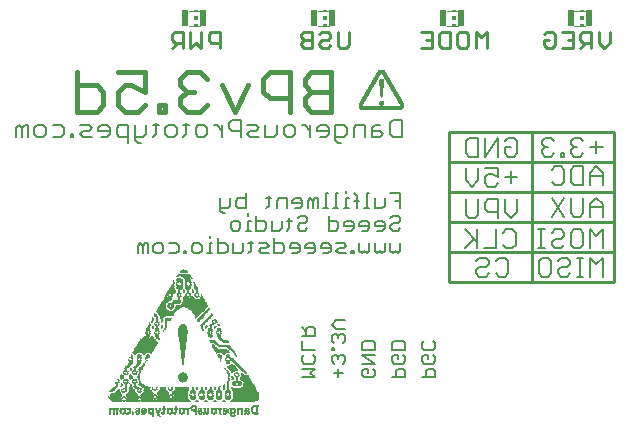
<source format=gbo>
G75*
G70*
%OFA0B0*%
%FSLAX24Y24*%
%IPPOS*%
%LPD*%
%AMOC8*
5,1,8,0,0,1.08239X$1,22.5*
%
%ADD10C,0.0080*%
%ADD11C,0.0060*%
%ADD12C,0.0180*%
%ADD13C,0.0110*%
%ADD14C,0.0070*%
%ADD15C,0.0100*%
%ADD16C,0.0040*%
%ADD17R,0.0118X0.0059*%
%ADD18R,0.0118X0.0118*%
%ADD19R,0.0236X0.0531*%
%ADD20R,0.0006X0.0006*%
%ADD21R,0.0006X0.0006*%
%ADD22R,0.0006X0.0006*%
%ADD23R,0.0006X0.0006*%
%ADD24R,0.0150X0.0010*%
%ADD25R,0.0070X0.0010*%
%ADD26R,0.0160X0.0010*%
%ADD27R,0.0080X0.0010*%
%ADD28R,0.0170X0.0010*%
%ADD29R,0.0090X0.0010*%
%ADD30R,0.0040X0.0010*%
%ADD31R,0.0100X0.0010*%
%ADD32R,0.0010X0.0010*%
%ADD33R,0.0060X0.0010*%
%ADD34R,0.0130X0.0010*%
%ADD35R,0.0050X0.0010*%
%ADD36R,0.0110X0.0010*%
%ADD37R,0.0140X0.0010*%
%ADD38R,0.0120X0.0010*%
%ADD39R,0.0190X0.0010*%
%ADD40R,0.0180X0.0010*%
%ADD41R,0.0210X0.0010*%
%ADD42R,0.0220X0.0010*%
%ADD43R,0.0200X0.0010*%
%ADD44R,0.0030X0.0010*%
%ADD45R,0.0020X0.0010*%
%ADD46R,0.0310X0.0010*%
%ADD47R,0.0780X0.0010*%
%ADD48R,0.1640X0.0010*%
%ADD49R,0.0380X0.0010*%
%ADD50R,0.0260X0.0010*%
%ADD51R,0.0800X0.0010*%
%ADD52R,0.1610X0.0010*%
%ADD53R,0.0360X0.0010*%
%ADD54R,0.0290X0.0010*%
%ADD55R,0.0820X0.0010*%
%ADD56R,0.1590X0.0010*%
%ADD57R,0.0340X0.0010*%
%ADD58R,0.0840X0.0010*%
%ADD59R,0.1570X0.0010*%
%ADD60R,0.0330X0.0010*%
%ADD61R,0.0320X0.0010*%
%ADD62R,0.1550X0.0010*%
%ADD63R,0.0300X0.0010*%
%ADD64R,0.0850X0.0010*%
%ADD65R,0.1080X0.0010*%
%ADD66R,0.0520X0.0010*%
%ADD67R,0.0450X0.0010*%
%ADD68R,0.0420X0.0010*%
%ADD69R,0.0540X0.0010*%
%ADD70R,0.0410X0.0010*%
%ADD71R,0.0430X0.0010*%
%ADD72R,0.0860X0.0010*%
%ADD73R,0.0530X0.0010*%
%ADD74R,0.0390X0.0010*%
%ADD75R,0.0510X0.0010*%
%ADD76R,0.0400X0.0010*%
%ADD77R,0.0500X0.0010*%
%ADD78R,0.0480X0.0010*%
%ADD79R,0.0370X0.0010*%
%ADD80R,0.0440X0.0010*%
%ADD81R,0.0870X0.0010*%
%ADD82R,0.0350X0.0010*%
%ADD83R,0.0490X0.0010*%
%ADD84R,0.0230X0.0010*%
%ADD85R,0.0270X0.0010*%
%ADD86R,0.0240X0.0010*%
%ADD87R,0.0830X0.0010*%
%ADD88R,0.0280X0.0010*%
%ADD89R,0.0810X0.0010*%
%ADD90R,0.0470X0.0010*%
%ADD91R,0.0250X0.0010*%
%ADD92R,0.0460X0.0010*%
%ADD93R,0.0640X0.0010*%
%ADD94R,0.0630X0.0010*%
%ADD95R,0.0620X0.0010*%
%ADD96R,0.0610X0.0010*%
%ADD97R,0.0590X0.0010*%
%ADD98R,0.0580X0.0010*%
%ADD99R,0.0560X0.0010*%
%ADD100R,0.0550X0.0010*%
%ADD101R,0.0570X0.0010*%
%ADD102R,0.0650X0.0010*%
%ADD103R,0.0680X0.0010*%
%ADD104R,0.0720X0.0010*%
%ADD105R,0.1060X0.0010*%
%ADD106R,0.1070X0.0010*%
%ADD107R,0.1050X0.0010*%
%ADD108R,0.0920X0.0010*%
%ADD109R,0.0890X0.0010*%
%ADD110R,0.0770X0.0010*%
%ADD111R,0.0760X0.0010*%
%ADD112R,0.0750X0.0010*%
%ADD113R,0.0740X0.0010*%
%ADD114R,0.0730X0.0010*%
D10*
X018128Y010489D02*
X018232Y010386D01*
X018439Y010386D01*
X018542Y010489D01*
X018773Y010489D02*
X018876Y010386D01*
X019083Y010386D01*
X019186Y010489D01*
X019186Y010903D01*
X019083Y011006D01*
X018876Y011006D01*
X018773Y010903D01*
X018542Y010903D02*
X018542Y010799D01*
X018439Y010696D01*
X018232Y010696D01*
X018128Y010592D01*
X018128Y010489D01*
X018128Y010903D02*
X018232Y011006D01*
X018439Y011006D01*
X018542Y010903D01*
X018378Y011336D02*
X018792Y011336D01*
X018792Y011956D01*
X019023Y011853D02*
X019126Y011956D01*
X019333Y011956D01*
X019436Y011853D01*
X019436Y011439D01*
X019333Y011336D01*
X019126Y011336D01*
X019023Y011439D01*
X018147Y011336D02*
X018147Y011956D01*
X018044Y011646D02*
X017734Y011336D01*
X018147Y011542D02*
X017734Y011956D01*
X017887Y012336D02*
X017784Y012439D01*
X017784Y012956D01*
X018197Y012956D02*
X018197Y012439D01*
X018094Y012336D01*
X017887Y012336D01*
X018428Y012646D02*
X018428Y012853D01*
X018532Y012956D01*
X018842Y012956D01*
X018842Y012336D01*
X018842Y012542D02*
X018532Y012542D01*
X018428Y012646D01*
X019073Y012542D02*
X019073Y012956D01*
X019486Y012956D02*
X019486Y012542D01*
X019280Y012336D01*
X019073Y012542D01*
X020196Y011956D02*
X020403Y011956D01*
X020299Y011956D02*
X020299Y011336D01*
X020196Y011336D02*
X020403Y011336D01*
X020634Y011439D02*
X020634Y011542D01*
X020737Y011646D01*
X020944Y011646D01*
X021047Y011749D01*
X021047Y011853D01*
X020944Y011956D01*
X020737Y011956D01*
X020634Y011853D01*
X020634Y011439D02*
X020737Y011336D01*
X020944Y011336D01*
X021047Y011439D01*
X021278Y011439D02*
X021278Y011853D01*
X021382Y011956D01*
X021589Y011956D01*
X021692Y011853D01*
X021692Y011439D01*
X021589Y011336D01*
X021382Y011336D01*
X021278Y011439D01*
X021923Y011336D02*
X021923Y011956D01*
X022130Y011749D01*
X022336Y011956D01*
X022336Y011336D01*
X022336Y011006D02*
X022130Y010799D01*
X021923Y011006D01*
X021923Y010386D01*
X021692Y010386D02*
X021485Y010386D01*
X021589Y010386D02*
X021589Y011006D01*
X021692Y011006D02*
X021485Y011006D01*
X021262Y010903D02*
X021262Y010799D01*
X021159Y010696D01*
X020952Y010696D01*
X020849Y010592D01*
X020849Y010489D01*
X020952Y010386D01*
X021159Y010386D01*
X021262Y010489D01*
X020618Y010489D02*
X020514Y010386D01*
X020307Y010386D01*
X020204Y010489D01*
X020204Y010903D01*
X020307Y011006D01*
X020514Y011006D01*
X020618Y010903D01*
X020618Y010489D01*
X020849Y010903D02*
X020952Y011006D01*
X021159Y011006D01*
X021262Y010903D01*
X022336Y011006D02*
X022336Y010386D01*
X022336Y012386D02*
X022336Y012799D01*
X022130Y013006D01*
X021923Y012799D01*
X021923Y012386D01*
X021692Y012489D02*
X021589Y012386D01*
X021382Y012386D01*
X021278Y012489D01*
X021278Y013006D01*
X021047Y013006D02*
X020634Y012386D01*
X021047Y012386D02*
X020634Y013006D01*
X020737Y013436D02*
X020634Y013539D01*
X020737Y013436D02*
X020944Y013436D01*
X021047Y013539D01*
X021047Y013953D01*
X020944Y014056D01*
X020737Y014056D01*
X020634Y013953D01*
X020622Y014386D02*
X020415Y014386D01*
X020311Y014489D01*
X020311Y014592D01*
X020415Y014696D01*
X020518Y014696D01*
X020415Y014696D02*
X020311Y014799D01*
X020311Y014903D01*
X020415Y015006D01*
X020622Y015006D01*
X020725Y014903D01*
X020725Y014489D02*
X020622Y014386D01*
X020944Y014386D02*
X020944Y014489D01*
X021047Y014489D01*
X021047Y014386D01*
X020944Y014386D01*
X021278Y014489D02*
X021382Y014386D01*
X021589Y014386D01*
X021692Y014489D01*
X021485Y014696D02*
X021382Y014696D01*
X021278Y014592D01*
X021278Y014489D01*
X021382Y014696D02*
X021278Y014799D01*
X021278Y014903D01*
X021382Y015006D01*
X021589Y015006D01*
X021692Y014903D01*
X021923Y014696D02*
X022336Y014696D01*
X022130Y014903D02*
X022130Y014489D01*
X022130Y014056D02*
X021923Y013849D01*
X021923Y013436D01*
X021692Y013436D02*
X021382Y013436D01*
X021278Y013539D01*
X021278Y013953D01*
X021382Y014056D01*
X021692Y014056D01*
X021692Y013436D01*
X021923Y013746D02*
X022336Y013746D01*
X022336Y013849D02*
X022336Y013436D01*
X022336Y013849D02*
X022130Y014056D01*
X021692Y013006D02*
X021692Y012489D01*
X021923Y012696D02*
X022336Y012696D01*
X019486Y013696D02*
X019073Y013696D01*
X018842Y013696D02*
X018635Y013799D01*
X018532Y013799D01*
X018428Y013696D01*
X018428Y013489D01*
X018532Y013386D01*
X018739Y013386D01*
X018842Y013489D01*
X018842Y013696D02*
X018842Y014006D01*
X018428Y014006D01*
X018197Y014006D02*
X018197Y013592D01*
X017991Y013386D01*
X017784Y013592D01*
X017784Y014006D01*
X017887Y014386D02*
X017784Y014489D01*
X017784Y014903D01*
X017887Y015006D01*
X018197Y015006D01*
X018197Y014386D01*
X017887Y014386D01*
X018428Y014386D02*
X018428Y015006D01*
X018842Y015006D02*
X018428Y014386D01*
X018842Y014386D02*
X018842Y015006D01*
X019073Y014903D02*
X019176Y015006D01*
X019383Y015006D01*
X019486Y014903D01*
X019486Y014489D01*
X019383Y014386D01*
X019176Y014386D01*
X019073Y014489D01*
X019073Y014696D01*
X019280Y014696D01*
X019280Y013903D02*
X019280Y013489D01*
X015636Y015036D02*
X015346Y015036D01*
X015249Y015132D01*
X015249Y015519D01*
X015346Y015616D01*
X015636Y015616D01*
X015636Y015036D01*
X015029Y015132D02*
X014932Y015229D01*
X014642Y015229D01*
X014642Y015326D02*
X014642Y015036D01*
X014932Y015036D01*
X015029Y015132D01*
X014739Y015423D02*
X014642Y015326D01*
X014739Y015423D02*
X014932Y015423D01*
X014421Y015423D02*
X014131Y015423D01*
X014034Y015326D01*
X014034Y015036D01*
X013813Y015132D02*
X013813Y015326D01*
X013717Y015423D01*
X013426Y015423D01*
X013426Y014939D01*
X013523Y014842D01*
X013620Y014842D01*
X013717Y015036D02*
X013426Y015036D01*
X013206Y015132D02*
X013206Y015326D01*
X013109Y015423D01*
X012915Y015423D01*
X012819Y015326D01*
X012819Y015229D01*
X013206Y015229D01*
X013206Y015132D02*
X013109Y015036D01*
X012915Y015036D01*
X012598Y015036D02*
X012598Y015423D01*
X012404Y015423D02*
X012308Y015423D01*
X012404Y015423D02*
X012598Y015229D01*
X012091Y015132D02*
X011995Y015036D01*
X011801Y015036D01*
X011704Y015132D01*
X011704Y015326D01*
X011801Y015423D01*
X011995Y015423D01*
X012091Y015326D01*
X012091Y015132D01*
X011484Y015132D02*
X011387Y015036D01*
X011097Y015036D01*
X011097Y015423D01*
X010876Y015326D02*
X010779Y015423D01*
X010489Y015423D01*
X010586Y015229D02*
X010779Y015229D01*
X010876Y015326D01*
X010876Y015036D02*
X010586Y015036D01*
X010489Y015132D01*
X010586Y015229D01*
X010268Y015229D02*
X009978Y015229D01*
X009881Y015326D01*
X009881Y015519D01*
X009978Y015616D01*
X010268Y015616D01*
X010268Y015036D01*
X009661Y015036D02*
X009661Y015423D01*
X009467Y015423D02*
X009370Y015423D01*
X009467Y015423D02*
X009661Y015229D01*
X009154Y015132D02*
X009057Y015036D01*
X008864Y015036D01*
X008767Y015132D01*
X008767Y015326D01*
X008864Y015423D01*
X009057Y015423D01*
X009154Y015326D01*
X009154Y015132D01*
X008546Y015423D02*
X008353Y015423D01*
X008450Y015519D02*
X008450Y015132D01*
X008353Y015036D01*
X008141Y015132D02*
X008141Y015326D01*
X008045Y015423D01*
X007851Y015423D01*
X007754Y015326D01*
X007754Y015132D01*
X007851Y015036D01*
X008045Y015036D01*
X008141Y015132D01*
X007437Y015132D02*
X007340Y015036D01*
X007437Y015132D02*
X007437Y015519D01*
X007534Y015423D02*
X007340Y015423D01*
X007129Y015423D02*
X007129Y015132D01*
X007032Y015036D01*
X006742Y015036D01*
X006742Y014939D02*
X006838Y014842D01*
X006935Y014842D01*
X006742Y014939D02*
X006742Y015423D01*
X006521Y015423D02*
X006231Y015423D01*
X006134Y015326D01*
X006134Y015132D01*
X006231Y015036D01*
X006521Y015036D01*
X006521Y014842D02*
X006521Y015423D01*
X005913Y015326D02*
X005816Y015423D01*
X005623Y015423D01*
X005526Y015326D01*
X005526Y015229D01*
X005913Y015229D01*
X005913Y015132D02*
X005913Y015326D01*
X005913Y015132D02*
X005816Y015036D01*
X005623Y015036D01*
X005305Y015036D02*
X005015Y015036D01*
X004918Y015132D01*
X005015Y015229D01*
X005209Y015229D01*
X005305Y015326D01*
X005209Y015423D01*
X004918Y015423D01*
X004698Y015132D02*
X004601Y015132D01*
X004601Y015036D01*
X004698Y015036D01*
X004698Y015132D01*
X004394Y015132D02*
X004394Y015326D01*
X004297Y015423D01*
X004007Y015423D01*
X003786Y015326D02*
X003689Y015423D01*
X003496Y015423D01*
X003399Y015326D01*
X003399Y015132D01*
X003496Y015036D01*
X003689Y015036D01*
X003786Y015132D01*
X003786Y015326D01*
X004007Y015036D02*
X004297Y015036D01*
X004394Y015132D01*
X003178Y015036D02*
X003178Y015423D01*
X003082Y015423D01*
X002985Y015326D01*
X002888Y015423D01*
X002791Y015326D01*
X002791Y015036D01*
X002985Y015036D02*
X002985Y015326D01*
X011484Y015423D02*
X011484Y015132D01*
X013717Y015036D02*
X013813Y015132D01*
X014421Y015036D02*
X014421Y015423D01*
D11*
X013747Y008930D02*
X013453Y008930D01*
X013306Y008784D01*
X013453Y008637D01*
X013747Y008637D01*
X013673Y008470D02*
X013600Y008470D01*
X013527Y008397D01*
X013453Y008470D01*
X013380Y008470D01*
X013306Y008397D01*
X013306Y008250D01*
X013380Y008176D01*
X013380Y008020D02*
X013306Y008020D01*
X013306Y007946D01*
X013380Y007946D01*
X013380Y008020D01*
X013380Y007780D02*
X013306Y007706D01*
X013306Y007559D01*
X013380Y007486D01*
X013527Y007633D02*
X013527Y007706D01*
X013453Y007780D01*
X013380Y007780D01*
X013527Y007706D02*
X013600Y007780D01*
X013673Y007780D01*
X013747Y007706D01*
X013747Y007559D01*
X013673Y007486D01*
X013527Y007319D02*
X013527Y007026D01*
X013673Y007172D02*
X013380Y007172D01*
X012747Y007026D02*
X012600Y007172D01*
X012747Y007319D01*
X012306Y007319D01*
X012380Y007486D02*
X012306Y007559D01*
X012306Y007706D01*
X012380Y007780D01*
X012306Y007946D02*
X012306Y008240D01*
X012306Y008407D02*
X012747Y008407D01*
X012747Y008627D01*
X012673Y008700D01*
X012527Y008700D01*
X012453Y008627D01*
X012453Y008407D01*
X012453Y008553D02*
X012306Y008700D01*
X012306Y007946D02*
X012747Y007946D01*
X012673Y007780D02*
X012747Y007706D01*
X012747Y007559D01*
X012673Y007486D01*
X012380Y007486D01*
X012306Y007026D02*
X012747Y007026D01*
X014306Y007099D02*
X014306Y007246D01*
X014380Y007319D01*
X014527Y007319D01*
X014527Y007172D01*
X014673Y007026D02*
X014380Y007026D01*
X014306Y007099D01*
X014673Y007026D02*
X014747Y007099D01*
X014747Y007246D01*
X014673Y007319D01*
X014747Y007486D02*
X014306Y007486D01*
X014306Y007780D02*
X014747Y007780D01*
X014747Y007946D02*
X014747Y008166D01*
X014673Y008240D01*
X014380Y008240D01*
X014306Y008166D01*
X014306Y007946D01*
X014747Y007946D01*
X015306Y007946D02*
X015306Y008166D01*
X015380Y008240D01*
X015673Y008240D01*
X015747Y008166D01*
X015747Y007946D01*
X015306Y007946D01*
X015380Y007780D02*
X015527Y007780D01*
X015527Y007633D01*
X015673Y007780D02*
X015747Y007706D01*
X015747Y007559D01*
X015673Y007486D01*
X015380Y007486D01*
X015306Y007559D01*
X015306Y007706D01*
X015380Y007780D01*
X014747Y007486D02*
X014306Y007780D01*
X013747Y008250D02*
X013747Y008397D01*
X013673Y008470D01*
X013527Y008397D02*
X013527Y008323D01*
X013673Y008176D02*
X013747Y008250D01*
X015453Y007246D02*
X015453Y007026D01*
X015306Y007026D02*
X015747Y007026D01*
X015747Y007246D01*
X015673Y007319D01*
X015527Y007319D01*
X015453Y007246D01*
X016306Y007026D02*
X016747Y007026D01*
X016747Y007246D01*
X016673Y007319D01*
X016527Y007319D01*
X016453Y007246D01*
X016453Y007026D01*
X016380Y007486D02*
X016306Y007559D01*
X016306Y007706D01*
X016380Y007780D01*
X016527Y007780D01*
X016527Y007633D01*
X016673Y007780D02*
X016747Y007706D01*
X016747Y007559D01*
X016673Y007486D01*
X016380Y007486D01*
X016380Y007946D02*
X016306Y008020D01*
X016306Y008166D01*
X016380Y008240D01*
X016673Y008240D02*
X016747Y008166D01*
X016747Y008020D01*
X016673Y007946D01*
X016380Y007946D01*
D12*
X013286Y015886D02*
X012626Y015886D01*
X012406Y016106D01*
X012406Y016326D01*
X012626Y016546D01*
X013286Y016546D01*
X012626Y016546D02*
X012406Y016766D01*
X012406Y016986D01*
X012626Y017207D01*
X013286Y017207D01*
X013286Y015886D01*
X011905Y015886D02*
X011905Y017207D01*
X011245Y017207D01*
X011025Y016986D01*
X011025Y016546D01*
X011245Y016326D01*
X011905Y016326D01*
X010524Y016766D02*
X010084Y015886D01*
X009643Y016766D01*
X009143Y016986D02*
X008923Y017207D01*
X008482Y017207D01*
X008262Y016986D01*
X008262Y016766D01*
X008482Y016546D01*
X008262Y016326D01*
X008262Y016106D01*
X008482Y015886D01*
X008923Y015886D01*
X009143Y016106D01*
X008703Y016546D02*
X008482Y016546D01*
X007762Y016106D02*
X007542Y016106D01*
X007542Y015886D01*
X007762Y015886D01*
X007762Y016106D01*
X007071Y016106D02*
X006851Y015886D01*
X006411Y015886D01*
X006191Y016106D01*
X006191Y016546D01*
X006411Y016766D01*
X006631Y016766D01*
X007071Y016546D01*
X007071Y017207D01*
X006191Y017207D01*
X005690Y016546D02*
X005470Y016766D01*
X004809Y016766D01*
X004809Y017207D02*
X004809Y015886D01*
X005470Y015886D01*
X005690Y016106D01*
X005690Y016546D01*
D13*
X007989Y018001D02*
X008173Y018184D01*
X008081Y018184D02*
X008356Y018184D01*
X008356Y018001D02*
X008356Y018551D01*
X008081Y018551D01*
X007989Y018459D01*
X007989Y018276D01*
X008081Y018184D01*
X008597Y018001D02*
X008597Y018551D01*
X008964Y018551D02*
X008964Y018001D01*
X008780Y018184D01*
X008597Y018001D01*
X009204Y018276D02*
X009296Y018184D01*
X009571Y018184D01*
X009571Y018001D02*
X009571Y018551D01*
X009296Y018551D01*
X009204Y018459D01*
X009204Y018276D01*
X012289Y018184D02*
X012289Y018092D01*
X012381Y018001D01*
X012656Y018001D01*
X012656Y018551D01*
X012381Y018551D01*
X012289Y018459D01*
X012289Y018368D01*
X012381Y018276D01*
X012656Y018276D01*
X012897Y018184D02*
X012897Y018092D01*
X012989Y018001D01*
X013172Y018001D01*
X013264Y018092D01*
X013172Y018276D02*
X012989Y018276D01*
X012897Y018184D01*
X012897Y018459D02*
X012989Y018551D01*
X013172Y018551D01*
X013264Y018459D01*
X013264Y018368D01*
X013172Y018276D01*
X013504Y018092D02*
X013596Y018001D01*
X013780Y018001D01*
X013871Y018092D01*
X013871Y018551D01*
X013504Y018551D02*
X013504Y018092D01*
X012381Y018276D02*
X012289Y018184D01*
X016281Y018001D02*
X016648Y018001D01*
X016648Y018551D01*
X016281Y018551D01*
X016465Y018276D02*
X016648Y018276D01*
X016889Y018459D02*
X016981Y018551D01*
X017256Y018551D01*
X017256Y018001D01*
X016981Y018001D01*
X016889Y018092D01*
X016889Y018459D01*
X017497Y018459D02*
X017497Y018092D01*
X017589Y018001D01*
X017772Y018001D01*
X017864Y018092D01*
X017864Y018459D01*
X017772Y018551D01*
X017589Y018551D01*
X017497Y018459D01*
X018104Y018551D02*
X018104Y018001D01*
X018471Y018001D02*
X018471Y018551D01*
X018288Y018368D01*
X018104Y018551D01*
X020381Y018459D02*
X020473Y018551D01*
X020657Y018551D01*
X020748Y018459D01*
X020748Y018092D01*
X020657Y018001D01*
X020473Y018001D01*
X020381Y018092D01*
X020381Y018276D01*
X020565Y018276D01*
X020989Y018001D02*
X021356Y018001D01*
X021356Y018551D01*
X020989Y018551D01*
X021597Y018459D02*
X021597Y018276D01*
X021689Y018184D01*
X021964Y018184D01*
X021964Y018001D02*
X021964Y018551D01*
X021689Y018551D01*
X021597Y018459D01*
X021356Y018276D02*
X021173Y018276D01*
X021597Y018001D02*
X021780Y018184D01*
X022204Y018184D02*
X022388Y018001D01*
X022571Y018184D01*
X022571Y018551D01*
X022204Y018551D02*
X022204Y018184D01*
D14*
X015591Y013158D02*
X015265Y013158D01*
X015076Y012995D02*
X015076Y012750D01*
X014994Y012668D01*
X014749Y012668D01*
X014749Y012995D01*
X014560Y013158D02*
X014478Y013158D01*
X014478Y012668D01*
X014397Y012668D02*
X014560Y012668D01*
X014216Y012913D02*
X014053Y012913D01*
X014135Y013077D02*
X014053Y013158D01*
X014135Y013077D02*
X014135Y012668D01*
X013873Y012668D02*
X013709Y012668D01*
X013791Y012668D02*
X013791Y012995D01*
X013873Y012995D01*
X013791Y013158D02*
X013791Y013240D01*
X013529Y013158D02*
X013447Y013158D01*
X013447Y012668D01*
X013366Y012668D02*
X013529Y012668D01*
X013185Y012668D02*
X013022Y012668D01*
X013104Y012668D02*
X013104Y013158D01*
X013185Y013158D01*
X012841Y012995D02*
X012760Y012995D01*
X012678Y012913D01*
X012596Y012995D01*
X012515Y012913D01*
X012515Y012668D01*
X012678Y012668D02*
X012678Y012913D01*
X012841Y012995D02*
X012841Y012668D01*
X012326Y012750D02*
X012326Y012913D01*
X012244Y012995D01*
X012081Y012995D01*
X011999Y012913D01*
X011999Y012831D01*
X012326Y012831D01*
X012326Y012750D02*
X012244Y012668D01*
X012081Y012668D01*
X011810Y012668D02*
X011810Y012995D01*
X011565Y012995D01*
X011483Y012913D01*
X011483Y012668D01*
X011213Y012750D02*
X011213Y013077D01*
X011295Y012995D02*
X011131Y012995D01*
X011213Y012750D02*
X011131Y012668D01*
X010796Y012408D02*
X010796Y011918D01*
X011041Y011918D01*
X011123Y012000D01*
X011123Y012163D01*
X011041Y012245D01*
X010796Y012245D01*
X010607Y012245D02*
X010525Y012245D01*
X010525Y011918D01*
X010444Y011918D02*
X010607Y011918D01*
X010611Y011577D02*
X010611Y011250D01*
X010530Y011168D01*
X010349Y011250D02*
X010268Y011168D01*
X010022Y011168D01*
X010022Y011495D01*
X009834Y011413D02*
X009752Y011495D01*
X009507Y011495D01*
X009507Y011658D02*
X009507Y011168D01*
X009752Y011168D01*
X009834Y011250D01*
X009834Y011413D01*
X010349Y011495D02*
X010349Y011250D01*
X010530Y011495D02*
X010693Y011495D01*
X010882Y011495D02*
X011127Y011495D01*
X011209Y011413D01*
X011127Y011331D01*
X010963Y011331D01*
X010882Y011250D01*
X010963Y011168D01*
X011209Y011168D01*
X011397Y011168D02*
X011643Y011168D01*
X011724Y011250D01*
X011724Y011413D01*
X011643Y011495D01*
X011397Y011495D01*
X011397Y011658D02*
X011397Y011168D01*
X011913Y011331D02*
X012240Y011331D01*
X012240Y011250D02*
X012240Y011413D01*
X012158Y011495D01*
X011995Y011495D01*
X011913Y011413D01*
X011913Y011331D01*
X011995Y011168D02*
X012158Y011168D01*
X012240Y011250D01*
X012429Y011331D02*
X012756Y011331D01*
X012756Y011250D02*
X012756Y011413D01*
X012674Y011495D01*
X012510Y011495D01*
X012429Y011413D01*
X012429Y011331D01*
X012510Y011168D02*
X012674Y011168D01*
X012756Y011250D01*
X012944Y011331D02*
X013271Y011331D01*
X013271Y011250D02*
X013271Y011413D01*
X013189Y011495D01*
X013026Y011495D01*
X012944Y011413D01*
X012944Y011331D01*
X013026Y011168D02*
X013189Y011168D01*
X013271Y011250D01*
X013460Y011250D02*
X013542Y011331D01*
X013705Y011331D01*
X013787Y011413D01*
X013705Y011495D01*
X013460Y011495D01*
X013460Y011250D02*
X013542Y011168D01*
X013787Y011168D01*
X013963Y011168D02*
X014045Y011168D01*
X014045Y011250D01*
X013963Y011250D01*
X013963Y011168D01*
X014233Y011250D02*
X014233Y011495D01*
X014233Y011250D02*
X014315Y011168D01*
X014397Y011250D01*
X014478Y011168D01*
X014560Y011250D01*
X014560Y011495D01*
X014749Y011495D02*
X014749Y011250D01*
X014831Y011168D01*
X014912Y011250D01*
X014994Y011168D01*
X015076Y011250D01*
X015076Y011495D01*
X015265Y011495D02*
X015265Y011250D01*
X015346Y011168D01*
X015428Y011250D01*
X015510Y011168D01*
X015591Y011250D01*
X015591Y011495D01*
X015510Y011918D02*
X015591Y012000D01*
X015510Y011918D02*
X015346Y011918D01*
X015265Y012000D01*
X015265Y012081D01*
X015346Y012163D01*
X015510Y012163D01*
X015591Y012245D01*
X015591Y012327D01*
X015510Y012408D01*
X015346Y012408D01*
X015265Y012327D01*
X015076Y012163D02*
X014994Y012245D01*
X014831Y012245D01*
X014749Y012163D01*
X014749Y012081D01*
X015076Y012081D01*
X015076Y012000D02*
X015076Y012163D01*
X015076Y012000D02*
X014994Y011918D01*
X014831Y011918D01*
X014560Y012000D02*
X014560Y012163D01*
X014478Y012245D01*
X014315Y012245D01*
X014233Y012163D01*
X014233Y012081D01*
X014560Y012081D01*
X014560Y012000D02*
X014478Y011918D01*
X014315Y011918D01*
X014045Y012000D02*
X013963Y011918D01*
X013799Y011918D01*
X013718Y012081D02*
X014045Y012081D01*
X014045Y012000D02*
X014045Y012163D01*
X013963Y012245D01*
X013799Y012245D01*
X013718Y012163D01*
X013718Y012081D01*
X013529Y012000D02*
X013529Y012163D01*
X013447Y012245D01*
X013202Y012245D01*
X013202Y012408D02*
X013202Y011918D01*
X013447Y011918D01*
X013529Y012000D01*
X012498Y012000D02*
X012416Y011918D01*
X012252Y011918D01*
X012171Y012000D01*
X012171Y012081D01*
X012252Y012163D01*
X012416Y012163D01*
X012498Y012245D01*
X012498Y012327D01*
X012416Y012408D01*
X012252Y012408D01*
X012171Y012327D01*
X011982Y012245D02*
X011819Y012245D01*
X011900Y012327D02*
X011900Y012000D01*
X011819Y011918D01*
X011638Y012000D02*
X011557Y011918D01*
X011311Y011918D01*
X011311Y012245D01*
X011638Y012245D02*
X011638Y012000D01*
X010525Y012408D02*
X010525Y012490D01*
X010435Y012668D02*
X010190Y012668D01*
X010108Y012750D01*
X010108Y012913D01*
X010190Y012995D01*
X010435Y012995D01*
X010435Y013158D02*
X010435Y012668D01*
X009920Y012750D02*
X009920Y012995D01*
X009920Y012750D02*
X009838Y012668D01*
X009593Y012668D01*
X009593Y012586D02*
X009674Y012505D01*
X009756Y012505D01*
X009593Y012586D02*
X009593Y012995D01*
X010018Y012245D02*
X010182Y012245D01*
X010263Y012163D01*
X010263Y012000D01*
X010182Y011918D01*
X010018Y011918D01*
X009936Y012000D01*
X009936Y012163D01*
X010018Y012245D01*
X009236Y011740D02*
X009236Y011658D01*
X009236Y011495D02*
X009236Y011168D01*
X009155Y011168D02*
X009318Y011168D01*
X009318Y011495D02*
X009236Y011495D01*
X008974Y011413D02*
X008974Y011250D01*
X008893Y011168D01*
X008729Y011168D01*
X008647Y011250D01*
X008647Y011413D01*
X008729Y011495D01*
X008893Y011495D01*
X008974Y011413D01*
X008459Y011250D02*
X008377Y011250D01*
X008377Y011168D01*
X008459Y011168D01*
X008459Y011250D01*
X008201Y011250D02*
X008119Y011168D01*
X007874Y011168D01*
X007685Y011250D02*
X007685Y011413D01*
X007603Y011495D01*
X007440Y011495D01*
X007358Y011413D01*
X007358Y011250D01*
X007440Y011168D01*
X007603Y011168D01*
X007685Y011250D01*
X007874Y011495D02*
X008119Y011495D01*
X008201Y011413D01*
X008201Y011250D01*
X007170Y011168D02*
X007170Y011495D01*
X007088Y011495D01*
X007006Y011413D01*
X006924Y011495D01*
X006843Y011413D01*
X006843Y011168D01*
X007006Y011168D02*
X007006Y011413D01*
X015428Y012913D02*
X015591Y012913D01*
X015591Y012668D02*
X015591Y013158D01*
D15*
X017226Y013196D02*
X017226Y014196D01*
X022726Y014196D01*
X022726Y015196D01*
X019976Y015196D01*
X019976Y010196D01*
X022726Y010196D01*
X022726Y011196D01*
X017226Y011196D01*
X017226Y010196D01*
X019976Y010196D01*
X017226Y011196D02*
X017226Y012196D01*
X022726Y012196D01*
X022726Y013196D01*
X017226Y013196D01*
X017226Y012196D01*
X017226Y014196D02*
X017226Y015196D01*
X019976Y015196D01*
X022726Y014196D02*
X022726Y013196D01*
X022726Y012196D02*
X022726Y011196D01*
D16*
X021754Y018750D02*
X021399Y018750D01*
X021389Y019242D02*
X021754Y019242D01*
X017504Y019242D02*
X017139Y019242D01*
X017149Y018750D02*
X017504Y018750D01*
X013204Y018750D02*
X012849Y018750D01*
X012839Y019242D02*
X013204Y019242D01*
X008904Y019242D02*
X008539Y019242D01*
X008549Y018750D02*
X008904Y018750D01*
D17*
X008786Y018759D03*
X008786Y019232D03*
X013086Y019232D03*
X013086Y018759D03*
X017386Y018759D03*
X017386Y019232D03*
X021636Y019232D03*
X021636Y018759D03*
D18*
X021636Y018996D03*
X017386Y018996D03*
X013086Y018996D03*
X008786Y018996D03*
D19*
X009022Y018996D03*
X008431Y018996D03*
X012731Y018996D03*
X013322Y018996D03*
X017031Y018996D03*
X017622Y018996D03*
X021281Y018996D03*
X021872Y018996D03*
D20*
X015710Y016129D03*
X015710Y016117D03*
X015710Y016105D03*
X015710Y016099D03*
X015710Y016087D03*
X015722Y016087D03*
X015722Y016075D03*
X015722Y016069D03*
X015710Y016069D03*
X015710Y016075D03*
X015692Y016075D03*
X015692Y016069D03*
X015680Y016069D03*
X015680Y016075D03*
X015680Y016087D03*
X015680Y016099D03*
X015680Y016105D03*
X015680Y016117D03*
X015680Y016129D03*
X015680Y016135D03*
X015680Y016147D03*
X015680Y016159D03*
X015680Y016165D03*
X015680Y016177D03*
X015692Y016165D03*
X015692Y016159D03*
X015692Y016147D03*
X015692Y016135D03*
X015692Y016129D03*
X015692Y016117D03*
X015692Y016105D03*
X015692Y016099D03*
X015692Y016087D03*
X015662Y016087D03*
X015662Y016099D03*
X015662Y016105D03*
X015662Y016117D03*
X015662Y016129D03*
X015662Y016135D03*
X015662Y016147D03*
X015662Y016159D03*
X015662Y016165D03*
X015662Y016177D03*
X015662Y016189D03*
X015662Y016195D03*
X015662Y016207D03*
X015650Y016207D03*
X015650Y016219D03*
X015650Y016225D03*
X015650Y016237D03*
X015632Y016237D03*
X015632Y016249D03*
X015632Y016255D03*
X015632Y016267D03*
X015620Y016267D03*
X015620Y016279D03*
X015620Y016285D03*
X015602Y016285D03*
X015602Y016279D03*
X015590Y016279D03*
X015590Y016285D03*
X015590Y016297D03*
X015590Y016309D03*
X015590Y016315D03*
X015590Y016327D03*
X015590Y016339D03*
X015590Y016345D03*
X015572Y016345D03*
X015572Y016339D03*
X015560Y016339D03*
X015560Y016345D03*
X015560Y016357D03*
X015560Y016369D03*
X015560Y016375D03*
X015560Y016387D03*
X015572Y016375D03*
X015572Y016369D03*
X015572Y016357D03*
X015542Y016357D03*
X015542Y016369D03*
X015542Y016375D03*
X015542Y016387D03*
X015542Y016399D03*
X015542Y016405D03*
X015542Y016417D03*
X015542Y016429D03*
X015530Y016429D03*
X015530Y016435D03*
X015530Y016447D03*
X015512Y016447D03*
X015512Y016459D03*
X015512Y016465D03*
X015512Y016477D03*
X015500Y016477D03*
X015500Y016489D03*
X015500Y016495D03*
X015482Y016495D03*
X015482Y016489D03*
X015470Y016489D03*
X015470Y016495D03*
X015470Y016507D03*
X015470Y016519D03*
X015470Y016525D03*
X015470Y016537D03*
X015470Y016549D03*
X015452Y016549D03*
X015452Y016555D03*
X015452Y016567D03*
X015452Y016579D03*
X015452Y016585D03*
X015440Y016585D03*
X015440Y016579D03*
X015440Y016567D03*
X015440Y016555D03*
X015440Y016549D03*
X015440Y016537D03*
X015452Y016537D03*
X015452Y016525D03*
X015452Y016519D03*
X015440Y016519D03*
X015440Y016525D03*
X015422Y016525D03*
X015422Y016519D03*
X015410Y016519D03*
X015410Y016525D03*
X015410Y016537D03*
X015410Y016549D03*
X015410Y016555D03*
X015410Y016567D03*
X015410Y016579D03*
X015410Y016585D03*
X015410Y016597D03*
X015410Y016609D03*
X015410Y016615D03*
X015410Y016627D03*
X015410Y016639D03*
X015410Y016645D03*
X015392Y016645D03*
X015392Y016639D03*
X015380Y016639D03*
X015380Y016645D03*
X015380Y016657D03*
X015380Y016669D03*
X015380Y016675D03*
X015380Y016687D03*
X015380Y016699D03*
X015380Y016705D03*
X015362Y016705D03*
X015362Y016699D03*
X015350Y016699D03*
X015350Y016705D03*
X015350Y016717D03*
X015350Y016729D03*
X015350Y016735D03*
X015350Y016747D03*
X015350Y016759D03*
X015332Y016759D03*
X015332Y016765D03*
X015332Y016777D03*
X015332Y016789D03*
X015320Y016789D03*
X015320Y016795D03*
X015320Y016807D03*
X015302Y016807D03*
X015302Y016819D03*
X015302Y016825D03*
X015302Y016837D03*
X015290Y016837D03*
X015290Y016849D03*
X015290Y016855D03*
X015272Y016855D03*
X015272Y016849D03*
X015260Y016849D03*
X015260Y016855D03*
X015260Y016867D03*
X015260Y016879D03*
X015260Y016885D03*
X015260Y016897D03*
X015260Y016909D03*
X015260Y016915D03*
X015242Y016915D03*
X015242Y016909D03*
X015230Y016909D03*
X015230Y016915D03*
X015230Y016927D03*
X015230Y016939D03*
X015230Y016945D03*
X015230Y016957D03*
X015230Y016969D03*
X015212Y016969D03*
X015212Y016975D03*
X015212Y016987D03*
X015212Y016999D03*
X015200Y016999D03*
X015200Y017005D03*
X015200Y017017D03*
X015182Y017017D03*
X015182Y017029D03*
X015182Y017035D03*
X015182Y017047D03*
X015170Y017047D03*
X015170Y017059D03*
X015170Y017065D03*
X015152Y017065D03*
X015152Y017059D03*
X015140Y017059D03*
X015140Y017065D03*
X015140Y017077D03*
X015140Y017089D03*
X015140Y017095D03*
X015140Y017107D03*
X015140Y017119D03*
X015140Y017125D03*
X015122Y017125D03*
X015122Y017119D03*
X015110Y017119D03*
X015110Y017125D03*
X015110Y017137D03*
X015110Y017149D03*
X015110Y017155D03*
X015110Y017167D03*
X015092Y017167D03*
X015092Y017179D03*
X015092Y017185D03*
X015092Y017197D03*
X015080Y017197D03*
X015080Y017209D03*
X015062Y017209D03*
X015062Y017215D03*
X015050Y017215D03*
X015050Y017209D03*
X015050Y017197D03*
X015062Y017197D03*
X015062Y017185D03*
X015062Y017179D03*
X015050Y017179D03*
X015050Y017185D03*
X015032Y017185D03*
X015032Y017179D03*
X015020Y017179D03*
X015020Y017185D03*
X015020Y017197D03*
X015020Y017209D03*
X015020Y017215D03*
X015020Y017227D03*
X015020Y017239D03*
X015020Y017245D03*
X015032Y017239D03*
X015032Y017227D03*
X015032Y017215D03*
X015032Y017209D03*
X015032Y017197D03*
X015002Y017197D03*
X015002Y017209D03*
X015002Y017215D03*
X015002Y017227D03*
X015002Y017239D03*
X015002Y017245D03*
X014990Y017245D03*
X014990Y017239D03*
X014990Y017227D03*
X014990Y017215D03*
X014990Y017209D03*
X014990Y017197D03*
X014990Y017185D03*
X014990Y017179D03*
X015002Y017179D03*
X015002Y017185D03*
X015002Y017167D03*
X014990Y017167D03*
X014990Y017155D03*
X014990Y017149D03*
X015002Y017149D03*
X015002Y017155D03*
X015020Y017155D03*
X015020Y017149D03*
X015032Y017149D03*
X015032Y017155D03*
X015032Y017167D03*
X015020Y017167D03*
X015050Y017167D03*
X015062Y017167D03*
X015062Y017155D03*
X015062Y017149D03*
X015050Y017149D03*
X015050Y017155D03*
X015050Y017137D03*
X015062Y017137D03*
X015062Y017125D03*
X015062Y017119D03*
X015050Y017119D03*
X015050Y017125D03*
X015032Y017125D03*
X015032Y017119D03*
X015032Y017107D03*
X015050Y017107D03*
X015062Y017107D03*
X015062Y017095D03*
X015062Y017089D03*
X015050Y017089D03*
X015050Y017095D03*
X015050Y017077D03*
X015062Y017077D03*
X015062Y017065D03*
X015062Y017059D03*
X015080Y017059D03*
X015080Y017065D03*
X015080Y017077D03*
X015080Y017089D03*
X015080Y017095D03*
X015080Y017107D03*
X015080Y017119D03*
X015080Y017125D03*
X015080Y017137D03*
X015080Y017149D03*
X015080Y017155D03*
X015080Y017167D03*
X015080Y017179D03*
X015080Y017185D03*
X015092Y017155D03*
X015092Y017149D03*
X015092Y017137D03*
X015092Y017125D03*
X015092Y017119D03*
X015092Y017107D03*
X015092Y017095D03*
X015092Y017089D03*
X015092Y017077D03*
X015092Y017065D03*
X015092Y017059D03*
X015092Y017047D03*
X015080Y017047D03*
X015080Y017035D03*
X015080Y017029D03*
X015092Y017029D03*
X015092Y017035D03*
X015110Y017035D03*
X015110Y017029D03*
X015122Y017029D03*
X015122Y017035D03*
X015122Y017047D03*
X015122Y017059D03*
X015122Y017065D03*
X015122Y017077D03*
X015122Y017089D03*
X015122Y017095D03*
X015122Y017107D03*
X015110Y017107D03*
X015110Y017095D03*
X015110Y017089D03*
X015110Y017077D03*
X015110Y017065D03*
X015110Y017059D03*
X015110Y017047D03*
X015140Y017047D03*
X015152Y017047D03*
X015152Y017035D03*
X015152Y017029D03*
X015140Y017029D03*
X015140Y017035D03*
X015140Y017017D03*
X015152Y017017D03*
X015152Y017005D03*
X015152Y016999D03*
X015140Y016999D03*
X015140Y017005D03*
X015122Y017005D03*
X015122Y016999D03*
X015110Y016999D03*
X015110Y017005D03*
X015110Y017017D03*
X015122Y017017D03*
X015092Y017017D03*
X015080Y017017D03*
X015092Y017005D03*
X015092Y016999D03*
X015110Y016987D03*
X015122Y016987D03*
X015122Y016975D03*
X015122Y016969D03*
X015110Y016969D03*
X015110Y016975D03*
X015122Y016957D03*
X015122Y016945D03*
X015140Y016945D03*
X015140Y016939D03*
X015152Y016939D03*
X015152Y016945D03*
X015152Y016957D03*
X015152Y016969D03*
X015152Y016975D03*
X015152Y016987D03*
X015140Y016987D03*
X015140Y016975D03*
X015140Y016969D03*
X015140Y016957D03*
X015170Y016957D03*
X015170Y016969D03*
X015170Y016975D03*
X015170Y016987D03*
X015170Y016999D03*
X015170Y017005D03*
X015170Y017017D03*
X015170Y017029D03*
X015170Y017035D03*
X015182Y017005D03*
X015182Y016999D03*
X015182Y016987D03*
X015182Y016975D03*
X015182Y016969D03*
X015182Y016957D03*
X015182Y016945D03*
X015182Y016939D03*
X015170Y016939D03*
X015170Y016945D03*
X015170Y016927D03*
X015182Y016927D03*
X015182Y016915D03*
X015182Y016909D03*
X015170Y016909D03*
X015170Y016915D03*
X015152Y016915D03*
X015152Y016909D03*
X015152Y016897D03*
X015170Y016897D03*
X015182Y016897D03*
X015182Y016885D03*
X015182Y016879D03*
X015170Y016879D03*
X015170Y016885D03*
X015170Y016867D03*
X015182Y016867D03*
X015182Y016855D03*
X015182Y016849D03*
X015200Y016849D03*
X015200Y016855D03*
X015200Y016867D03*
X015200Y016879D03*
X015200Y016885D03*
X015200Y016897D03*
X015200Y016909D03*
X015200Y016915D03*
X015200Y016927D03*
X015200Y016939D03*
X015200Y016945D03*
X015200Y016957D03*
X015200Y016969D03*
X015200Y016975D03*
X015200Y016987D03*
X015212Y016957D03*
X015212Y016945D03*
X015212Y016939D03*
X015212Y016927D03*
X015212Y016915D03*
X015212Y016909D03*
X015212Y016897D03*
X015212Y016885D03*
X015212Y016879D03*
X015212Y016867D03*
X015212Y016855D03*
X015212Y016849D03*
X015212Y016837D03*
X015200Y016837D03*
X015200Y016825D03*
X015200Y016819D03*
X015212Y016819D03*
X015212Y016825D03*
X015230Y016825D03*
X015230Y016819D03*
X015242Y016819D03*
X015242Y016825D03*
X015242Y016837D03*
X015242Y016849D03*
X015242Y016855D03*
X015242Y016867D03*
X015242Y016879D03*
X015242Y016885D03*
X015242Y016897D03*
X015230Y016897D03*
X015230Y016885D03*
X015230Y016879D03*
X015230Y016867D03*
X015230Y016855D03*
X015230Y016849D03*
X015230Y016837D03*
X015260Y016837D03*
X015272Y016837D03*
X015272Y016825D03*
X015272Y016819D03*
X015260Y016819D03*
X015260Y016825D03*
X015260Y016807D03*
X015272Y016807D03*
X015272Y016795D03*
X015272Y016789D03*
X015260Y016789D03*
X015260Y016795D03*
X015242Y016795D03*
X015242Y016789D03*
X015230Y016789D03*
X015230Y016795D03*
X015230Y016807D03*
X015242Y016807D03*
X015212Y016807D03*
X015212Y016795D03*
X015230Y016777D03*
X015242Y016777D03*
X015242Y016765D03*
X015242Y016759D03*
X015230Y016759D03*
X015230Y016765D03*
X015242Y016747D03*
X015260Y016747D03*
X015260Y016759D03*
X015260Y016765D03*
X015260Y016777D03*
X015272Y016777D03*
X015272Y016765D03*
X015272Y016759D03*
X015272Y016747D03*
X015272Y016735D03*
X015272Y016729D03*
X015260Y016729D03*
X015260Y016735D03*
X015260Y016717D03*
X015272Y016717D03*
X015272Y016705D03*
X015272Y016699D03*
X015272Y016687D03*
X015290Y016687D03*
X015290Y016699D03*
X015290Y016705D03*
X015290Y016717D03*
X015290Y016729D03*
X015290Y016735D03*
X015290Y016747D03*
X015290Y016759D03*
X015290Y016765D03*
X015290Y016777D03*
X015290Y016789D03*
X015290Y016795D03*
X015290Y016807D03*
X015290Y016819D03*
X015290Y016825D03*
X015302Y016795D03*
X015302Y016789D03*
X015302Y016777D03*
X015302Y016765D03*
X015302Y016759D03*
X015302Y016747D03*
X015302Y016735D03*
X015302Y016729D03*
X015302Y016717D03*
X015302Y016705D03*
X015302Y016699D03*
X015302Y016687D03*
X015302Y016675D03*
X015302Y016669D03*
X015290Y016669D03*
X015290Y016675D03*
X015290Y016657D03*
X015302Y016657D03*
X015302Y016645D03*
X015302Y016639D03*
X015320Y016639D03*
X015320Y016645D03*
X015320Y016657D03*
X015320Y016669D03*
X015320Y016675D03*
X015320Y016687D03*
X015320Y016699D03*
X015320Y016705D03*
X015320Y016717D03*
X015320Y016729D03*
X015320Y016735D03*
X015320Y016747D03*
X015320Y016759D03*
X015320Y016765D03*
X015320Y016777D03*
X015332Y016747D03*
X015332Y016735D03*
X015332Y016729D03*
X015332Y016717D03*
X015332Y016705D03*
X015332Y016699D03*
X015332Y016687D03*
X015332Y016675D03*
X015332Y016669D03*
X015332Y016657D03*
X015332Y016645D03*
X015332Y016639D03*
X015332Y016627D03*
X015320Y016627D03*
X015320Y016615D03*
X015320Y016609D03*
X015332Y016609D03*
X015332Y016615D03*
X015350Y016615D03*
X015350Y016609D03*
X015362Y016609D03*
X015362Y016615D03*
X015362Y016627D03*
X015362Y016639D03*
X015362Y016645D03*
X015362Y016657D03*
X015362Y016669D03*
X015362Y016675D03*
X015362Y016687D03*
X015350Y016687D03*
X015350Y016675D03*
X015350Y016669D03*
X015350Y016657D03*
X015350Y016645D03*
X015350Y016639D03*
X015350Y016627D03*
X015380Y016627D03*
X015392Y016627D03*
X015392Y016615D03*
X015392Y016609D03*
X015380Y016609D03*
X015380Y016615D03*
X015380Y016597D03*
X015392Y016597D03*
X015392Y016585D03*
X015392Y016579D03*
X015380Y016579D03*
X015380Y016585D03*
X015362Y016585D03*
X015362Y016579D03*
X015350Y016579D03*
X015350Y016585D03*
X015350Y016597D03*
X015362Y016597D03*
X015332Y016597D03*
X015332Y016585D03*
X015332Y016579D03*
X015350Y016567D03*
X015362Y016567D03*
X015362Y016555D03*
X015362Y016549D03*
X015350Y016549D03*
X015350Y016555D03*
X015362Y016537D03*
X015380Y016537D03*
X015380Y016549D03*
X015380Y016555D03*
X015380Y016567D03*
X015392Y016567D03*
X015392Y016555D03*
X015392Y016549D03*
X015392Y016537D03*
X015392Y016525D03*
X015392Y016519D03*
X015380Y016519D03*
X015380Y016525D03*
X015380Y016507D03*
X015392Y016507D03*
X015392Y016495D03*
X015392Y016489D03*
X015392Y016477D03*
X015410Y016477D03*
X015410Y016489D03*
X015410Y016495D03*
X015410Y016507D03*
X015422Y016507D03*
X015422Y016495D03*
X015422Y016489D03*
X015422Y016477D03*
X015422Y016465D03*
X015422Y016459D03*
X015410Y016459D03*
X015410Y016465D03*
X015410Y016447D03*
X015422Y016447D03*
X015422Y016435D03*
X015422Y016429D03*
X015440Y016429D03*
X015440Y016435D03*
X015440Y016447D03*
X015440Y016459D03*
X015440Y016465D03*
X015440Y016477D03*
X015440Y016489D03*
X015440Y016495D03*
X015440Y016507D03*
X015452Y016507D03*
X015452Y016495D03*
X015452Y016489D03*
X015452Y016477D03*
X015452Y016465D03*
X015452Y016459D03*
X015452Y016447D03*
X015452Y016435D03*
X015452Y016429D03*
X015452Y016417D03*
X015440Y016417D03*
X015440Y016405D03*
X015440Y016399D03*
X015452Y016399D03*
X015452Y016405D03*
X015470Y016405D03*
X015470Y016399D03*
X015482Y016399D03*
X015482Y016405D03*
X015482Y016417D03*
X015482Y016429D03*
X015482Y016435D03*
X015482Y016447D03*
X015482Y016459D03*
X015482Y016465D03*
X015482Y016477D03*
X015470Y016477D03*
X015470Y016465D03*
X015470Y016459D03*
X015470Y016447D03*
X015470Y016435D03*
X015470Y016429D03*
X015470Y016417D03*
X015500Y016417D03*
X015500Y016429D03*
X015500Y016435D03*
X015500Y016447D03*
X015500Y016459D03*
X015500Y016465D03*
X015512Y016435D03*
X015512Y016429D03*
X015512Y016417D03*
X015512Y016405D03*
X015512Y016399D03*
X015500Y016399D03*
X015500Y016405D03*
X015500Y016387D03*
X015512Y016387D03*
X015512Y016375D03*
X015512Y016369D03*
X015500Y016369D03*
X015500Y016375D03*
X015482Y016375D03*
X015482Y016369D03*
X015470Y016369D03*
X015470Y016375D03*
X015470Y016387D03*
X015482Y016387D03*
X015452Y016387D03*
X015470Y016357D03*
X015482Y016357D03*
X015482Y016345D03*
X015482Y016339D03*
X015482Y016327D03*
X015500Y016327D03*
X015500Y016339D03*
X015500Y016345D03*
X015500Y016357D03*
X015512Y016357D03*
X015512Y016345D03*
X015512Y016339D03*
X015512Y016327D03*
X015512Y016315D03*
X015512Y016309D03*
X015500Y016309D03*
X015500Y016315D03*
X015500Y016297D03*
X015512Y016297D03*
X015512Y016285D03*
X015512Y016279D03*
X015530Y016279D03*
X015530Y016285D03*
X015530Y016297D03*
X015530Y016309D03*
X015530Y016315D03*
X015530Y016327D03*
X015530Y016339D03*
X015530Y016345D03*
X015530Y016357D03*
X015530Y016369D03*
X015530Y016375D03*
X015530Y016387D03*
X015530Y016399D03*
X015530Y016405D03*
X015530Y016417D03*
X015542Y016345D03*
X015542Y016339D03*
X015542Y016327D03*
X015542Y016315D03*
X015542Y016309D03*
X015542Y016297D03*
X015542Y016285D03*
X015542Y016279D03*
X015542Y016267D03*
X015530Y016267D03*
X015530Y016255D03*
X015530Y016249D03*
X015542Y016249D03*
X015542Y016255D03*
X015560Y016255D03*
X015560Y016249D03*
X015572Y016249D03*
X015572Y016255D03*
X015572Y016267D03*
X015572Y016279D03*
X015572Y016285D03*
X015572Y016297D03*
X015572Y016309D03*
X015572Y016315D03*
X015572Y016327D03*
X015560Y016327D03*
X015560Y016315D03*
X015560Y016309D03*
X015560Y016297D03*
X015560Y016285D03*
X015560Y016279D03*
X015560Y016267D03*
X015590Y016267D03*
X015602Y016267D03*
X015602Y016255D03*
X015602Y016249D03*
X015590Y016249D03*
X015590Y016255D03*
X015590Y016237D03*
X015602Y016237D03*
X015602Y016225D03*
X015602Y016219D03*
X015590Y016219D03*
X015590Y016225D03*
X015572Y016225D03*
X015572Y016219D03*
X015560Y016219D03*
X015560Y016225D03*
X015560Y016237D03*
X015572Y016237D03*
X015542Y016237D03*
X015542Y016225D03*
X015542Y016219D03*
X015560Y016207D03*
X015572Y016207D03*
X015572Y016195D03*
X015572Y016189D03*
X015560Y016189D03*
X015560Y016195D03*
X015572Y016177D03*
X015590Y016177D03*
X015590Y016189D03*
X015590Y016195D03*
X015590Y016207D03*
X015602Y016207D03*
X015602Y016195D03*
X015602Y016189D03*
X015602Y016177D03*
X015602Y016165D03*
X015602Y016159D03*
X015590Y016159D03*
X015590Y016165D03*
X015590Y016147D03*
X015602Y016147D03*
X015602Y016135D03*
X015602Y016129D03*
X015602Y016117D03*
X015620Y016117D03*
X015620Y016129D03*
X015620Y016135D03*
X015620Y016147D03*
X015620Y016159D03*
X015620Y016165D03*
X015620Y016177D03*
X015620Y016189D03*
X015620Y016195D03*
X015620Y016207D03*
X015620Y016219D03*
X015620Y016225D03*
X015620Y016237D03*
X015620Y016249D03*
X015620Y016255D03*
X015632Y016225D03*
X015632Y016219D03*
X015632Y016207D03*
X015632Y016195D03*
X015632Y016189D03*
X015632Y016177D03*
X015632Y016165D03*
X015632Y016159D03*
X015632Y016147D03*
X015632Y016135D03*
X015632Y016129D03*
X015632Y016117D03*
X015632Y016105D03*
X015632Y016099D03*
X015620Y016099D03*
X015620Y016105D03*
X015620Y016087D03*
X015632Y016087D03*
X015632Y016075D03*
X015632Y016069D03*
X015632Y016057D03*
X015632Y016045D03*
X015632Y016039D03*
X015620Y016039D03*
X015620Y016045D03*
X015620Y016027D03*
X015632Y016027D03*
X015632Y016015D03*
X015632Y016009D03*
X015620Y016009D03*
X015620Y016015D03*
X015602Y016015D03*
X015602Y016009D03*
X015590Y016009D03*
X015590Y016015D03*
X015590Y016027D03*
X015602Y016027D03*
X015572Y016027D03*
X015560Y016027D03*
X015560Y016015D03*
X015560Y016009D03*
X015572Y016009D03*
X015572Y016015D03*
X015572Y015997D03*
X015560Y015997D03*
X015560Y015985D03*
X015560Y015979D03*
X015572Y015979D03*
X015572Y015985D03*
X015590Y015985D03*
X015590Y015979D03*
X015602Y015979D03*
X015602Y015985D03*
X015602Y015997D03*
X015590Y015997D03*
X015620Y015997D03*
X015632Y015997D03*
X015632Y015985D03*
X015632Y015979D03*
X015620Y015979D03*
X015620Y015985D03*
X015620Y015967D03*
X015632Y015967D03*
X015632Y015955D03*
X015632Y015949D03*
X015620Y015949D03*
X015620Y015955D03*
X015602Y015955D03*
X015602Y015949D03*
X015590Y015949D03*
X015590Y015955D03*
X015590Y015967D03*
X015602Y015967D03*
X015572Y015967D03*
X015560Y015967D03*
X015560Y015955D03*
X015560Y015949D03*
X015572Y015949D03*
X015572Y015955D03*
X015572Y015937D03*
X015560Y015937D03*
X015542Y015937D03*
X015542Y015949D03*
X015542Y015955D03*
X015542Y015967D03*
X015542Y015979D03*
X015542Y015985D03*
X015542Y015997D03*
X015542Y016009D03*
X015542Y016015D03*
X015542Y016027D03*
X015530Y016027D03*
X015530Y016015D03*
X015530Y016009D03*
X015530Y015997D03*
X015530Y015985D03*
X015530Y015979D03*
X015530Y015967D03*
X015530Y015955D03*
X015530Y015949D03*
X015530Y015937D03*
X015530Y015925D03*
X015542Y015925D03*
X015512Y015937D03*
X015512Y015949D03*
X015512Y015955D03*
X015512Y015967D03*
X015512Y015979D03*
X015512Y015985D03*
X015512Y015997D03*
X015512Y016009D03*
X015512Y016015D03*
X015512Y016027D03*
X015500Y016027D03*
X015500Y016015D03*
X015500Y016009D03*
X015500Y015997D03*
X015500Y015985D03*
X015500Y015979D03*
X015500Y015967D03*
X015500Y015955D03*
X015500Y015949D03*
X015500Y015937D03*
X015482Y015937D03*
X015482Y015949D03*
X015482Y015955D03*
X015482Y015967D03*
X015482Y015979D03*
X015482Y015985D03*
X015482Y015997D03*
X015482Y016009D03*
X015482Y016015D03*
X015482Y016027D03*
X015470Y016027D03*
X015470Y016015D03*
X015470Y016009D03*
X015470Y015997D03*
X015470Y015985D03*
X015470Y015979D03*
X015470Y015967D03*
X015470Y015955D03*
X015470Y015949D03*
X015470Y015937D03*
X015470Y015925D03*
X015482Y015925D03*
X015452Y015937D03*
X015452Y015949D03*
X015452Y015955D03*
X015452Y015967D03*
X015452Y015979D03*
X015452Y015985D03*
X015452Y015997D03*
X015452Y016009D03*
X015452Y016015D03*
X015452Y016027D03*
X015440Y016027D03*
X015440Y016015D03*
X015440Y016009D03*
X015440Y015997D03*
X015440Y015985D03*
X015440Y015979D03*
X015440Y015967D03*
X015440Y015955D03*
X015440Y015949D03*
X015440Y015937D03*
X015422Y015937D03*
X015422Y015949D03*
X015422Y015955D03*
X015422Y015967D03*
X015422Y015979D03*
X015422Y015985D03*
X015422Y015997D03*
X015422Y016009D03*
X015422Y016015D03*
X015422Y016027D03*
X015410Y016027D03*
X015410Y016015D03*
X015410Y016009D03*
X015410Y015997D03*
X015410Y015985D03*
X015410Y015979D03*
X015410Y015967D03*
X015410Y015955D03*
X015410Y015949D03*
X015410Y015937D03*
X015410Y015925D03*
X015422Y015925D03*
X015392Y015937D03*
X015392Y015949D03*
X015392Y015955D03*
X015392Y015967D03*
X015392Y015979D03*
X015392Y015985D03*
X015392Y015997D03*
X015392Y016009D03*
X015392Y016015D03*
X015392Y016027D03*
X015380Y016027D03*
X015380Y016015D03*
X015380Y016009D03*
X015380Y015997D03*
X015380Y015985D03*
X015380Y015979D03*
X015380Y015967D03*
X015380Y015955D03*
X015380Y015949D03*
X015380Y015937D03*
X015362Y015937D03*
X015362Y015949D03*
X015362Y015955D03*
X015362Y015967D03*
X015362Y015979D03*
X015362Y015985D03*
X015362Y015997D03*
X015362Y016009D03*
X015362Y016015D03*
X015362Y016027D03*
X015350Y016027D03*
X015350Y016015D03*
X015350Y016009D03*
X015350Y015997D03*
X015350Y015985D03*
X015350Y015979D03*
X015350Y015967D03*
X015350Y015955D03*
X015350Y015949D03*
X015350Y015937D03*
X015350Y015925D03*
X015362Y015925D03*
X015332Y015937D03*
X015332Y015949D03*
X015332Y015955D03*
X015332Y015967D03*
X015332Y015979D03*
X015332Y015985D03*
X015332Y015997D03*
X015332Y016009D03*
X015332Y016015D03*
X015332Y016027D03*
X015320Y016027D03*
X015320Y016015D03*
X015320Y016009D03*
X015320Y015997D03*
X015320Y015985D03*
X015320Y015979D03*
X015320Y015967D03*
X015320Y015955D03*
X015320Y015949D03*
X015320Y015937D03*
X015302Y015937D03*
X015302Y015949D03*
X015302Y015955D03*
X015302Y015967D03*
X015302Y015979D03*
X015302Y015985D03*
X015302Y015997D03*
X015302Y016009D03*
X015302Y016015D03*
X015302Y016027D03*
X015290Y016027D03*
X015290Y016015D03*
X015290Y016009D03*
X015290Y015997D03*
X015290Y015985D03*
X015290Y015979D03*
X015290Y015967D03*
X015290Y015955D03*
X015290Y015949D03*
X015290Y015937D03*
X015290Y015925D03*
X015302Y015925D03*
X015272Y015937D03*
X015272Y015949D03*
X015272Y015955D03*
X015272Y015967D03*
X015272Y015979D03*
X015272Y015985D03*
X015272Y015997D03*
X015272Y016009D03*
X015272Y016015D03*
X015272Y016027D03*
X015260Y016027D03*
X015260Y016015D03*
X015260Y016009D03*
X015260Y015997D03*
X015260Y015985D03*
X015260Y015979D03*
X015260Y015967D03*
X015260Y015955D03*
X015260Y015949D03*
X015260Y015937D03*
X015242Y015937D03*
X015242Y015949D03*
X015242Y015955D03*
X015242Y015967D03*
X015242Y015979D03*
X015242Y015985D03*
X015242Y015997D03*
X015242Y016009D03*
X015242Y016015D03*
X015242Y016027D03*
X015230Y016027D03*
X015230Y016015D03*
X015230Y016009D03*
X015230Y015997D03*
X015230Y015985D03*
X015230Y015979D03*
X015230Y015967D03*
X015230Y015955D03*
X015230Y015949D03*
X015230Y015937D03*
X015230Y015925D03*
X015242Y015925D03*
X015212Y015937D03*
X015212Y015949D03*
X015212Y015955D03*
X015212Y015967D03*
X015212Y015979D03*
X015212Y015985D03*
X015212Y015997D03*
X015212Y016009D03*
X015212Y016015D03*
X015212Y016027D03*
X015200Y016027D03*
X015200Y016015D03*
X015200Y016009D03*
X015200Y015997D03*
X015200Y015985D03*
X015200Y015979D03*
X015200Y015967D03*
X015200Y015955D03*
X015200Y015949D03*
X015200Y015937D03*
X015182Y015937D03*
X015182Y015949D03*
X015182Y015955D03*
X015182Y015967D03*
X015182Y015979D03*
X015182Y015985D03*
X015182Y015997D03*
X015182Y016009D03*
X015182Y016015D03*
X015182Y016027D03*
X015170Y016027D03*
X015170Y016015D03*
X015170Y016009D03*
X015170Y015997D03*
X015170Y015985D03*
X015170Y015979D03*
X015170Y015967D03*
X015170Y015955D03*
X015170Y015949D03*
X015170Y015937D03*
X015170Y015925D03*
X015182Y015925D03*
X015152Y015937D03*
X015152Y015949D03*
X015152Y015955D03*
X015152Y015967D03*
X015152Y015979D03*
X015152Y015985D03*
X015152Y015997D03*
X015152Y016009D03*
X015152Y016015D03*
X015152Y016027D03*
X015140Y016027D03*
X015140Y016015D03*
X015140Y016009D03*
X015140Y015997D03*
X015140Y015985D03*
X015140Y015979D03*
X015140Y015967D03*
X015140Y015955D03*
X015140Y015949D03*
X015140Y015937D03*
X015122Y015937D03*
X015122Y015949D03*
X015122Y015955D03*
X015122Y015967D03*
X015122Y015979D03*
X015122Y015985D03*
X015122Y015997D03*
X015122Y016009D03*
X015122Y016015D03*
X015122Y016027D03*
X015110Y016027D03*
X015110Y016015D03*
X015110Y016009D03*
X015110Y015997D03*
X015110Y015985D03*
X015110Y015979D03*
X015110Y015967D03*
X015110Y015955D03*
X015110Y015949D03*
X015110Y015937D03*
X015110Y015925D03*
X015122Y015925D03*
X015092Y015937D03*
X015092Y015949D03*
X015092Y015955D03*
X015092Y015967D03*
X015092Y015979D03*
X015092Y015985D03*
X015092Y015997D03*
X015092Y016009D03*
X015092Y016015D03*
X015092Y016027D03*
X015080Y016027D03*
X015080Y016015D03*
X015080Y016009D03*
X015080Y015997D03*
X015080Y015985D03*
X015080Y015979D03*
X015080Y015967D03*
X015080Y015955D03*
X015080Y015949D03*
X015080Y015937D03*
X015062Y015937D03*
X015062Y015949D03*
X015062Y015955D03*
X015062Y015967D03*
X015062Y015979D03*
X015062Y015985D03*
X015062Y015997D03*
X015062Y016009D03*
X015062Y016015D03*
X015062Y016027D03*
X015050Y016027D03*
X015050Y016015D03*
X015050Y016009D03*
X015050Y015997D03*
X015050Y015985D03*
X015050Y015979D03*
X015050Y015967D03*
X015050Y015955D03*
X015050Y015949D03*
X015050Y015937D03*
X015050Y015925D03*
X015062Y015925D03*
X015032Y015937D03*
X015032Y015949D03*
X015032Y015955D03*
X015032Y015967D03*
X015032Y015979D03*
X015032Y015985D03*
X015032Y015997D03*
X015032Y016009D03*
X015032Y016015D03*
X015032Y016027D03*
X015020Y016027D03*
X015020Y016015D03*
X015020Y016009D03*
X015020Y015997D03*
X015020Y015985D03*
X015020Y015979D03*
X015020Y015967D03*
X015020Y015955D03*
X015020Y015949D03*
X015020Y015937D03*
X015002Y015937D03*
X015002Y015949D03*
X015002Y015955D03*
X015002Y015967D03*
X015002Y015979D03*
X015002Y015985D03*
X015002Y015997D03*
X015002Y016009D03*
X015002Y016015D03*
X015002Y016027D03*
X014990Y016027D03*
X014990Y016015D03*
X014990Y016009D03*
X014990Y015997D03*
X014990Y015985D03*
X014990Y015979D03*
X014990Y015967D03*
X014990Y015955D03*
X014990Y015949D03*
X014990Y015937D03*
X014990Y015925D03*
X015002Y015925D03*
X014972Y015937D03*
X014972Y015949D03*
X014972Y015955D03*
X014972Y015967D03*
X014972Y015979D03*
X014972Y015985D03*
X014972Y015997D03*
X014972Y016009D03*
X014972Y016015D03*
X014972Y016027D03*
X014960Y016027D03*
X014960Y016015D03*
X014960Y016009D03*
X014960Y015997D03*
X014960Y015985D03*
X014960Y015979D03*
X014960Y015967D03*
X014960Y015955D03*
X014960Y015949D03*
X014960Y015937D03*
X014942Y015937D03*
X014942Y015949D03*
X014942Y015955D03*
X014942Y015967D03*
X014942Y015979D03*
X014942Y015985D03*
X014942Y015997D03*
X014942Y016009D03*
X014942Y016015D03*
X014942Y016027D03*
X014930Y016027D03*
X014930Y016015D03*
X014930Y016009D03*
X014930Y015997D03*
X014930Y015985D03*
X014930Y015979D03*
X014930Y015967D03*
X014930Y015955D03*
X014930Y015949D03*
X014930Y015937D03*
X014930Y015925D03*
X014942Y015925D03*
X014912Y015937D03*
X014912Y015949D03*
X014912Y015955D03*
X014912Y015967D03*
X014912Y015979D03*
X014912Y015985D03*
X014912Y015997D03*
X014912Y016009D03*
X014912Y016015D03*
X014912Y016027D03*
X014900Y016027D03*
X014900Y016015D03*
X014900Y016009D03*
X014900Y015997D03*
X014900Y015985D03*
X014900Y015979D03*
X014900Y015967D03*
X014900Y015955D03*
X014900Y015949D03*
X014900Y015937D03*
X014882Y015937D03*
X014882Y015949D03*
X014882Y015955D03*
X014882Y015967D03*
X014882Y015979D03*
X014882Y015985D03*
X014882Y015997D03*
X014882Y016009D03*
X014882Y016015D03*
X014882Y016027D03*
X014870Y016027D03*
X014870Y016015D03*
X014870Y016009D03*
X014870Y015997D03*
X014870Y015985D03*
X014870Y015979D03*
X014870Y015967D03*
X014870Y015955D03*
X014870Y015949D03*
X014870Y015937D03*
X014870Y015925D03*
X014882Y015925D03*
X014852Y015937D03*
X014852Y015949D03*
X014852Y015955D03*
X014852Y015967D03*
X014852Y015979D03*
X014852Y015985D03*
X014852Y015997D03*
X014852Y016009D03*
X014852Y016015D03*
X014852Y016027D03*
X014840Y016027D03*
X014840Y016015D03*
X014840Y016009D03*
X014840Y015997D03*
X014840Y015985D03*
X014840Y015979D03*
X014840Y015967D03*
X014840Y015955D03*
X014840Y015949D03*
X014840Y015937D03*
X014822Y015937D03*
X014822Y015949D03*
X014822Y015955D03*
X014822Y015967D03*
X014822Y015979D03*
X014822Y015985D03*
X014822Y015997D03*
X014822Y016009D03*
X014822Y016015D03*
X014822Y016027D03*
X014810Y016027D03*
X014810Y016015D03*
X014810Y016009D03*
X014810Y015997D03*
X014810Y015985D03*
X014810Y015979D03*
X014810Y015967D03*
X014810Y015955D03*
X014810Y015949D03*
X014810Y015937D03*
X014810Y015925D03*
X014822Y015925D03*
X014792Y015937D03*
X014792Y015949D03*
X014792Y015955D03*
X014792Y015967D03*
X014792Y015979D03*
X014792Y015985D03*
X014792Y015997D03*
X014792Y016009D03*
X014792Y016015D03*
X014792Y016027D03*
X014780Y016027D03*
X014780Y016015D03*
X014780Y016009D03*
X014780Y015997D03*
X014780Y015985D03*
X014780Y015979D03*
X014780Y015967D03*
X014780Y015955D03*
X014780Y015949D03*
X014780Y015937D03*
X014762Y015937D03*
X014762Y015949D03*
X014762Y015955D03*
X014762Y015967D03*
X014762Y015979D03*
X014762Y015985D03*
X014762Y015997D03*
X014762Y016009D03*
X014762Y016015D03*
X014762Y016027D03*
X014750Y016027D03*
X014750Y016015D03*
X014750Y016009D03*
X014750Y015997D03*
X014750Y015985D03*
X014750Y015979D03*
X014750Y015967D03*
X014750Y015955D03*
X014750Y015949D03*
X014750Y015937D03*
X014750Y015925D03*
X014762Y015925D03*
X014732Y015937D03*
X014732Y015949D03*
X014732Y015955D03*
X014732Y015967D03*
X014732Y015979D03*
X014732Y015985D03*
X014732Y015997D03*
X014732Y016009D03*
X014732Y016015D03*
X014732Y016027D03*
X014720Y016027D03*
X014720Y016015D03*
X014720Y016009D03*
X014720Y015997D03*
X014720Y015985D03*
X014720Y015979D03*
X014720Y015967D03*
X014720Y015955D03*
X014720Y015949D03*
X014720Y015937D03*
X014702Y015937D03*
X014702Y015949D03*
X014702Y015955D03*
X014702Y015967D03*
X014702Y015979D03*
X014702Y015985D03*
X014702Y015997D03*
X014702Y016009D03*
X014702Y016015D03*
X014702Y016027D03*
X014690Y016027D03*
X014690Y016015D03*
X014690Y016009D03*
X014690Y015997D03*
X014690Y015985D03*
X014690Y015979D03*
X014690Y015967D03*
X014690Y015955D03*
X014690Y015949D03*
X014690Y015937D03*
X014690Y015925D03*
X014702Y015925D03*
X014672Y015937D03*
X014672Y015949D03*
X014672Y015955D03*
X014672Y015967D03*
X014672Y015979D03*
X014672Y015985D03*
X014672Y015997D03*
X014672Y016009D03*
X014672Y016015D03*
X014672Y016027D03*
X014660Y016027D03*
X014660Y016015D03*
X014660Y016009D03*
X014660Y015997D03*
X014660Y015985D03*
X014660Y015979D03*
X014660Y015967D03*
X014660Y015955D03*
X014660Y015949D03*
X014660Y015937D03*
X014642Y015937D03*
X014642Y015949D03*
X014642Y015955D03*
X014642Y015967D03*
X014642Y015979D03*
X014642Y015985D03*
X014642Y015997D03*
X014642Y016009D03*
X014642Y016015D03*
X014642Y016027D03*
X014630Y016027D03*
X014630Y016015D03*
X014630Y016009D03*
X014630Y015997D03*
X014630Y015985D03*
X014630Y015979D03*
X014630Y015967D03*
X014630Y015955D03*
X014630Y015949D03*
X014630Y015937D03*
X014630Y015925D03*
X014642Y015925D03*
X014612Y015937D03*
X014612Y015949D03*
X014612Y015955D03*
X014612Y015967D03*
X014612Y015979D03*
X014612Y015985D03*
X014612Y015997D03*
X014612Y016009D03*
X014612Y016015D03*
X014612Y016027D03*
X014600Y016027D03*
X014600Y016015D03*
X014600Y016009D03*
X014600Y015997D03*
X014600Y015985D03*
X014600Y015979D03*
X014600Y015967D03*
X014600Y015955D03*
X014600Y015949D03*
X014600Y015937D03*
X014582Y015937D03*
X014582Y015949D03*
X014582Y015955D03*
X014582Y015967D03*
X014582Y015979D03*
X014582Y015985D03*
X014582Y015997D03*
X014582Y016009D03*
X014582Y016015D03*
X014582Y016027D03*
X014570Y016027D03*
X014570Y016015D03*
X014570Y016009D03*
X014570Y015997D03*
X014570Y015985D03*
X014570Y015979D03*
X014570Y015967D03*
X014570Y015955D03*
X014570Y015949D03*
X014570Y015937D03*
X014570Y015925D03*
X014582Y015925D03*
X014552Y015937D03*
X014552Y015949D03*
X014552Y015955D03*
X014552Y015967D03*
X014552Y015979D03*
X014552Y015985D03*
X014552Y015997D03*
X014552Y016009D03*
X014552Y016015D03*
X014552Y016027D03*
X014540Y016027D03*
X014540Y016015D03*
X014540Y016009D03*
X014540Y015997D03*
X014540Y015985D03*
X014540Y015979D03*
X014540Y015967D03*
X014540Y015955D03*
X014540Y015949D03*
X014540Y015937D03*
X014522Y015937D03*
X014522Y015949D03*
X014522Y015955D03*
X014522Y015967D03*
X014522Y015979D03*
X014522Y015985D03*
X014522Y015997D03*
X014522Y016009D03*
X014522Y016015D03*
X014522Y016027D03*
X014510Y016027D03*
X014510Y016015D03*
X014510Y016009D03*
X014510Y015997D03*
X014510Y015985D03*
X014510Y015979D03*
X014510Y015967D03*
X014510Y015955D03*
X014510Y015949D03*
X014510Y015937D03*
X014510Y015925D03*
X014522Y015925D03*
X014492Y015937D03*
X014492Y015949D03*
X014492Y015955D03*
X014492Y015967D03*
X014492Y015979D03*
X014492Y015985D03*
X014492Y015997D03*
X014492Y016009D03*
X014492Y016015D03*
X014492Y016027D03*
X014480Y016027D03*
X014480Y016015D03*
X014480Y016009D03*
X014480Y015997D03*
X014480Y015985D03*
X014480Y015979D03*
X014480Y015967D03*
X014480Y015955D03*
X014480Y015949D03*
X014480Y015937D03*
X014462Y015937D03*
X014462Y015949D03*
X014462Y015955D03*
X014462Y015967D03*
X014462Y015979D03*
X014462Y015985D03*
X014462Y015997D03*
X014462Y016009D03*
X014462Y016015D03*
X014462Y016027D03*
X014450Y016027D03*
X014450Y016015D03*
X014450Y016009D03*
X014450Y015997D03*
X014450Y015985D03*
X014450Y015979D03*
X014450Y015967D03*
X014450Y015955D03*
X014450Y015949D03*
X014450Y015937D03*
X014450Y015925D03*
X014462Y015925D03*
X014432Y015937D03*
X014432Y015949D03*
X014432Y015955D03*
X014432Y015967D03*
X014432Y015979D03*
X014432Y015985D03*
X014432Y015997D03*
X014432Y016009D03*
X014432Y016015D03*
X014432Y016027D03*
X014420Y016027D03*
X014420Y016015D03*
X014420Y016009D03*
X014420Y015997D03*
X014420Y015985D03*
X014420Y015979D03*
X014420Y015967D03*
X014420Y015955D03*
X014420Y015949D03*
X014420Y015937D03*
X014402Y015937D03*
X014402Y015949D03*
X014402Y015955D03*
X014402Y015967D03*
X014402Y015979D03*
X014402Y015985D03*
X014402Y015997D03*
X014402Y016009D03*
X014402Y016015D03*
X014402Y016027D03*
X014390Y016027D03*
X014390Y016015D03*
X014390Y016009D03*
X014390Y015997D03*
X014390Y015985D03*
X014390Y015979D03*
X014390Y015967D03*
X014390Y015955D03*
X014390Y015949D03*
X014390Y015937D03*
X014390Y015925D03*
X014402Y015925D03*
X014372Y015937D03*
X014372Y015949D03*
X014372Y015955D03*
X014372Y015967D03*
X014372Y015979D03*
X014372Y015985D03*
X014372Y015997D03*
X014372Y016009D03*
X014372Y016015D03*
X014372Y016027D03*
X014360Y016027D03*
X014360Y016015D03*
X014360Y016009D03*
X014360Y015997D03*
X014360Y015985D03*
X014360Y015979D03*
X014360Y015967D03*
X014360Y015955D03*
X014360Y015949D03*
X014360Y015937D03*
X014342Y015937D03*
X014342Y015949D03*
X014342Y015955D03*
X014342Y015967D03*
X014342Y015979D03*
X014342Y015985D03*
X014342Y015997D03*
X014342Y016009D03*
X014342Y016015D03*
X014342Y016027D03*
X014342Y016039D03*
X014342Y016045D03*
X014330Y016045D03*
X014330Y016039D03*
X014330Y016027D03*
X014330Y016015D03*
X014330Y016009D03*
X014330Y015997D03*
X014330Y015985D03*
X014330Y015979D03*
X014330Y015967D03*
X014330Y015955D03*
X014330Y015949D03*
X014330Y015937D03*
X014312Y015949D03*
X014312Y015955D03*
X014312Y015967D03*
X014312Y015979D03*
X014312Y015985D03*
X014312Y015997D03*
X014312Y016009D03*
X014312Y016015D03*
X014312Y016027D03*
X014312Y016039D03*
X014312Y016045D03*
X014312Y016057D03*
X014312Y016069D03*
X014312Y016075D03*
X014312Y016087D03*
X014312Y016099D03*
X014312Y016105D03*
X014312Y016117D03*
X014312Y016129D03*
X014312Y016135D03*
X014312Y016147D03*
X014312Y016159D03*
X014312Y016165D03*
X014312Y016177D03*
X014312Y016189D03*
X014312Y016195D03*
X014312Y016207D03*
X014312Y016219D03*
X014312Y016225D03*
X014330Y016225D03*
X014330Y016219D03*
X014342Y016219D03*
X014342Y016225D03*
X014342Y016237D03*
X014342Y016249D03*
X014342Y016255D03*
X014342Y016267D03*
X014342Y016279D03*
X014342Y016285D03*
X014360Y016285D03*
X014360Y016279D03*
X014372Y016279D03*
X014372Y016285D03*
X014372Y016297D03*
X014372Y016309D03*
X014372Y016315D03*
X014372Y016327D03*
X014372Y016339D03*
X014390Y016339D03*
X014390Y016345D03*
X014390Y016357D03*
X014390Y016369D03*
X014402Y016369D03*
X014402Y016375D03*
X014402Y016387D03*
X014420Y016387D03*
X014420Y016399D03*
X014420Y016405D03*
X014420Y016417D03*
X014432Y016417D03*
X014432Y016429D03*
X014432Y016435D03*
X014432Y016447D03*
X014450Y016447D03*
X014450Y016459D03*
X014450Y016465D03*
X014450Y016477D03*
X014462Y016477D03*
X014462Y016489D03*
X014462Y016495D03*
X014480Y016495D03*
X014480Y016489D03*
X014492Y016489D03*
X014492Y016495D03*
X014492Y016507D03*
X014492Y016519D03*
X014492Y016525D03*
X014492Y016537D03*
X014492Y016549D03*
X014510Y016549D03*
X014510Y016555D03*
X014510Y016567D03*
X014510Y016579D03*
X014522Y016579D03*
X014522Y016585D03*
X014522Y016597D03*
X014540Y016597D03*
X014540Y016609D03*
X014540Y016615D03*
X014540Y016627D03*
X014552Y016627D03*
X014552Y016639D03*
X014552Y016645D03*
X014570Y016645D03*
X014570Y016639D03*
X014582Y016639D03*
X014582Y016645D03*
X014582Y016657D03*
X014582Y016669D03*
X014582Y016675D03*
X014582Y016687D03*
X014582Y016699D03*
X014600Y016699D03*
X014600Y016705D03*
X014600Y016717D03*
X014600Y016729D03*
X014600Y016735D03*
X014612Y016735D03*
X014612Y016729D03*
X014612Y016717D03*
X014612Y016705D03*
X014612Y016699D03*
X014612Y016687D03*
X014600Y016687D03*
X014600Y016675D03*
X014600Y016669D03*
X014612Y016669D03*
X014612Y016675D03*
X014630Y016675D03*
X014630Y016669D03*
X014642Y016669D03*
X014642Y016675D03*
X014642Y016687D03*
X014642Y016699D03*
X014642Y016705D03*
X014642Y016717D03*
X014642Y016729D03*
X014642Y016735D03*
X014642Y016747D03*
X014642Y016759D03*
X014642Y016765D03*
X014642Y016777D03*
X014642Y016789D03*
X014642Y016795D03*
X014642Y016807D03*
X014660Y016807D03*
X014660Y016819D03*
X014660Y016825D03*
X014660Y016837D03*
X014672Y016837D03*
X014672Y016849D03*
X014672Y016855D03*
X014690Y016855D03*
X014690Y016849D03*
X014702Y016849D03*
X014702Y016855D03*
X014702Y016867D03*
X014702Y016879D03*
X014702Y016885D03*
X014702Y016897D03*
X014702Y016909D03*
X014720Y016909D03*
X014720Y016915D03*
X014720Y016927D03*
X014720Y016939D03*
X014720Y016945D03*
X014732Y016945D03*
X014732Y016939D03*
X014732Y016927D03*
X014732Y016915D03*
X014732Y016909D03*
X014732Y016897D03*
X014720Y016897D03*
X014720Y016885D03*
X014720Y016879D03*
X014732Y016879D03*
X014732Y016885D03*
X014750Y016885D03*
X014750Y016879D03*
X014762Y016879D03*
X014762Y016885D03*
X014762Y016897D03*
X014762Y016909D03*
X014762Y016915D03*
X014762Y016927D03*
X014762Y016939D03*
X014762Y016945D03*
X014762Y016957D03*
X014762Y016969D03*
X014762Y016975D03*
X014762Y016987D03*
X014762Y016999D03*
X014762Y017005D03*
X014762Y017017D03*
X014780Y017017D03*
X014780Y017029D03*
X014780Y017035D03*
X014780Y017047D03*
X014792Y017047D03*
X014792Y017059D03*
X014792Y017065D03*
X014810Y017065D03*
X014810Y017059D03*
X014822Y017059D03*
X014822Y017065D03*
X014822Y017077D03*
X014822Y017089D03*
X014822Y017095D03*
X014822Y017107D03*
X014822Y017119D03*
X014840Y017119D03*
X014840Y017125D03*
X014840Y017137D03*
X014840Y017149D03*
X014852Y017149D03*
X014852Y017155D03*
X014852Y017167D03*
X014870Y017167D03*
X014870Y017179D03*
X014870Y017185D03*
X014882Y017185D03*
X014882Y017179D03*
X014882Y017167D03*
X014882Y017155D03*
X014882Y017149D03*
X014870Y017149D03*
X014870Y017155D03*
X014870Y017137D03*
X014882Y017137D03*
X014882Y017125D03*
X014882Y017119D03*
X014870Y017119D03*
X014870Y017125D03*
X014852Y017125D03*
X014852Y017119D03*
X014852Y017107D03*
X014840Y017107D03*
X014840Y017095D03*
X014840Y017089D03*
X014852Y017089D03*
X014852Y017095D03*
X014870Y017095D03*
X014870Y017089D03*
X014882Y017089D03*
X014882Y017095D03*
X014882Y017107D03*
X014870Y017107D03*
X014900Y017107D03*
X014900Y017119D03*
X014900Y017125D03*
X014900Y017137D03*
X014900Y017149D03*
X014900Y017155D03*
X014900Y017167D03*
X014900Y017179D03*
X014900Y017185D03*
X014900Y017197D03*
X014900Y017209D03*
X014900Y017215D03*
X014912Y017215D03*
X014912Y017209D03*
X014912Y017197D03*
X014912Y017185D03*
X014912Y017179D03*
X014912Y017167D03*
X014912Y017155D03*
X014912Y017149D03*
X014912Y017137D03*
X014912Y017125D03*
X014912Y017119D03*
X014912Y017107D03*
X014912Y017095D03*
X014912Y017089D03*
X014900Y017089D03*
X014900Y017095D03*
X014900Y017077D03*
X014912Y017077D03*
X014900Y017065D03*
X014900Y017059D03*
X014900Y017047D03*
X014882Y017047D03*
X014882Y017059D03*
X014882Y017065D03*
X014882Y017077D03*
X014870Y017077D03*
X014870Y017065D03*
X014870Y017059D03*
X014870Y017047D03*
X014870Y017035D03*
X014870Y017029D03*
X014882Y017029D03*
X014882Y017035D03*
X014882Y017017D03*
X014870Y017017D03*
X014870Y017005D03*
X014870Y016999D03*
X014852Y016999D03*
X014852Y017005D03*
X014852Y017017D03*
X014852Y017029D03*
X014852Y017035D03*
X014852Y017047D03*
X014852Y017059D03*
X014852Y017065D03*
X014852Y017077D03*
X014840Y017077D03*
X014840Y017065D03*
X014840Y017059D03*
X014840Y017047D03*
X014840Y017035D03*
X014840Y017029D03*
X014840Y017017D03*
X014840Y017005D03*
X014840Y016999D03*
X014840Y016987D03*
X014852Y016987D03*
X014852Y016975D03*
X014852Y016969D03*
X014840Y016969D03*
X014840Y016975D03*
X014822Y016975D03*
X014822Y016969D03*
X014810Y016969D03*
X014810Y016975D03*
X014810Y016987D03*
X014810Y016999D03*
X014810Y017005D03*
X014810Y017017D03*
X014810Y017029D03*
X014810Y017035D03*
X014810Y017047D03*
X014822Y017047D03*
X014822Y017035D03*
X014822Y017029D03*
X014822Y017017D03*
X014822Y017005D03*
X014822Y016999D03*
X014822Y016987D03*
X014792Y016987D03*
X014792Y016999D03*
X014792Y017005D03*
X014792Y017017D03*
X014792Y017029D03*
X014792Y017035D03*
X014780Y017005D03*
X014780Y016999D03*
X014780Y016987D03*
X014780Y016975D03*
X014780Y016969D03*
X014792Y016969D03*
X014792Y016975D03*
X014792Y016957D03*
X014780Y016957D03*
X014780Y016945D03*
X014780Y016939D03*
X014792Y016939D03*
X014792Y016945D03*
X014810Y016945D03*
X014810Y016939D03*
X014822Y016939D03*
X014822Y016945D03*
X014822Y016957D03*
X014810Y016957D03*
X014840Y016957D03*
X014840Y016945D03*
X014822Y016927D03*
X014810Y016927D03*
X014810Y016915D03*
X014810Y016909D03*
X014810Y016897D03*
X014792Y016897D03*
X014792Y016909D03*
X014792Y016915D03*
X014792Y016927D03*
X014780Y016927D03*
X014780Y016915D03*
X014780Y016909D03*
X014780Y016897D03*
X014780Y016885D03*
X014780Y016879D03*
X014792Y016879D03*
X014792Y016885D03*
X014792Y016867D03*
X014780Y016867D03*
X014780Y016855D03*
X014780Y016849D03*
X014762Y016849D03*
X014762Y016855D03*
X014762Y016867D03*
X014750Y016867D03*
X014750Y016855D03*
X014750Y016849D03*
X014750Y016837D03*
X014762Y016837D03*
X014762Y016825D03*
X014762Y016819D03*
X014750Y016819D03*
X014750Y016825D03*
X014732Y016825D03*
X014732Y016819D03*
X014720Y016819D03*
X014720Y016825D03*
X014720Y016837D03*
X014720Y016849D03*
X014720Y016855D03*
X014720Y016867D03*
X014732Y016867D03*
X014732Y016855D03*
X014732Y016849D03*
X014732Y016837D03*
X014702Y016837D03*
X014690Y016837D03*
X014690Y016825D03*
X014690Y016819D03*
X014702Y016819D03*
X014702Y016825D03*
X014702Y016807D03*
X014690Y016807D03*
X014690Y016795D03*
X014690Y016789D03*
X014702Y016789D03*
X014702Y016795D03*
X014720Y016795D03*
X014720Y016789D03*
X014732Y016789D03*
X014732Y016795D03*
X014732Y016807D03*
X014720Y016807D03*
X014750Y016807D03*
X014750Y016795D03*
X014750Y016789D03*
X014732Y016777D03*
X014720Y016777D03*
X014720Y016765D03*
X014720Y016759D03*
X014732Y016759D03*
X014732Y016765D03*
X014720Y016747D03*
X014720Y016735D03*
X014702Y016735D03*
X014702Y016729D03*
X014690Y016729D03*
X014690Y016735D03*
X014690Y016747D03*
X014690Y016759D03*
X014690Y016765D03*
X014690Y016777D03*
X014702Y016777D03*
X014702Y016765D03*
X014702Y016759D03*
X014702Y016747D03*
X014672Y016747D03*
X014672Y016759D03*
X014672Y016765D03*
X014672Y016777D03*
X014672Y016789D03*
X014672Y016795D03*
X014672Y016807D03*
X014672Y016819D03*
X014672Y016825D03*
X014660Y016795D03*
X014660Y016789D03*
X014660Y016777D03*
X014660Y016765D03*
X014660Y016759D03*
X014660Y016747D03*
X014660Y016735D03*
X014660Y016729D03*
X014672Y016729D03*
X014672Y016735D03*
X014672Y016717D03*
X014660Y016717D03*
X014660Y016705D03*
X014660Y016699D03*
X014672Y016699D03*
X014672Y016705D03*
X014690Y016705D03*
X014690Y016699D03*
X014690Y016687D03*
X014672Y016687D03*
X014660Y016687D03*
X014660Y016675D03*
X014660Y016669D03*
X014672Y016669D03*
X014672Y016675D03*
X014672Y016657D03*
X014660Y016657D03*
X014660Y016645D03*
X014660Y016639D03*
X014642Y016639D03*
X014642Y016645D03*
X014642Y016657D03*
X014630Y016657D03*
X014630Y016645D03*
X014630Y016639D03*
X014630Y016627D03*
X014642Y016627D03*
X014642Y016615D03*
X014642Y016609D03*
X014630Y016609D03*
X014630Y016615D03*
X014612Y016615D03*
X014612Y016609D03*
X014600Y016609D03*
X014600Y016615D03*
X014600Y016627D03*
X014600Y016639D03*
X014600Y016645D03*
X014600Y016657D03*
X014612Y016657D03*
X014612Y016645D03*
X014612Y016639D03*
X014612Y016627D03*
X014582Y016627D03*
X014570Y016627D03*
X014570Y016615D03*
X014570Y016609D03*
X014582Y016609D03*
X014582Y016615D03*
X014582Y016597D03*
X014570Y016597D03*
X014570Y016585D03*
X014570Y016579D03*
X014582Y016579D03*
X014582Y016585D03*
X014600Y016585D03*
X014600Y016579D03*
X014612Y016579D03*
X014612Y016585D03*
X014612Y016597D03*
X014600Y016597D03*
X014630Y016597D03*
X014630Y016585D03*
X014630Y016579D03*
X014612Y016567D03*
X014600Y016567D03*
X014600Y016555D03*
X014600Y016549D03*
X014612Y016549D03*
X014612Y016555D03*
X014600Y016537D03*
X014600Y016525D03*
X014582Y016525D03*
X014582Y016519D03*
X014570Y016519D03*
X014570Y016525D03*
X014570Y016537D03*
X014570Y016549D03*
X014570Y016555D03*
X014570Y016567D03*
X014582Y016567D03*
X014582Y016555D03*
X014582Y016549D03*
X014582Y016537D03*
X014552Y016537D03*
X014552Y016549D03*
X014552Y016555D03*
X014552Y016567D03*
X014552Y016579D03*
X014552Y016585D03*
X014552Y016597D03*
X014552Y016609D03*
X014552Y016615D03*
X014540Y016585D03*
X014540Y016579D03*
X014540Y016567D03*
X014540Y016555D03*
X014540Y016549D03*
X014540Y016537D03*
X014540Y016525D03*
X014540Y016519D03*
X014552Y016519D03*
X014552Y016525D03*
X014552Y016507D03*
X014540Y016507D03*
X014540Y016495D03*
X014540Y016489D03*
X014552Y016489D03*
X014552Y016495D03*
X014570Y016495D03*
X014570Y016489D03*
X014570Y016477D03*
X014552Y016477D03*
X014540Y016477D03*
X014540Y016465D03*
X014540Y016459D03*
X014552Y016459D03*
X014552Y016465D03*
X014552Y016447D03*
X014540Y016447D03*
X014540Y016435D03*
X014540Y016429D03*
X014522Y016429D03*
X014522Y016435D03*
X014522Y016447D03*
X014522Y016459D03*
X014522Y016465D03*
X014522Y016477D03*
X014522Y016489D03*
X014522Y016495D03*
X014522Y016507D03*
X014522Y016519D03*
X014522Y016525D03*
X014522Y016537D03*
X014522Y016549D03*
X014522Y016555D03*
X014522Y016567D03*
X014510Y016537D03*
X014510Y016525D03*
X014510Y016519D03*
X014510Y016507D03*
X014510Y016495D03*
X014510Y016489D03*
X014510Y016477D03*
X014510Y016465D03*
X014510Y016459D03*
X014510Y016447D03*
X014510Y016435D03*
X014510Y016429D03*
X014510Y016417D03*
X014522Y016417D03*
X014522Y016405D03*
X014522Y016399D03*
X014510Y016399D03*
X014510Y016405D03*
X014492Y016405D03*
X014492Y016399D03*
X014480Y016399D03*
X014480Y016405D03*
X014480Y016417D03*
X014480Y016429D03*
X014480Y016435D03*
X014480Y016447D03*
X014480Y016459D03*
X014480Y016465D03*
X014480Y016477D03*
X014492Y016477D03*
X014492Y016465D03*
X014492Y016459D03*
X014492Y016447D03*
X014492Y016435D03*
X014492Y016429D03*
X014492Y016417D03*
X014462Y016417D03*
X014462Y016429D03*
X014462Y016435D03*
X014462Y016447D03*
X014462Y016459D03*
X014462Y016465D03*
X014450Y016435D03*
X014450Y016429D03*
X014450Y016417D03*
X014450Y016405D03*
X014450Y016399D03*
X014462Y016399D03*
X014462Y016405D03*
X014462Y016387D03*
X014450Y016387D03*
X014450Y016375D03*
X014450Y016369D03*
X014462Y016369D03*
X014462Y016375D03*
X014480Y016375D03*
X014480Y016369D03*
X014492Y016369D03*
X014492Y016375D03*
X014492Y016387D03*
X014480Y016387D03*
X014510Y016387D03*
X014510Y016375D03*
X014492Y016357D03*
X014480Y016357D03*
X014480Y016345D03*
X014480Y016339D03*
X014480Y016327D03*
X014462Y016327D03*
X014462Y016339D03*
X014462Y016345D03*
X014462Y016357D03*
X014450Y016357D03*
X014450Y016345D03*
X014450Y016339D03*
X014450Y016327D03*
X014450Y016315D03*
X014450Y016309D03*
X014462Y016309D03*
X014462Y016315D03*
X014462Y016297D03*
X014450Y016297D03*
X014450Y016285D03*
X014450Y016279D03*
X014432Y016279D03*
X014432Y016285D03*
X014432Y016297D03*
X014432Y016309D03*
X014432Y016315D03*
X014432Y016327D03*
X014432Y016339D03*
X014432Y016345D03*
X014432Y016357D03*
X014432Y016369D03*
X014432Y016375D03*
X014432Y016387D03*
X014432Y016399D03*
X014432Y016405D03*
X014420Y016375D03*
X014420Y016369D03*
X014420Y016357D03*
X014420Y016345D03*
X014420Y016339D03*
X014420Y016327D03*
X014420Y016315D03*
X014420Y016309D03*
X014420Y016297D03*
X014420Y016285D03*
X014420Y016279D03*
X014420Y016267D03*
X014432Y016267D03*
X014432Y016255D03*
X014432Y016249D03*
X014420Y016249D03*
X014420Y016255D03*
X014402Y016255D03*
X014402Y016249D03*
X014390Y016249D03*
X014390Y016255D03*
X014390Y016267D03*
X014390Y016279D03*
X014390Y016285D03*
X014390Y016297D03*
X014390Y016309D03*
X014390Y016315D03*
X014390Y016327D03*
X014402Y016327D03*
X014402Y016339D03*
X014402Y016345D03*
X014402Y016357D03*
X014402Y016315D03*
X014402Y016309D03*
X014402Y016297D03*
X014402Y016285D03*
X014402Y016279D03*
X014402Y016267D03*
X014372Y016267D03*
X014360Y016267D03*
X014360Y016255D03*
X014360Y016249D03*
X014372Y016249D03*
X014372Y016255D03*
X014372Y016237D03*
X014360Y016237D03*
X014360Y016225D03*
X014360Y016219D03*
X014372Y016219D03*
X014372Y016225D03*
X014390Y016225D03*
X014390Y016219D03*
X014402Y016219D03*
X014402Y016225D03*
X014402Y016237D03*
X014390Y016237D03*
X014420Y016237D03*
X014432Y016237D03*
X014420Y016225D03*
X014420Y016219D03*
X014402Y016207D03*
X014390Y016207D03*
X014390Y016195D03*
X014390Y016189D03*
X014402Y016189D03*
X014402Y016195D03*
X014390Y016177D03*
X014390Y016165D03*
X014372Y016165D03*
X014372Y016159D03*
X014360Y016159D03*
X014360Y016165D03*
X014360Y016177D03*
X014360Y016189D03*
X014360Y016195D03*
X014360Y016207D03*
X014372Y016207D03*
X014372Y016195D03*
X014372Y016189D03*
X014372Y016177D03*
X014342Y016177D03*
X014342Y016189D03*
X014342Y016195D03*
X014342Y016207D03*
X014330Y016207D03*
X014330Y016195D03*
X014330Y016189D03*
X014330Y016177D03*
X014330Y016165D03*
X014330Y016159D03*
X014342Y016159D03*
X014342Y016165D03*
X014342Y016147D03*
X014330Y016147D03*
X014330Y016135D03*
X014330Y016129D03*
X014342Y016129D03*
X014342Y016135D03*
X014360Y016135D03*
X014360Y016129D03*
X014360Y016117D03*
X014342Y016117D03*
X014330Y016117D03*
X014330Y016105D03*
X014330Y016099D03*
X014342Y016099D03*
X014342Y016105D03*
X014342Y016087D03*
X014330Y016087D03*
X014330Y016075D03*
X014330Y016069D03*
X014342Y016069D03*
X014342Y016075D03*
X014330Y016057D03*
X014300Y016057D03*
X014300Y016069D03*
X014300Y016075D03*
X014300Y016087D03*
X014300Y016099D03*
X014300Y016105D03*
X014300Y016117D03*
X014300Y016129D03*
X014300Y016135D03*
X014300Y016147D03*
X014300Y016159D03*
X014300Y016165D03*
X014300Y016177D03*
X014300Y016189D03*
X014300Y016195D03*
X014300Y016207D03*
X014282Y016177D03*
X014282Y016165D03*
X014282Y016159D03*
X014270Y016159D03*
X014270Y016147D03*
X014282Y016147D03*
X014282Y016135D03*
X014282Y016129D03*
X014270Y016129D03*
X014270Y016135D03*
X014270Y016117D03*
X014282Y016117D03*
X014282Y016105D03*
X014282Y016099D03*
X014270Y016099D03*
X014270Y016105D03*
X014252Y016105D03*
X014252Y016099D03*
X014252Y016087D03*
X014240Y016087D03*
X014240Y016075D03*
X014240Y016069D03*
X014252Y016069D03*
X014252Y016075D03*
X014270Y016075D03*
X014270Y016069D03*
X014282Y016069D03*
X014282Y016075D03*
X014282Y016087D03*
X014270Y016087D03*
X014270Y016057D03*
X014282Y016057D03*
X014282Y016045D03*
X014282Y016039D03*
X014270Y016039D03*
X014270Y016045D03*
X014252Y016045D03*
X014252Y016039D03*
X014240Y016039D03*
X014240Y016045D03*
X014240Y016057D03*
X014252Y016057D03*
X014252Y016027D03*
X014252Y016015D03*
X014252Y016009D03*
X014270Y016009D03*
X014270Y016015D03*
X014270Y016027D03*
X014282Y016027D03*
X014282Y016015D03*
X014282Y016009D03*
X014282Y015997D03*
X014270Y015997D03*
X014270Y015985D03*
X014270Y015979D03*
X014282Y015979D03*
X014282Y015985D03*
X014300Y015985D03*
X014300Y015979D03*
X014300Y015967D03*
X014300Y015955D03*
X014300Y015949D03*
X014282Y015967D03*
X014300Y015997D03*
X014300Y016009D03*
X014300Y016015D03*
X014300Y016027D03*
X014300Y016039D03*
X014300Y016045D03*
X014252Y016117D03*
X014360Y016147D03*
X014372Y016147D03*
X014372Y016135D03*
X014330Y016237D03*
X014330Y016249D03*
X014330Y016255D03*
X014330Y016267D03*
X014360Y016297D03*
X014360Y016309D03*
X014360Y016315D03*
X014492Y016345D03*
X014480Y016507D03*
X014480Y016519D03*
X014480Y016525D03*
X014570Y016507D03*
X014582Y016507D03*
X014582Y016495D03*
X014570Y016657D03*
X014570Y016669D03*
X014570Y016675D03*
X014630Y016687D03*
X014630Y016699D03*
X014630Y016705D03*
X014630Y016717D03*
X014630Y016729D03*
X014630Y016735D03*
X014630Y016747D03*
X014630Y016759D03*
X014630Y016765D03*
X014630Y016777D03*
X014612Y016747D03*
X014690Y016717D03*
X014702Y016717D03*
X014702Y016705D03*
X014690Y016867D03*
X014690Y016879D03*
X014690Y016885D03*
X014750Y016897D03*
X014750Y016909D03*
X014750Y016915D03*
X014750Y016927D03*
X014750Y016939D03*
X014750Y016945D03*
X014750Y016957D03*
X014750Y016969D03*
X014750Y016975D03*
X014750Y016987D03*
X014732Y016957D03*
X014822Y016915D03*
X014930Y016915D03*
X014930Y016909D03*
X014942Y016909D03*
X014942Y016915D03*
X014942Y016927D03*
X014960Y016927D03*
X014960Y016939D03*
X014960Y016945D03*
X014972Y016945D03*
X014972Y016939D03*
X014972Y016927D03*
X014972Y016915D03*
X014972Y016909D03*
X014960Y016909D03*
X014960Y016915D03*
X014960Y016897D03*
X014972Y016897D03*
X014972Y016885D03*
X014972Y016879D03*
X014960Y016879D03*
X014960Y016885D03*
X014942Y016885D03*
X014942Y016879D03*
X014930Y016879D03*
X014930Y016885D03*
X014930Y016897D03*
X014942Y016897D03*
X014942Y016867D03*
X014930Y016867D03*
X014930Y016855D03*
X014930Y016849D03*
X014942Y016849D03*
X014942Y016855D03*
X014960Y016855D03*
X014960Y016849D03*
X014972Y016849D03*
X014972Y016855D03*
X014972Y016867D03*
X014960Y016867D03*
X014990Y016867D03*
X014990Y016879D03*
X014990Y016885D03*
X014990Y016897D03*
X014990Y016909D03*
X014990Y016915D03*
X014990Y016927D03*
X014990Y016939D03*
X014990Y016945D03*
X015002Y016945D03*
X015002Y016939D03*
X015002Y016927D03*
X015002Y016915D03*
X015002Y016909D03*
X015002Y016897D03*
X015002Y016885D03*
X015002Y016879D03*
X015002Y016867D03*
X015002Y016855D03*
X015002Y016849D03*
X014990Y016849D03*
X014990Y016855D03*
X014990Y016837D03*
X015002Y016837D03*
X015002Y016825D03*
X015002Y016819D03*
X014990Y016819D03*
X014990Y016825D03*
X014972Y016825D03*
X014972Y016819D03*
X014960Y016819D03*
X014960Y016825D03*
X014960Y016837D03*
X014972Y016837D03*
X014942Y016837D03*
X014930Y016837D03*
X014930Y016825D03*
X014930Y016819D03*
X014942Y016819D03*
X014942Y016825D03*
X014942Y016807D03*
X014930Y016807D03*
X014930Y016795D03*
X014930Y016789D03*
X014942Y016789D03*
X014942Y016795D03*
X014960Y016795D03*
X014960Y016789D03*
X014972Y016789D03*
X014972Y016795D03*
X014972Y016807D03*
X014960Y016807D03*
X014990Y016807D03*
X015002Y016807D03*
X015002Y016795D03*
X015002Y016789D03*
X014990Y016789D03*
X014990Y016795D03*
X014990Y016777D03*
X015002Y016777D03*
X015002Y016765D03*
X015002Y016759D03*
X014990Y016759D03*
X014990Y016765D03*
X014972Y016765D03*
X014972Y016759D03*
X014960Y016759D03*
X014960Y016765D03*
X014960Y016777D03*
X014972Y016777D03*
X014942Y016777D03*
X014930Y016777D03*
X014930Y016765D03*
X014930Y016759D03*
X014942Y016759D03*
X014942Y016765D03*
X014942Y016747D03*
X014930Y016747D03*
X014942Y016735D03*
X014942Y016729D03*
X014942Y016717D03*
X014942Y016705D03*
X014942Y016699D03*
X014942Y016687D03*
X014942Y016675D03*
X014942Y016669D03*
X014942Y016657D03*
X014942Y016645D03*
X014942Y016639D03*
X014942Y016627D03*
X014960Y016627D03*
X014960Y016639D03*
X014960Y016645D03*
X014960Y016657D03*
X014960Y016669D03*
X014960Y016675D03*
X014960Y016687D03*
X014960Y016699D03*
X014960Y016705D03*
X014960Y016717D03*
X014960Y016729D03*
X014960Y016735D03*
X014960Y016747D03*
X014972Y016747D03*
X014972Y016735D03*
X014972Y016729D03*
X014972Y016717D03*
X014972Y016705D03*
X014972Y016699D03*
X014972Y016687D03*
X014972Y016675D03*
X014972Y016669D03*
X014972Y016657D03*
X014972Y016645D03*
X014972Y016639D03*
X014972Y016627D03*
X014972Y016615D03*
X014972Y016609D03*
X014960Y016609D03*
X014960Y016615D03*
X014960Y016597D03*
X014972Y016597D03*
X014972Y016585D03*
X014972Y016579D03*
X014960Y016579D03*
X014960Y016585D03*
X014960Y016567D03*
X014972Y016567D03*
X014972Y016555D03*
X014972Y016549D03*
X014960Y016549D03*
X014960Y016555D03*
X014960Y016537D03*
X014972Y016537D03*
X014972Y016525D03*
X014972Y016519D03*
X014960Y016519D03*
X014960Y016525D03*
X014960Y016507D03*
X014972Y016507D03*
X014972Y016495D03*
X014972Y016489D03*
X014960Y016489D03*
X014960Y016495D03*
X014960Y016477D03*
X014972Y016477D03*
X014972Y016465D03*
X014972Y016459D03*
X014960Y016459D03*
X014960Y016465D03*
X014972Y016447D03*
X014972Y016435D03*
X014972Y016429D03*
X014972Y016417D03*
X014972Y016405D03*
X014972Y016399D03*
X014972Y016387D03*
X014972Y016375D03*
X014972Y016369D03*
X014972Y016357D03*
X014972Y016345D03*
X014990Y016345D03*
X014990Y016339D03*
X014990Y016327D03*
X014990Y016357D03*
X014990Y016369D03*
X014990Y016375D03*
X014990Y016387D03*
X014990Y016399D03*
X014990Y016405D03*
X014990Y016417D03*
X014990Y016429D03*
X014990Y016435D03*
X014990Y016447D03*
X014990Y016459D03*
X014990Y016465D03*
X014990Y016477D03*
X014990Y016489D03*
X014990Y016495D03*
X014990Y016507D03*
X014990Y016519D03*
X014990Y016525D03*
X014990Y016537D03*
X014990Y016549D03*
X014990Y016555D03*
X014990Y016567D03*
X014990Y016579D03*
X014990Y016585D03*
X014990Y016597D03*
X014990Y016609D03*
X014990Y016615D03*
X014990Y016627D03*
X014990Y016639D03*
X014990Y016645D03*
X014990Y016657D03*
X014990Y016669D03*
X014990Y016675D03*
X014990Y016687D03*
X014990Y016699D03*
X014990Y016705D03*
X014990Y016717D03*
X014990Y016729D03*
X014990Y016735D03*
X014990Y016747D03*
X015002Y016747D03*
X015002Y016735D03*
X015002Y016729D03*
X015002Y016717D03*
X015002Y016705D03*
X015002Y016699D03*
X015002Y016687D03*
X015002Y016675D03*
X015002Y016669D03*
X015002Y016657D03*
X015002Y016645D03*
X015002Y016639D03*
X015002Y016627D03*
X015002Y016615D03*
X015002Y016609D03*
X015002Y016597D03*
X015002Y016585D03*
X015002Y016579D03*
X015002Y016567D03*
X015002Y016555D03*
X015002Y016549D03*
X015002Y016537D03*
X015002Y016525D03*
X015002Y016519D03*
X015002Y016507D03*
X015002Y016495D03*
X015002Y016489D03*
X015002Y016477D03*
X015002Y016465D03*
X015002Y016459D03*
X015002Y016447D03*
X015002Y016435D03*
X015002Y016429D03*
X015002Y016417D03*
X015002Y016405D03*
X015002Y016399D03*
X015002Y016387D03*
X015002Y016375D03*
X015002Y016369D03*
X015002Y016357D03*
X015002Y016207D03*
X014990Y016207D03*
X014990Y016195D03*
X014990Y016189D03*
X015002Y016189D03*
X015002Y016195D03*
X015020Y016195D03*
X015020Y016189D03*
X015032Y016189D03*
X015032Y016195D03*
X015020Y016207D03*
X015020Y016177D03*
X015032Y016177D03*
X015032Y016165D03*
X015032Y016159D03*
X015020Y016159D03*
X015020Y016165D03*
X015002Y016165D03*
X015002Y016159D03*
X014990Y016159D03*
X014990Y016165D03*
X014990Y016177D03*
X015002Y016177D03*
X014972Y016177D03*
X014972Y016189D03*
X014972Y016195D03*
X014972Y016207D03*
X014960Y016207D03*
X014960Y016195D03*
X014960Y016189D03*
X014960Y016177D03*
X014960Y016165D03*
X014960Y016159D03*
X014972Y016159D03*
X014972Y016165D03*
X014972Y016147D03*
X014960Y016147D03*
X014960Y016135D03*
X014960Y016129D03*
X014972Y016129D03*
X014972Y016135D03*
X014990Y016135D03*
X014990Y016129D03*
X015002Y016129D03*
X015002Y016135D03*
X015002Y016147D03*
X014990Y016147D03*
X015020Y016147D03*
X015032Y016147D03*
X015032Y016135D03*
X015032Y016129D03*
X015020Y016129D03*
X015020Y016135D03*
X015020Y016117D03*
X015032Y016117D03*
X015032Y016105D03*
X015032Y016099D03*
X015020Y016099D03*
X015020Y016105D03*
X015002Y016105D03*
X015002Y016099D03*
X014990Y016099D03*
X014990Y016105D03*
X014990Y016117D03*
X015002Y016117D03*
X014972Y016117D03*
X014960Y016117D03*
X014960Y016105D03*
X014960Y016099D03*
X014972Y016099D03*
X014972Y016105D03*
X014972Y016087D03*
X014960Y016087D03*
X014942Y016099D03*
X014942Y016105D03*
X014942Y016117D03*
X014942Y016129D03*
X014942Y016135D03*
X014942Y016147D03*
X014942Y016159D03*
X014942Y016165D03*
X014942Y016177D03*
X014942Y016189D03*
X014942Y016195D03*
X014930Y016177D03*
X014930Y016165D03*
X014930Y016159D03*
X014930Y016147D03*
X014930Y016135D03*
X014930Y016129D03*
X014930Y016117D03*
X014990Y016087D03*
X015002Y016087D03*
X015050Y016129D03*
X015050Y016135D03*
X015050Y016147D03*
X015050Y016159D03*
X015050Y016165D03*
X015050Y016177D03*
X015482Y016507D03*
X015482Y016519D03*
X015482Y016525D03*
X015422Y016537D03*
X015422Y016549D03*
X015422Y016555D03*
X015422Y016567D03*
X015422Y016579D03*
X015422Y016585D03*
X015422Y016597D03*
X015422Y016609D03*
X015422Y016615D03*
X015422Y016627D03*
X015440Y016609D03*
X015440Y016597D03*
X015392Y016657D03*
X015392Y016669D03*
X015392Y016675D03*
X015392Y016687D03*
X015362Y016717D03*
X015362Y016729D03*
X015362Y016735D03*
X015272Y016867D03*
X015272Y016879D03*
X015272Y016885D03*
X015242Y016927D03*
X015242Y016939D03*
X015242Y016945D03*
X015152Y016927D03*
X015140Y016927D03*
X015140Y016915D03*
X015050Y016897D03*
X015050Y016885D03*
X015050Y016879D03*
X015050Y016867D03*
X015050Y016855D03*
X015050Y016849D03*
X015050Y016837D03*
X015050Y016825D03*
X015050Y016819D03*
X015050Y016807D03*
X015050Y016795D03*
X015050Y016789D03*
X015032Y016789D03*
X015032Y016795D03*
X015032Y016807D03*
X015032Y016819D03*
X015032Y016825D03*
X015032Y016837D03*
X015032Y016849D03*
X015032Y016855D03*
X015032Y016867D03*
X015032Y016879D03*
X015032Y016885D03*
X015032Y016897D03*
X015032Y016909D03*
X015032Y016915D03*
X015032Y016927D03*
X015020Y016927D03*
X015020Y016939D03*
X015020Y016945D03*
X015020Y016915D03*
X015020Y016909D03*
X015020Y016897D03*
X015020Y016885D03*
X015020Y016879D03*
X015020Y016867D03*
X015020Y016855D03*
X015020Y016849D03*
X015020Y016837D03*
X015020Y016825D03*
X015020Y016819D03*
X015020Y016807D03*
X015020Y016795D03*
X015020Y016789D03*
X015020Y016777D03*
X015032Y016777D03*
X015032Y016765D03*
X015032Y016759D03*
X015020Y016759D03*
X015020Y016765D03*
X015020Y016747D03*
X015032Y016747D03*
X015032Y016735D03*
X015032Y016729D03*
X015020Y016729D03*
X015020Y016735D03*
X015020Y016717D03*
X015032Y016717D03*
X015032Y016705D03*
X015032Y016699D03*
X015020Y016699D03*
X015020Y016705D03*
X015020Y016687D03*
X015032Y016687D03*
X015032Y016675D03*
X015032Y016669D03*
X015020Y016669D03*
X015020Y016675D03*
X015020Y016657D03*
X015032Y016657D03*
X015032Y016645D03*
X015032Y016639D03*
X015020Y016639D03*
X015020Y016645D03*
X015020Y016627D03*
X015020Y016615D03*
X015020Y016609D03*
X015020Y016597D03*
X015020Y016585D03*
X015020Y016579D03*
X015020Y016567D03*
X015020Y016555D03*
X015020Y016549D03*
X015020Y016537D03*
X015020Y016525D03*
X015020Y016519D03*
X015152Y017077D03*
X015152Y017089D03*
X015152Y017095D03*
X015122Y017137D03*
X015122Y017149D03*
X015032Y017137D03*
X015020Y017137D03*
X015020Y017125D03*
X014972Y017149D03*
X014972Y017155D03*
X014972Y017167D03*
X014972Y017179D03*
X014972Y017185D03*
X014972Y017197D03*
X014972Y017209D03*
X014972Y017215D03*
X014972Y017227D03*
X014972Y017239D03*
X014972Y017245D03*
X014960Y017245D03*
X014960Y017239D03*
X014960Y017227D03*
X014960Y017215D03*
X014960Y017209D03*
X014960Y017197D03*
X014960Y017185D03*
X014960Y017179D03*
X014960Y017167D03*
X014960Y017155D03*
X014960Y017149D03*
X014942Y017149D03*
X014942Y017155D03*
X014942Y017167D03*
X014942Y017179D03*
X014942Y017185D03*
X014942Y017197D03*
X014942Y017209D03*
X014942Y017215D03*
X014942Y017227D03*
X014942Y017239D03*
X014942Y017245D03*
X014930Y017239D03*
X014930Y017227D03*
X014930Y017215D03*
X014930Y017209D03*
X014930Y017197D03*
X014930Y017185D03*
X014930Y017179D03*
X014930Y017167D03*
X014930Y017155D03*
X014930Y017149D03*
X014930Y017137D03*
X014942Y017137D03*
X014942Y017125D03*
X014942Y017119D03*
X014930Y017119D03*
X014930Y017125D03*
X014930Y017107D03*
X014852Y017137D03*
X014810Y017095D03*
X014810Y017089D03*
X014810Y017077D03*
X014882Y017197D03*
X014912Y017227D03*
X015050Y017227D03*
X015602Y016315D03*
X015602Y016309D03*
X015602Y016297D03*
X015650Y016195D03*
X015650Y016189D03*
X015650Y016177D03*
X015650Y016165D03*
X015650Y016159D03*
X015650Y016147D03*
X015650Y016135D03*
X015650Y016129D03*
X015650Y016117D03*
X015650Y016105D03*
X015650Y016099D03*
X015650Y016087D03*
X015650Y016075D03*
X015650Y016069D03*
X015662Y016069D03*
X015662Y016075D03*
X015662Y016057D03*
X015650Y016057D03*
X015650Y016045D03*
X015650Y016039D03*
X015662Y016039D03*
X015662Y016045D03*
X015680Y016045D03*
X015680Y016039D03*
X015692Y016039D03*
X015692Y016045D03*
X015692Y016057D03*
X015680Y016057D03*
X015710Y016057D03*
X015722Y016057D03*
X015722Y016045D03*
X015722Y016039D03*
X015710Y016039D03*
X015710Y016045D03*
X015710Y016027D03*
X015722Y016027D03*
X015710Y016015D03*
X015710Y016009D03*
X015710Y015997D03*
X015692Y015997D03*
X015692Y016009D03*
X015692Y016015D03*
X015692Y016027D03*
X015680Y016027D03*
X015680Y016015D03*
X015680Y016009D03*
X015680Y015997D03*
X015680Y015985D03*
X015680Y015979D03*
X015692Y015979D03*
X015692Y015985D03*
X015680Y015967D03*
X015662Y015967D03*
X015662Y015979D03*
X015662Y015985D03*
X015662Y015997D03*
X015662Y016009D03*
X015662Y016015D03*
X015662Y016027D03*
X015650Y016027D03*
X015650Y016015D03*
X015650Y016009D03*
X015650Y015997D03*
X015650Y015985D03*
X015650Y015979D03*
X015650Y015967D03*
X015650Y015955D03*
X015650Y015949D03*
X015662Y015949D03*
X015662Y015955D03*
X015632Y015937D03*
X015620Y015937D03*
X015602Y015937D03*
X015590Y015937D03*
X015590Y016135D03*
D21*
X015596Y016135D03*
X015596Y016129D03*
X015608Y016129D03*
X015608Y016135D03*
X015614Y016135D03*
X015614Y016129D03*
X015626Y016129D03*
X015626Y016135D03*
X015626Y016147D03*
X015626Y016159D03*
X015626Y016165D03*
X015626Y016177D03*
X015626Y016189D03*
X015626Y016195D03*
X015626Y016207D03*
X015626Y016219D03*
X015626Y016225D03*
X015626Y016237D03*
X015626Y016249D03*
X015626Y016255D03*
X015626Y016267D03*
X015626Y016279D03*
X015614Y016279D03*
X015614Y016285D03*
X015608Y016285D03*
X015608Y016279D03*
X015596Y016279D03*
X015596Y016285D03*
X015596Y016297D03*
X015596Y016309D03*
X015596Y016315D03*
X015596Y016327D03*
X015584Y016327D03*
X015578Y016327D03*
X015578Y016339D03*
X015578Y016345D03*
X015584Y016345D03*
X015584Y016339D03*
X015566Y016339D03*
X015566Y016345D03*
X015566Y016357D03*
X015566Y016369D03*
X015566Y016375D03*
X015566Y016387D03*
X015554Y016387D03*
X015548Y016387D03*
X015548Y016399D03*
X015548Y016405D03*
X015554Y016405D03*
X015554Y016399D03*
X015536Y016399D03*
X015536Y016405D03*
X015536Y016417D03*
X015536Y016429D03*
X015536Y016435D03*
X015524Y016435D03*
X015518Y016435D03*
X015518Y016429D03*
X015524Y016429D03*
X015524Y016417D03*
X015518Y016417D03*
X015506Y016417D03*
X015506Y016429D03*
X015506Y016435D03*
X015506Y016447D03*
X015506Y016459D03*
X015506Y016465D03*
X015506Y016477D03*
X015506Y016489D03*
X015494Y016489D03*
X015494Y016495D03*
X015488Y016495D03*
X015488Y016489D03*
X015476Y016489D03*
X015476Y016495D03*
X015476Y016507D03*
X015476Y016519D03*
X015476Y016525D03*
X015476Y016537D03*
X015464Y016537D03*
X015458Y016537D03*
X015458Y016549D03*
X015458Y016555D03*
X015464Y016555D03*
X015464Y016549D03*
X015446Y016549D03*
X015446Y016555D03*
X015446Y016567D03*
X015446Y016579D03*
X015446Y016585D03*
X015446Y016597D03*
X015434Y016597D03*
X015428Y016597D03*
X015428Y016609D03*
X015428Y016615D03*
X015434Y016615D03*
X015434Y016609D03*
X015416Y016609D03*
X015416Y016615D03*
X015416Y016627D03*
X015416Y016639D03*
X015416Y016645D03*
X015404Y016645D03*
X015398Y016645D03*
X015398Y016639D03*
X015404Y016639D03*
X015404Y016627D03*
X015398Y016627D03*
X015386Y016627D03*
X015386Y016639D03*
X015386Y016645D03*
X015386Y016657D03*
X015386Y016669D03*
X015386Y016675D03*
X015386Y016687D03*
X015374Y016687D03*
X015368Y016687D03*
X015368Y016699D03*
X015368Y016705D03*
X015374Y016705D03*
X015374Y016699D03*
X015374Y016717D03*
X015368Y016717D03*
X015356Y016717D03*
X015356Y016729D03*
X015356Y016735D03*
X015356Y016747D03*
X015344Y016747D03*
X015338Y016747D03*
X015338Y016759D03*
X015338Y016765D03*
X015344Y016765D03*
X015344Y016759D03*
X015326Y016759D03*
X015326Y016765D03*
X015326Y016777D03*
X015326Y016789D03*
X015326Y016795D03*
X015314Y016795D03*
X015308Y016795D03*
X015308Y016789D03*
X015314Y016789D03*
X015314Y016777D03*
X015308Y016777D03*
X015296Y016777D03*
X015296Y016789D03*
X015296Y016795D03*
X015296Y016807D03*
X015296Y016819D03*
X015296Y016825D03*
X015296Y016837D03*
X015296Y016849D03*
X015284Y016849D03*
X015284Y016855D03*
X015278Y016855D03*
X015278Y016849D03*
X015266Y016849D03*
X015266Y016855D03*
X015266Y016867D03*
X015266Y016879D03*
X015266Y016885D03*
X015266Y016897D03*
X015254Y016897D03*
X015248Y016897D03*
X015248Y016909D03*
X015248Y016915D03*
X015254Y016915D03*
X015254Y016909D03*
X015254Y016927D03*
X015248Y016927D03*
X015248Y016939D03*
X015236Y016939D03*
X015236Y016945D03*
X015236Y016957D03*
X015224Y016957D03*
X015218Y016957D03*
X015218Y016969D03*
X015218Y016975D03*
X015224Y016975D03*
X015224Y016969D03*
X015206Y016969D03*
X015206Y016975D03*
X015206Y016987D03*
X015206Y016999D03*
X015206Y017005D03*
X015194Y017005D03*
X015188Y017005D03*
X015188Y016999D03*
X015194Y016999D03*
X015194Y016987D03*
X015188Y016987D03*
X015176Y016987D03*
X015176Y016999D03*
X015176Y017005D03*
X015176Y017017D03*
X015176Y017029D03*
X015176Y017035D03*
X015176Y017047D03*
X015176Y017059D03*
X015164Y017059D03*
X015164Y017065D03*
X015158Y017065D03*
X015158Y017059D03*
X015146Y017059D03*
X015146Y017065D03*
X015146Y017077D03*
X015146Y017089D03*
X015146Y017095D03*
X015146Y017107D03*
X015134Y017107D03*
X015128Y017107D03*
X015128Y017119D03*
X015128Y017125D03*
X015134Y017125D03*
X015134Y017119D03*
X015134Y017137D03*
X015128Y017137D03*
X015116Y017137D03*
X015116Y017149D03*
X015116Y017155D03*
X015104Y017155D03*
X015098Y017155D03*
X015098Y017149D03*
X015104Y017149D03*
X015104Y017137D03*
X015098Y017137D03*
X015086Y017137D03*
X015086Y017149D03*
X015086Y017155D03*
X015086Y017167D03*
X015086Y017179D03*
X015086Y017185D03*
X015086Y017197D03*
X015074Y017197D03*
X015068Y017197D03*
X015068Y017209D03*
X015068Y017215D03*
X015074Y017215D03*
X015074Y017209D03*
X015056Y017209D03*
X015056Y017215D03*
X015056Y017227D03*
X015044Y017227D03*
X015038Y017227D03*
X015038Y017239D03*
X015026Y017239D03*
X015026Y017245D03*
X015014Y017245D03*
X015008Y017245D03*
X015008Y017239D03*
X015014Y017239D03*
X015014Y017227D03*
X015008Y017227D03*
X014996Y017227D03*
X014996Y017239D03*
X014996Y017245D03*
X014984Y017245D03*
X014978Y017245D03*
X014978Y017239D03*
X014984Y017239D03*
X014984Y017227D03*
X014978Y017227D03*
X014966Y017227D03*
X014966Y017239D03*
X014966Y017245D03*
X014954Y017245D03*
X014948Y017245D03*
X014948Y017239D03*
X014954Y017239D03*
X014954Y017227D03*
X014948Y017227D03*
X014936Y017227D03*
X014936Y017239D03*
X014936Y017245D03*
X014924Y017239D03*
X014924Y017227D03*
X014918Y017227D03*
X014906Y017227D03*
X014906Y017215D03*
X014906Y017209D03*
X014894Y017209D03*
X014894Y017215D03*
X014888Y017215D03*
X014888Y017209D03*
X014888Y017197D03*
X014894Y017197D03*
X014906Y017197D03*
X014918Y017197D03*
X014924Y017197D03*
X014924Y017209D03*
X014924Y017215D03*
X014918Y017215D03*
X014918Y017209D03*
X014936Y017209D03*
X014936Y017215D03*
X014948Y017215D03*
X014954Y017215D03*
X014954Y017209D03*
X014948Y017209D03*
X014948Y017197D03*
X014954Y017197D03*
X014966Y017197D03*
X014966Y017209D03*
X014966Y017215D03*
X014978Y017215D03*
X014984Y017215D03*
X014984Y017209D03*
X014978Y017209D03*
X014978Y017197D03*
X014984Y017197D03*
X014996Y017197D03*
X014996Y017209D03*
X014996Y017215D03*
X015008Y017215D03*
X015014Y017215D03*
X015014Y017209D03*
X015008Y017209D03*
X015008Y017197D03*
X015014Y017197D03*
X015026Y017197D03*
X015026Y017209D03*
X015026Y017215D03*
X015026Y017227D03*
X015038Y017215D03*
X015044Y017215D03*
X015044Y017209D03*
X015038Y017209D03*
X015038Y017197D03*
X015044Y017197D03*
X015056Y017197D03*
X015056Y017185D03*
X015056Y017179D03*
X015044Y017179D03*
X015044Y017185D03*
X015038Y017185D03*
X015038Y017179D03*
X015026Y017179D03*
X015026Y017185D03*
X015014Y017185D03*
X015008Y017185D03*
X015008Y017179D03*
X015014Y017179D03*
X015014Y017167D03*
X015008Y017167D03*
X014996Y017167D03*
X014996Y017179D03*
X014996Y017185D03*
X014984Y017185D03*
X014978Y017185D03*
X014978Y017179D03*
X014984Y017179D03*
X014984Y017167D03*
X014978Y017167D03*
X014966Y017167D03*
X014966Y017179D03*
X014966Y017185D03*
X014954Y017185D03*
X014948Y017185D03*
X014948Y017179D03*
X014954Y017179D03*
X014954Y017167D03*
X014948Y017167D03*
X014936Y017167D03*
X014936Y017179D03*
X014936Y017185D03*
X014936Y017197D03*
X014924Y017185D03*
X014918Y017185D03*
X014918Y017179D03*
X014924Y017179D03*
X014924Y017167D03*
X014918Y017167D03*
X014906Y017167D03*
X014906Y017179D03*
X014906Y017185D03*
X014894Y017185D03*
X014888Y017185D03*
X014888Y017179D03*
X014894Y017179D03*
X014894Y017167D03*
X014888Y017167D03*
X014876Y017167D03*
X014876Y017179D03*
X014876Y017185D03*
X014876Y017197D03*
X014864Y017185D03*
X014864Y017179D03*
X014858Y017179D03*
X014858Y017167D03*
X014864Y017167D03*
X014864Y017155D03*
X014858Y017155D03*
X014858Y017149D03*
X014864Y017149D03*
X014876Y017149D03*
X014876Y017155D03*
X014888Y017155D03*
X014894Y017155D03*
X014894Y017149D03*
X014888Y017149D03*
X014888Y017137D03*
X014894Y017137D03*
X014906Y017137D03*
X014906Y017149D03*
X014906Y017155D03*
X014918Y017155D03*
X014924Y017155D03*
X014924Y017149D03*
X014918Y017149D03*
X014918Y017137D03*
X014924Y017137D03*
X014936Y017137D03*
X014936Y017149D03*
X014936Y017155D03*
X014948Y017155D03*
X014954Y017155D03*
X014954Y017149D03*
X014948Y017149D03*
X014948Y017137D03*
X014954Y017137D03*
X014966Y017149D03*
X014966Y017155D03*
X014978Y017155D03*
X014984Y017155D03*
X014996Y017155D03*
X014996Y017149D03*
X015008Y017149D03*
X015008Y017155D03*
X015014Y017155D03*
X015014Y017149D03*
X015026Y017149D03*
X015026Y017155D03*
X015026Y017167D03*
X015038Y017167D03*
X015044Y017167D03*
X015056Y017167D03*
X015068Y017167D03*
X015074Y017167D03*
X015074Y017179D03*
X015074Y017185D03*
X015068Y017185D03*
X015068Y017179D03*
X015068Y017155D03*
X015074Y017155D03*
X015074Y017149D03*
X015068Y017149D03*
X015056Y017149D03*
X015056Y017155D03*
X015044Y017155D03*
X015038Y017155D03*
X015038Y017149D03*
X015044Y017149D03*
X015044Y017137D03*
X015038Y017137D03*
X015026Y017137D03*
X015014Y017137D03*
X015008Y017137D03*
X015026Y017125D03*
X015026Y017119D03*
X015038Y017119D03*
X015038Y017125D03*
X015044Y017125D03*
X015044Y017119D03*
X015056Y017119D03*
X015056Y017125D03*
X015056Y017137D03*
X015068Y017137D03*
X015074Y017137D03*
X015074Y017125D03*
X015068Y017125D03*
X015068Y017119D03*
X015074Y017119D03*
X015086Y017119D03*
X015086Y017125D03*
X015098Y017125D03*
X015104Y017125D03*
X015104Y017119D03*
X015098Y017119D03*
X015098Y017107D03*
X015104Y017107D03*
X015116Y017107D03*
X015116Y017119D03*
X015116Y017125D03*
X015116Y017095D03*
X015116Y017089D03*
X015104Y017089D03*
X015104Y017095D03*
X015098Y017095D03*
X015098Y017089D03*
X015086Y017089D03*
X015086Y017095D03*
X015086Y017107D03*
X015074Y017107D03*
X015068Y017107D03*
X015056Y017107D03*
X015044Y017107D03*
X015038Y017107D03*
X015038Y017095D03*
X015044Y017095D03*
X015044Y017089D03*
X015056Y017089D03*
X015056Y017095D03*
X015068Y017095D03*
X015074Y017095D03*
X015074Y017089D03*
X015068Y017089D03*
X015068Y017077D03*
X015074Y017077D03*
X015086Y017077D03*
X015098Y017077D03*
X015104Y017077D03*
X015116Y017077D03*
X015128Y017077D03*
X015134Y017077D03*
X015134Y017089D03*
X015134Y017095D03*
X015128Y017095D03*
X015128Y017089D03*
X015128Y017065D03*
X015134Y017065D03*
X015134Y017059D03*
X015128Y017059D03*
X015116Y017059D03*
X015116Y017065D03*
X015104Y017065D03*
X015098Y017065D03*
X015098Y017059D03*
X015104Y017059D03*
X015104Y017047D03*
X015098Y017047D03*
X015086Y017047D03*
X015086Y017059D03*
X015086Y017065D03*
X015074Y017065D03*
X015068Y017065D03*
X015068Y017059D03*
X015074Y017059D03*
X015074Y017047D03*
X015068Y017047D03*
X015074Y017035D03*
X015074Y017029D03*
X015086Y017029D03*
X015086Y017035D03*
X015098Y017035D03*
X015104Y017035D03*
X015104Y017029D03*
X015098Y017029D03*
X015098Y017017D03*
X015104Y017017D03*
X015116Y017017D03*
X015116Y017029D03*
X015116Y017035D03*
X015116Y017047D03*
X015128Y017047D03*
X015134Y017047D03*
X015146Y017047D03*
X015158Y017047D03*
X015164Y017047D03*
X015164Y017035D03*
X015158Y017035D03*
X015158Y017029D03*
X015164Y017029D03*
X015164Y017017D03*
X015158Y017017D03*
X015146Y017017D03*
X015146Y017029D03*
X015146Y017035D03*
X015134Y017035D03*
X015128Y017035D03*
X015128Y017029D03*
X015134Y017029D03*
X015134Y017017D03*
X015128Y017017D03*
X015128Y017005D03*
X015134Y017005D03*
X015134Y016999D03*
X015128Y016999D03*
X015116Y016999D03*
X015116Y017005D03*
X015104Y017005D03*
X015098Y017005D03*
X015098Y016999D03*
X015104Y016999D03*
X015104Y016987D03*
X015098Y016987D03*
X015104Y016975D03*
X015116Y016975D03*
X015116Y016969D03*
X015128Y016969D03*
X015128Y016975D03*
X015134Y016975D03*
X015134Y016969D03*
X015146Y016969D03*
X015146Y016975D03*
X015146Y016987D03*
X015146Y016999D03*
X015146Y017005D03*
X015158Y017005D03*
X015164Y017005D03*
X015164Y016999D03*
X015158Y016999D03*
X015158Y016987D03*
X015164Y016987D03*
X015164Y016975D03*
X015158Y016975D03*
X015158Y016969D03*
X015164Y016969D03*
X015176Y016969D03*
X015176Y016975D03*
X015188Y016975D03*
X015194Y016975D03*
X015194Y016969D03*
X015188Y016969D03*
X015188Y016957D03*
X015194Y016957D03*
X015206Y016957D03*
X015206Y016945D03*
X015206Y016939D03*
X015194Y016939D03*
X015194Y016945D03*
X015188Y016945D03*
X015188Y016939D03*
X015176Y016939D03*
X015176Y016945D03*
X015176Y016957D03*
X015164Y016957D03*
X015158Y016957D03*
X015146Y016957D03*
X015134Y016957D03*
X015128Y016957D03*
X015116Y016957D03*
X015128Y016945D03*
X015134Y016945D03*
X015134Y016939D03*
X015128Y016939D03*
X015146Y016939D03*
X015146Y016945D03*
X015158Y016945D03*
X015164Y016945D03*
X015164Y016939D03*
X015158Y016939D03*
X015158Y016927D03*
X015164Y016927D03*
X015176Y016927D03*
X015188Y016927D03*
X015194Y016927D03*
X015206Y016927D03*
X015218Y016927D03*
X015224Y016927D03*
X015224Y016939D03*
X015224Y016945D03*
X015218Y016945D03*
X015218Y016939D03*
X015236Y016927D03*
X015236Y016915D03*
X015236Y016909D03*
X015224Y016909D03*
X015224Y016915D03*
X015218Y016915D03*
X015218Y016909D03*
X015206Y016909D03*
X015206Y016915D03*
X015194Y016915D03*
X015188Y016915D03*
X015188Y016909D03*
X015194Y016909D03*
X015194Y016897D03*
X015188Y016897D03*
X015176Y016897D03*
X015176Y016909D03*
X015176Y016915D03*
X015164Y016915D03*
X015158Y016915D03*
X015158Y016909D03*
X015164Y016909D03*
X015164Y016897D03*
X015158Y016897D03*
X015158Y016885D03*
X015164Y016885D03*
X015164Y016879D03*
X015176Y016879D03*
X015176Y016885D03*
X015188Y016885D03*
X015194Y016885D03*
X015194Y016879D03*
X015188Y016879D03*
X015188Y016867D03*
X015194Y016867D03*
X015206Y016867D03*
X015206Y016879D03*
X015206Y016885D03*
X015206Y016897D03*
X015218Y016897D03*
X015224Y016897D03*
X015236Y016897D03*
X015236Y016885D03*
X015236Y016879D03*
X015224Y016879D03*
X015224Y016885D03*
X015218Y016885D03*
X015218Y016879D03*
X015218Y016867D03*
X015224Y016867D03*
X015236Y016867D03*
X015248Y016867D03*
X015254Y016867D03*
X015254Y016879D03*
X015254Y016885D03*
X015248Y016885D03*
X015248Y016879D03*
X015248Y016855D03*
X015254Y016855D03*
X015254Y016849D03*
X015248Y016849D03*
X015236Y016849D03*
X015236Y016855D03*
X015224Y016855D03*
X015218Y016855D03*
X015218Y016849D03*
X015224Y016849D03*
X015224Y016837D03*
X015218Y016837D03*
X015206Y016837D03*
X015206Y016849D03*
X015206Y016855D03*
X015194Y016855D03*
X015188Y016855D03*
X015188Y016849D03*
X015194Y016849D03*
X015194Y016837D03*
X015188Y016837D03*
X015194Y016825D03*
X015206Y016825D03*
X015206Y016819D03*
X015218Y016819D03*
X015218Y016825D03*
X015224Y016825D03*
X015224Y016819D03*
X015236Y016819D03*
X015236Y016825D03*
X015236Y016837D03*
X015248Y016837D03*
X015254Y016837D03*
X015266Y016837D03*
X015278Y016837D03*
X015284Y016837D03*
X015284Y016825D03*
X015278Y016825D03*
X015278Y016819D03*
X015284Y016819D03*
X015284Y016807D03*
X015278Y016807D03*
X015266Y016807D03*
X015266Y016819D03*
X015266Y016825D03*
X015254Y016825D03*
X015248Y016825D03*
X015248Y016819D03*
X015254Y016819D03*
X015254Y016807D03*
X015248Y016807D03*
X015236Y016807D03*
X015224Y016807D03*
X015218Y016807D03*
X015206Y016807D03*
X015218Y016795D03*
X015224Y016795D03*
X015224Y016789D03*
X015218Y016789D03*
X015224Y016777D03*
X015236Y016777D03*
X015236Y016789D03*
X015236Y016795D03*
X015248Y016795D03*
X015254Y016795D03*
X015254Y016789D03*
X015248Y016789D03*
X015248Y016777D03*
X015254Y016777D03*
X015266Y016777D03*
X015266Y016789D03*
X015266Y016795D03*
X015278Y016795D03*
X015284Y016795D03*
X015284Y016789D03*
X015278Y016789D03*
X015278Y016777D03*
X015284Y016777D03*
X015284Y016765D03*
X015278Y016765D03*
X015278Y016759D03*
X015284Y016759D03*
X015296Y016759D03*
X015296Y016765D03*
X015308Y016765D03*
X015314Y016765D03*
X015314Y016759D03*
X015308Y016759D03*
X015308Y016747D03*
X015314Y016747D03*
X015326Y016747D03*
X015326Y016735D03*
X015326Y016729D03*
X015314Y016729D03*
X015314Y016735D03*
X015308Y016735D03*
X015308Y016729D03*
X015296Y016729D03*
X015296Y016735D03*
X015296Y016747D03*
X015284Y016747D03*
X015278Y016747D03*
X015266Y016747D03*
X015266Y016759D03*
X015266Y016765D03*
X015254Y016765D03*
X015248Y016765D03*
X015248Y016759D03*
X015254Y016759D03*
X015254Y016747D03*
X015248Y016747D03*
X015248Y016735D03*
X015254Y016735D03*
X015254Y016729D03*
X015248Y016729D03*
X015266Y016729D03*
X015266Y016735D03*
X015278Y016735D03*
X015284Y016735D03*
X015284Y016729D03*
X015278Y016729D03*
X015278Y016717D03*
X015284Y016717D03*
X015296Y016717D03*
X015308Y016717D03*
X015314Y016717D03*
X015326Y016717D03*
X015338Y016717D03*
X015344Y016717D03*
X015344Y016729D03*
X015344Y016735D03*
X015338Y016735D03*
X015338Y016729D03*
X015338Y016705D03*
X015344Y016705D03*
X015344Y016699D03*
X015338Y016699D03*
X015326Y016699D03*
X015326Y016705D03*
X015314Y016705D03*
X015308Y016705D03*
X015308Y016699D03*
X015314Y016699D03*
X015314Y016687D03*
X015308Y016687D03*
X015296Y016687D03*
X015296Y016699D03*
X015296Y016705D03*
X015284Y016705D03*
X015278Y016705D03*
X015278Y016699D03*
X015284Y016699D03*
X015284Y016687D03*
X015278Y016687D03*
X015284Y016675D03*
X015284Y016669D03*
X015296Y016669D03*
X015296Y016675D03*
X015308Y016675D03*
X015314Y016675D03*
X015314Y016669D03*
X015308Y016669D03*
X015308Y016657D03*
X015314Y016657D03*
X015326Y016657D03*
X015326Y016669D03*
X015326Y016675D03*
X015326Y016687D03*
X015338Y016687D03*
X015344Y016687D03*
X015356Y016687D03*
X015356Y016699D03*
X015356Y016705D03*
X015356Y016675D03*
X015356Y016669D03*
X015344Y016669D03*
X015344Y016675D03*
X015338Y016675D03*
X015338Y016669D03*
X015338Y016657D03*
X015344Y016657D03*
X015356Y016657D03*
X015368Y016657D03*
X015374Y016657D03*
X015374Y016669D03*
X015374Y016675D03*
X015368Y016675D03*
X015368Y016669D03*
X015368Y016645D03*
X015374Y016645D03*
X015374Y016639D03*
X015368Y016639D03*
X015356Y016639D03*
X015356Y016645D03*
X015344Y016645D03*
X015338Y016645D03*
X015338Y016639D03*
X015344Y016639D03*
X015344Y016627D03*
X015338Y016627D03*
X015326Y016627D03*
X015326Y016639D03*
X015326Y016645D03*
X015314Y016645D03*
X015308Y016645D03*
X015308Y016639D03*
X015314Y016639D03*
X015314Y016627D03*
X015308Y016627D03*
X015314Y016615D03*
X015326Y016615D03*
X015326Y016609D03*
X015338Y016609D03*
X015338Y016615D03*
X015344Y016615D03*
X015344Y016609D03*
X015356Y016609D03*
X015356Y016615D03*
X015356Y016627D03*
X015368Y016627D03*
X015374Y016627D03*
X015374Y016615D03*
X015368Y016615D03*
X015368Y016609D03*
X015374Y016609D03*
X015386Y016609D03*
X015386Y016615D03*
X015398Y016615D03*
X015404Y016615D03*
X015404Y016609D03*
X015398Y016609D03*
X015398Y016597D03*
X015404Y016597D03*
X015416Y016597D03*
X015416Y016585D03*
X015416Y016579D03*
X015404Y016579D03*
X015404Y016585D03*
X015398Y016585D03*
X015398Y016579D03*
X015386Y016579D03*
X015386Y016585D03*
X015386Y016597D03*
X015374Y016597D03*
X015368Y016597D03*
X015356Y016597D03*
X015344Y016597D03*
X015338Y016597D03*
X015326Y016597D03*
X015338Y016585D03*
X015344Y016585D03*
X015344Y016579D03*
X015338Y016579D03*
X015344Y016567D03*
X015356Y016567D03*
X015356Y016579D03*
X015356Y016585D03*
X015368Y016585D03*
X015374Y016585D03*
X015374Y016579D03*
X015368Y016579D03*
X015368Y016567D03*
X015374Y016567D03*
X015386Y016567D03*
X015398Y016567D03*
X015404Y016567D03*
X015416Y016567D03*
X015428Y016567D03*
X015434Y016567D03*
X015434Y016579D03*
X015434Y016585D03*
X015428Y016585D03*
X015428Y016579D03*
X015428Y016555D03*
X015434Y016555D03*
X015434Y016549D03*
X015428Y016549D03*
X015416Y016549D03*
X015416Y016555D03*
X015404Y016555D03*
X015398Y016555D03*
X015398Y016549D03*
X015404Y016549D03*
X015404Y016537D03*
X015398Y016537D03*
X015386Y016537D03*
X015386Y016549D03*
X015386Y016555D03*
X015374Y016555D03*
X015368Y016555D03*
X015368Y016549D03*
X015374Y016549D03*
X015374Y016537D03*
X015368Y016537D03*
X015368Y016525D03*
X015374Y016525D03*
X015374Y016519D03*
X015368Y016519D03*
X015374Y016507D03*
X015386Y016507D03*
X015386Y016519D03*
X015386Y016525D03*
X015398Y016525D03*
X015404Y016525D03*
X015404Y016519D03*
X015398Y016519D03*
X015398Y016507D03*
X015404Y016507D03*
X015416Y016507D03*
X015416Y016519D03*
X015416Y016525D03*
X015416Y016537D03*
X015428Y016537D03*
X015434Y016537D03*
X015446Y016537D03*
X015446Y016525D03*
X015446Y016519D03*
X015434Y016519D03*
X015434Y016525D03*
X015428Y016525D03*
X015428Y016519D03*
X015428Y016507D03*
X015434Y016507D03*
X015446Y016507D03*
X015458Y016507D03*
X015464Y016507D03*
X015464Y016519D03*
X015464Y016525D03*
X015458Y016525D03*
X015458Y016519D03*
X015458Y016495D03*
X015464Y016495D03*
X015464Y016489D03*
X015458Y016489D03*
X015446Y016489D03*
X015446Y016495D03*
X015434Y016495D03*
X015428Y016495D03*
X015428Y016489D03*
X015434Y016489D03*
X015434Y016477D03*
X015428Y016477D03*
X015416Y016477D03*
X015416Y016489D03*
X015416Y016495D03*
X015404Y016495D03*
X015398Y016495D03*
X015398Y016489D03*
X015404Y016489D03*
X015404Y016477D03*
X015398Y016477D03*
X015398Y016465D03*
X015404Y016465D03*
X015404Y016459D03*
X015416Y016459D03*
X015416Y016465D03*
X015428Y016465D03*
X015434Y016465D03*
X015434Y016459D03*
X015428Y016459D03*
X015428Y016447D03*
X015434Y016447D03*
X015446Y016447D03*
X015446Y016459D03*
X015446Y016465D03*
X015446Y016477D03*
X015458Y016477D03*
X015464Y016477D03*
X015476Y016477D03*
X015488Y016477D03*
X015494Y016477D03*
X015494Y016465D03*
X015488Y016465D03*
X015488Y016459D03*
X015494Y016459D03*
X015494Y016447D03*
X015488Y016447D03*
X015476Y016447D03*
X015476Y016459D03*
X015476Y016465D03*
X015464Y016465D03*
X015458Y016465D03*
X015458Y016459D03*
X015464Y016459D03*
X015464Y016447D03*
X015458Y016447D03*
X015458Y016435D03*
X015464Y016435D03*
X015464Y016429D03*
X015458Y016429D03*
X015446Y016429D03*
X015446Y016435D03*
X015434Y016435D03*
X015428Y016435D03*
X015428Y016429D03*
X015434Y016429D03*
X015434Y016417D03*
X015428Y016417D03*
X015446Y016417D03*
X015458Y016417D03*
X015464Y016417D03*
X015476Y016417D03*
X015476Y016429D03*
X015476Y016435D03*
X015488Y016435D03*
X015494Y016435D03*
X015494Y016429D03*
X015488Y016429D03*
X015488Y016417D03*
X015494Y016417D03*
X015494Y016405D03*
X015488Y016405D03*
X015488Y016399D03*
X015494Y016399D03*
X015506Y016399D03*
X015506Y016405D03*
X015518Y016405D03*
X015524Y016405D03*
X015524Y016399D03*
X015518Y016399D03*
X015518Y016387D03*
X015524Y016387D03*
X015536Y016387D03*
X015536Y016375D03*
X015536Y016369D03*
X015524Y016369D03*
X015524Y016375D03*
X015518Y016375D03*
X015518Y016369D03*
X015506Y016369D03*
X015506Y016375D03*
X015506Y016387D03*
X015494Y016387D03*
X015488Y016387D03*
X015476Y016387D03*
X015476Y016399D03*
X015476Y016405D03*
X015464Y016405D03*
X015458Y016405D03*
X015458Y016399D03*
X015464Y016399D03*
X015464Y016387D03*
X015458Y016387D03*
X015446Y016387D03*
X015446Y016399D03*
X015446Y016405D03*
X015458Y016375D03*
X015464Y016375D03*
X015464Y016369D03*
X015458Y016369D03*
X015464Y016357D03*
X015476Y016357D03*
X015476Y016369D03*
X015476Y016375D03*
X015488Y016375D03*
X015494Y016375D03*
X015494Y016369D03*
X015488Y016369D03*
X015488Y016357D03*
X015494Y016357D03*
X015506Y016357D03*
X015518Y016357D03*
X015524Y016357D03*
X015536Y016357D03*
X015548Y016357D03*
X015554Y016357D03*
X015554Y016369D03*
X015554Y016375D03*
X015548Y016375D03*
X015548Y016369D03*
X015548Y016345D03*
X015554Y016345D03*
X015554Y016339D03*
X015548Y016339D03*
X015536Y016339D03*
X015536Y016345D03*
X015524Y016345D03*
X015518Y016345D03*
X015518Y016339D03*
X015524Y016339D03*
X015524Y016327D03*
X015518Y016327D03*
X015506Y016327D03*
X015506Y016339D03*
X015506Y016345D03*
X015494Y016345D03*
X015488Y016345D03*
X015488Y016339D03*
X015494Y016339D03*
X015494Y016327D03*
X015488Y016327D03*
X015488Y016315D03*
X015494Y016315D03*
X015494Y016309D03*
X015506Y016309D03*
X015506Y016315D03*
X015518Y016315D03*
X015524Y016315D03*
X015524Y016309D03*
X015518Y016309D03*
X015518Y016297D03*
X015524Y016297D03*
X015536Y016297D03*
X015536Y016309D03*
X015536Y016315D03*
X015536Y016327D03*
X015548Y016327D03*
X015554Y016327D03*
X015566Y016327D03*
X015566Y016315D03*
X015566Y016309D03*
X015554Y016309D03*
X015554Y016315D03*
X015548Y016315D03*
X015548Y016309D03*
X015548Y016297D03*
X015554Y016297D03*
X015566Y016297D03*
X015578Y016297D03*
X015584Y016297D03*
X015584Y016309D03*
X015584Y016315D03*
X015578Y016315D03*
X015578Y016309D03*
X015578Y016285D03*
X015584Y016285D03*
X015584Y016279D03*
X015578Y016279D03*
X015566Y016279D03*
X015566Y016285D03*
X015554Y016285D03*
X015548Y016285D03*
X015548Y016279D03*
X015554Y016279D03*
X015554Y016267D03*
X015548Y016267D03*
X015536Y016267D03*
X015536Y016279D03*
X015536Y016285D03*
X015524Y016285D03*
X015518Y016285D03*
X015518Y016279D03*
X015524Y016279D03*
X015524Y016267D03*
X015518Y016267D03*
X015524Y016255D03*
X015524Y016249D03*
X015536Y016249D03*
X015536Y016255D03*
X015548Y016255D03*
X015554Y016255D03*
X015554Y016249D03*
X015548Y016249D03*
X015548Y016237D03*
X015554Y016237D03*
X015566Y016237D03*
X015566Y016249D03*
X015566Y016255D03*
X015566Y016267D03*
X015578Y016267D03*
X015584Y016267D03*
X015596Y016267D03*
X015608Y016267D03*
X015614Y016267D03*
X015614Y016255D03*
X015608Y016255D03*
X015608Y016249D03*
X015614Y016249D03*
X015614Y016237D03*
X015608Y016237D03*
X015596Y016237D03*
X015596Y016249D03*
X015596Y016255D03*
X015584Y016255D03*
X015578Y016255D03*
X015578Y016249D03*
X015584Y016249D03*
X015584Y016237D03*
X015578Y016237D03*
X015578Y016225D03*
X015584Y016225D03*
X015584Y016219D03*
X015578Y016219D03*
X015566Y016219D03*
X015566Y016225D03*
X015554Y016225D03*
X015548Y016225D03*
X015548Y016219D03*
X015554Y016219D03*
X015554Y016207D03*
X015548Y016207D03*
X015566Y016207D03*
X015578Y016207D03*
X015584Y016207D03*
X015596Y016207D03*
X015596Y016219D03*
X015596Y016225D03*
X015608Y016225D03*
X015614Y016225D03*
X015614Y016219D03*
X015608Y016219D03*
X015608Y016207D03*
X015614Y016207D03*
X015614Y016195D03*
X015608Y016195D03*
X015608Y016189D03*
X015614Y016189D03*
X015614Y016177D03*
X015608Y016177D03*
X015596Y016177D03*
X015596Y016189D03*
X015596Y016195D03*
X015584Y016195D03*
X015578Y016195D03*
X015578Y016189D03*
X015584Y016189D03*
X015584Y016177D03*
X015578Y016177D03*
X015566Y016177D03*
X015566Y016189D03*
X015566Y016195D03*
X015578Y016165D03*
X015584Y016165D03*
X015584Y016159D03*
X015578Y016159D03*
X015584Y016147D03*
X015596Y016147D03*
X015596Y016159D03*
X015596Y016165D03*
X015608Y016165D03*
X015614Y016165D03*
X015614Y016159D03*
X015608Y016159D03*
X015608Y016147D03*
X015614Y016147D03*
X015638Y016147D03*
X015644Y016147D03*
X015644Y016159D03*
X015644Y016165D03*
X015638Y016165D03*
X015638Y016159D03*
X015638Y016177D03*
X015644Y016177D03*
X015644Y016189D03*
X015644Y016195D03*
X015638Y016195D03*
X015638Y016189D03*
X015638Y016207D03*
X015644Y016207D03*
X015644Y016219D03*
X015644Y016225D03*
X015638Y016225D03*
X015638Y016219D03*
X015638Y016237D03*
X015644Y016237D03*
X015644Y016249D03*
X015638Y016249D03*
X015638Y016255D03*
X015656Y016225D03*
X015656Y016219D03*
X015656Y016207D03*
X015668Y016207D03*
X015668Y016195D03*
X015674Y016195D03*
X015674Y016189D03*
X015668Y016189D03*
X015656Y016189D03*
X015656Y016195D03*
X015656Y016177D03*
X015668Y016177D03*
X015674Y016177D03*
X015686Y016177D03*
X015686Y016165D03*
X015686Y016159D03*
X015674Y016159D03*
X015674Y016165D03*
X015668Y016165D03*
X015668Y016159D03*
X015656Y016159D03*
X015656Y016165D03*
X015656Y016147D03*
X015668Y016147D03*
X015674Y016147D03*
X015686Y016147D03*
X015698Y016147D03*
X015698Y016135D03*
X015704Y016135D03*
X015704Y016129D03*
X015698Y016129D03*
X015686Y016129D03*
X015686Y016135D03*
X015674Y016135D03*
X015668Y016135D03*
X015668Y016129D03*
X015674Y016129D03*
X015674Y016117D03*
X015668Y016117D03*
X015656Y016117D03*
X015656Y016129D03*
X015656Y016135D03*
X015644Y016135D03*
X015638Y016135D03*
X015638Y016129D03*
X015644Y016129D03*
X015644Y016117D03*
X015638Y016117D03*
X015626Y016117D03*
X015614Y016117D03*
X015608Y016117D03*
X015608Y016105D03*
X015614Y016105D03*
X015614Y016099D03*
X015626Y016099D03*
X015626Y016105D03*
X015638Y016105D03*
X015644Y016105D03*
X015644Y016099D03*
X015638Y016099D03*
X015638Y016087D03*
X015644Y016087D03*
X015656Y016087D03*
X015656Y016099D03*
X015656Y016105D03*
X015668Y016105D03*
X015674Y016105D03*
X015674Y016099D03*
X015668Y016099D03*
X015668Y016087D03*
X015674Y016087D03*
X015686Y016087D03*
X015686Y016099D03*
X015686Y016105D03*
X015686Y016117D03*
X015698Y016117D03*
X015704Y016117D03*
X015716Y016117D03*
X015716Y016105D03*
X015716Y016099D03*
X015704Y016099D03*
X015704Y016105D03*
X015698Y016105D03*
X015698Y016099D03*
X015698Y016087D03*
X015704Y016087D03*
X015716Y016087D03*
X015716Y016075D03*
X015716Y016069D03*
X015704Y016069D03*
X015704Y016075D03*
X015698Y016075D03*
X015698Y016069D03*
X015686Y016069D03*
X015686Y016075D03*
X015674Y016075D03*
X015668Y016075D03*
X015668Y016069D03*
X015674Y016069D03*
X015674Y016057D03*
X015668Y016057D03*
X015656Y016057D03*
X015656Y016069D03*
X015656Y016075D03*
X015644Y016075D03*
X015638Y016075D03*
X015638Y016069D03*
X015644Y016069D03*
X015644Y016057D03*
X015638Y016057D03*
X015626Y016057D03*
X015626Y016069D03*
X015626Y016075D03*
X015626Y016087D03*
X015626Y016045D03*
X015626Y016039D03*
X015614Y016039D03*
X015614Y016027D03*
X015608Y016027D03*
X015596Y016027D03*
X015584Y016027D03*
X015578Y016027D03*
X015566Y016027D03*
X015554Y016027D03*
X015548Y016027D03*
X015536Y016027D03*
X015524Y016027D03*
X015518Y016027D03*
X015506Y016027D03*
X015494Y016027D03*
X015488Y016027D03*
X015476Y016027D03*
X015464Y016027D03*
X015458Y016027D03*
X015446Y016027D03*
X015434Y016027D03*
X015428Y016027D03*
X015416Y016027D03*
X015404Y016027D03*
X015398Y016027D03*
X015386Y016027D03*
X015374Y016027D03*
X015368Y016027D03*
X015356Y016027D03*
X015344Y016027D03*
X015338Y016027D03*
X015326Y016027D03*
X015314Y016027D03*
X015308Y016027D03*
X015296Y016027D03*
X015284Y016027D03*
X015278Y016027D03*
X015266Y016027D03*
X015254Y016027D03*
X015248Y016027D03*
X015236Y016027D03*
X015224Y016027D03*
X015218Y016027D03*
X015206Y016027D03*
X015194Y016027D03*
X015188Y016027D03*
X015176Y016027D03*
X015164Y016027D03*
X015158Y016027D03*
X015146Y016027D03*
X015134Y016027D03*
X015128Y016027D03*
X015116Y016027D03*
X015104Y016027D03*
X015098Y016027D03*
X015086Y016027D03*
X015074Y016027D03*
X015068Y016027D03*
X015056Y016027D03*
X015044Y016027D03*
X015038Y016027D03*
X015026Y016027D03*
X015014Y016027D03*
X015008Y016027D03*
X014996Y016027D03*
X014984Y016027D03*
X014978Y016027D03*
X014966Y016027D03*
X014954Y016027D03*
X014948Y016027D03*
X014936Y016027D03*
X014924Y016027D03*
X014918Y016027D03*
X014906Y016027D03*
X014894Y016027D03*
X014888Y016027D03*
X014876Y016027D03*
X014864Y016027D03*
X014858Y016027D03*
X014846Y016027D03*
X014834Y016027D03*
X014828Y016027D03*
X014816Y016027D03*
X014804Y016027D03*
X014798Y016027D03*
X014786Y016027D03*
X014774Y016027D03*
X014768Y016027D03*
X014756Y016027D03*
X014744Y016027D03*
X014738Y016027D03*
X014726Y016027D03*
X014714Y016027D03*
X014708Y016027D03*
X014696Y016027D03*
X014684Y016027D03*
X014678Y016027D03*
X014666Y016027D03*
X014654Y016027D03*
X014648Y016027D03*
X014636Y016027D03*
X014624Y016027D03*
X014618Y016027D03*
X014606Y016027D03*
X014594Y016027D03*
X014588Y016027D03*
X014576Y016027D03*
X014564Y016027D03*
X014558Y016027D03*
X014546Y016027D03*
X014534Y016027D03*
X014528Y016027D03*
X014516Y016027D03*
X014504Y016027D03*
X014498Y016027D03*
X014486Y016027D03*
X014474Y016027D03*
X014468Y016027D03*
X014456Y016027D03*
X014444Y016027D03*
X014438Y016027D03*
X014426Y016027D03*
X014414Y016027D03*
X014408Y016027D03*
X014396Y016027D03*
X014384Y016027D03*
X014378Y016027D03*
X014366Y016027D03*
X014354Y016027D03*
X014348Y016027D03*
X014348Y016039D03*
X014336Y016039D03*
X014336Y016045D03*
X014336Y016057D03*
X014336Y016069D03*
X014336Y016075D03*
X014336Y016087D03*
X014336Y016099D03*
X014336Y016105D03*
X014336Y016117D03*
X014336Y016129D03*
X014336Y016135D03*
X014336Y016147D03*
X014336Y016159D03*
X014336Y016165D03*
X014336Y016177D03*
X014336Y016189D03*
X014336Y016195D03*
X014336Y016207D03*
X014336Y016219D03*
X014336Y016225D03*
X014336Y016237D03*
X014336Y016249D03*
X014336Y016255D03*
X014336Y016267D03*
X014336Y016279D03*
X014348Y016279D03*
X014348Y016285D03*
X014354Y016285D03*
X014354Y016279D03*
X014366Y016279D03*
X014366Y016285D03*
X014366Y016297D03*
X014366Y016309D03*
X014366Y016315D03*
X014366Y016327D03*
X014378Y016327D03*
X014384Y016327D03*
X014384Y016339D03*
X014384Y016345D03*
X014378Y016345D03*
X014378Y016339D03*
X014396Y016339D03*
X014396Y016345D03*
X014396Y016357D03*
X014396Y016369D03*
X014396Y016375D03*
X014408Y016375D03*
X014414Y016375D03*
X014414Y016369D03*
X014408Y016369D03*
X014408Y016357D03*
X014414Y016357D03*
X014426Y016357D03*
X014426Y016369D03*
X014426Y016375D03*
X014426Y016387D03*
X014426Y016399D03*
X014426Y016405D03*
X014426Y016417D03*
X014426Y016429D03*
X014426Y016435D03*
X014438Y016435D03*
X014444Y016435D03*
X014444Y016429D03*
X014438Y016429D03*
X014438Y016417D03*
X014444Y016417D03*
X014456Y016417D03*
X014456Y016429D03*
X014456Y016435D03*
X014456Y016447D03*
X014456Y016459D03*
X014456Y016465D03*
X014456Y016477D03*
X014468Y016477D03*
X014474Y016477D03*
X014474Y016489D03*
X014474Y016495D03*
X014468Y016495D03*
X014468Y016489D03*
X014468Y016507D03*
X014474Y016507D03*
X014474Y016519D03*
X014486Y016519D03*
X014486Y016525D03*
X014486Y016537D03*
X014498Y016537D03*
X014504Y016537D03*
X014504Y016549D03*
X014504Y016555D03*
X014498Y016555D03*
X014498Y016549D03*
X014516Y016549D03*
X014516Y016555D03*
X014516Y016567D03*
X014516Y016579D03*
X014516Y016585D03*
X014528Y016585D03*
X014534Y016585D03*
X014534Y016579D03*
X014528Y016579D03*
X014528Y016567D03*
X014534Y016567D03*
X014546Y016567D03*
X014546Y016579D03*
X014546Y016585D03*
X014546Y016597D03*
X014546Y016609D03*
X014546Y016615D03*
X014546Y016627D03*
X014546Y016639D03*
X014558Y016639D03*
X014558Y016645D03*
X014564Y016645D03*
X014564Y016639D03*
X014576Y016639D03*
X014576Y016645D03*
X014576Y016657D03*
X014576Y016669D03*
X014576Y016675D03*
X014576Y016687D03*
X014588Y016687D03*
X014594Y016687D03*
X014594Y016699D03*
X014594Y016705D03*
X014588Y016705D03*
X014588Y016699D03*
X014606Y016699D03*
X014606Y016705D03*
X014606Y016717D03*
X014606Y016729D03*
X014606Y016735D03*
X014618Y016735D03*
X014624Y016735D03*
X014624Y016729D03*
X014618Y016729D03*
X014618Y016717D03*
X014624Y016717D03*
X014636Y016717D03*
X014636Y016729D03*
X014636Y016735D03*
X014636Y016747D03*
X014636Y016759D03*
X014636Y016765D03*
X014636Y016777D03*
X014636Y016789D03*
X014636Y016795D03*
X014648Y016795D03*
X014654Y016795D03*
X014654Y016789D03*
X014648Y016789D03*
X014648Y016777D03*
X014654Y016777D03*
X014666Y016777D03*
X014666Y016789D03*
X014666Y016795D03*
X014666Y016807D03*
X014666Y016819D03*
X014666Y016825D03*
X014666Y016837D03*
X014666Y016849D03*
X014678Y016849D03*
X014678Y016855D03*
X014684Y016855D03*
X014684Y016849D03*
X014696Y016849D03*
X014696Y016855D03*
X014696Y016867D03*
X014696Y016879D03*
X014696Y016885D03*
X014696Y016897D03*
X014708Y016897D03*
X014714Y016897D03*
X014714Y016909D03*
X014714Y016915D03*
X014708Y016915D03*
X014708Y016909D03*
X014726Y016909D03*
X014726Y016915D03*
X014726Y016927D03*
X014726Y016939D03*
X014726Y016945D03*
X014726Y016957D03*
X014738Y016957D03*
X014744Y016957D03*
X014744Y016969D03*
X014744Y016975D03*
X014738Y016975D03*
X014738Y016969D03*
X014756Y016969D03*
X014756Y016975D03*
X014756Y016987D03*
X014756Y016999D03*
X014756Y017005D03*
X014768Y017005D03*
X014774Y017005D03*
X014774Y016999D03*
X014768Y016999D03*
X014768Y016987D03*
X014774Y016987D03*
X014786Y016987D03*
X014786Y016999D03*
X014786Y017005D03*
X014786Y017017D03*
X014786Y017029D03*
X014786Y017035D03*
X014786Y017047D03*
X014786Y017059D03*
X014798Y017059D03*
X014798Y017065D03*
X014804Y017065D03*
X014804Y017059D03*
X014816Y017059D03*
X014816Y017065D03*
X014816Y017077D03*
X014816Y017089D03*
X014816Y017095D03*
X014816Y017107D03*
X014828Y017107D03*
X014834Y017107D03*
X014834Y017119D03*
X014834Y017125D03*
X014828Y017125D03*
X014828Y017119D03*
X014846Y017119D03*
X014846Y017125D03*
X014846Y017137D03*
X014846Y017149D03*
X014846Y017155D03*
X014834Y017137D03*
X014858Y017137D03*
X014864Y017137D03*
X014876Y017137D03*
X014876Y017125D03*
X014876Y017119D03*
X014864Y017119D03*
X014864Y017125D03*
X014858Y017125D03*
X014858Y017119D03*
X014858Y017107D03*
X014864Y017107D03*
X014876Y017107D03*
X014888Y017107D03*
X014894Y017107D03*
X014894Y017119D03*
X014894Y017125D03*
X014888Y017125D03*
X014888Y017119D03*
X014906Y017119D03*
X014906Y017125D03*
X014918Y017125D03*
X014924Y017125D03*
X014924Y017119D03*
X014918Y017119D03*
X014918Y017107D03*
X014924Y017107D03*
X014936Y017107D03*
X014936Y017119D03*
X014936Y017125D03*
X014924Y017095D03*
X014918Y017095D03*
X014918Y017089D03*
X014924Y017089D03*
X014918Y017077D03*
X014906Y017077D03*
X014906Y017089D03*
X014906Y017095D03*
X014906Y017107D03*
X014894Y017095D03*
X014888Y017095D03*
X014888Y017089D03*
X014894Y017089D03*
X014894Y017077D03*
X014888Y017077D03*
X014876Y017077D03*
X014876Y017089D03*
X014876Y017095D03*
X014864Y017095D03*
X014858Y017095D03*
X014858Y017089D03*
X014864Y017089D03*
X014864Y017077D03*
X014858Y017077D03*
X014846Y017077D03*
X014846Y017089D03*
X014846Y017095D03*
X014846Y017107D03*
X014834Y017095D03*
X014828Y017095D03*
X014828Y017089D03*
X014834Y017089D03*
X014834Y017077D03*
X014828Y017077D03*
X014828Y017065D03*
X014834Y017065D03*
X014834Y017059D03*
X014828Y017059D03*
X014828Y017047D03*
X014834Y017047D03*
X014846Y017047D03*
X014846Y017059D03*
X014846Y017065D03*
X014858Y017065D03*
X014864Y017065D03*
X014864Y017059D03*
X014858Y017059D03*
X014858Y017047D03*
X014864Y017047D03*
X014876Y017047D03*
X014876Y017059D03*
X014876Y017065D03*
X014888Y017065D03*
X014894Y017065D03*
X014894Y017059D03*
X014888Y017059D03*
X014888Y017047D03*
X014894Y017047D03*
X014894Y017035D03*
X014888Y017035D03*
X014888Y017029D03*
X014876Y017029D03*
X014876Y017035D03*
X014864Y017035D03*
X014858Y017035D03*
X014858Y017029D03*
X014864Y017029D03*
X014864Y017017D03*
X014858Y017017D03*
X014846Y017017D03*
X014846Y017029D03*
X014846Y017035D03*
X014834Y017035D03*
X014828Y017035D03*
X014828Y017029D03*
X014834Y017029D03*
X014834Y017017D03*
X014828Y017017D03*
X014816Y017017D03*
X014816Y017029D03*
X014816Y017035D03*
X014816Y017047D03*
X014804Y017047D03*
X014798Y017047D03*
X014798Y017035D03*
X014804Y017035D03*
X014804Y017029D03*
X014798Y017029D03*
X014798Y017017D03*
X014804Y017017D03*
X014804Y017005D03*
X014798Y017005D03*
X014798Y016999D03*
X014804Y016999D03*
X014816Y016999D03*
X014816Y017005D03*
X014828Y017005D03*
X014834Y017005D03*
X014834Y016999D03*
X014828Y016999D03*
X014828Y016987D03*
X014834Y016987D03*
X014846Y016987D03*
X014846Y016999D03*
X014846Y017005D03*
X014858Y017005D03*
X014864Y017005D03*
X014864Y016999D03*
X014858Y016999D03*
X014858Y016987D03*
X014864Y016987D03*
X014858Y016975D03*
X014846Y016975D03*
X014846Y016969D03*
X014834Y016969D03*
X014834Y016975D03*
X014828Y016975D03*
X014828Y016969D03*
X014816Y016969D03*
X014816Y016975D03*
X014816Y016987D03*
X014804Y016987D03*
X014798Y016987D03*
X014798Y016975D03*
X014804Y016975D03*
X014804Y016969D03*
X014798Y016969D03*
X014786Y016969D03*
X014786Y016975D03*
X014774Y016975D03*
X014768Y016975D03*
X014768Y016969D03*
X014774Y016969D03*
X014774Y016957D03*
X014768Y016957D03*
X014756Y016957D03*
X014756Y016945D03*
X014756Y016939D03*
X014744Y016939D03*
X014744Y016945D03*
X014738Y016945D03*
X014738Y016939D03*
X014738Y016927D03*
X014744Y016927D03*
X014756Y016927D03*
X014768Y016927D03*
X014774Y016927D03*
X014774Y016939D03*
X014774Y016945D03*
X014768Y016945D03*
X014768Y016939D03*
X014786Y016939D03*
X014786Y016945D03*
X014786Y016957D03*
X014798Y016957D03*
X014804Y016957D03*
X014816Y016957D03*
X014828Y016957D03*
X014834Y016957D03*
X014846Y016957D03*
X014834Y016945D03*
X014828Y016945D03*
X014828Y016939D03*
X014834Y016939D03*
X014828Y016927D03*
X014816Y016927D03*
X014816Y016939D03*
X014816Y016945D03*
X014804Y016945D03*
X014798Y016945D03*
X014798Y016939D03*
X014804Y016939D03*
X014804Y016927D03*
X014798Y016927D03*
X014786Y016927D03*
X014786Y016915D03*
X014786Y016909D03*
X014774Y016909D03*
X014774Y016915D03*
X014768Y016915D03*
X014768Y016909D03*
X014756Y016909D03*
X014756Y016915D03*
X014744Y016915D03*
X014738Y016915D03*
X014738Y016909D03*
X014744Y016909D03*
X014744Y016897D03*
X014738Y016897D03*
X014726Y016897D03*
X014726Y016885D03*
X014726Y016879D03*
X014714Y016879D03*
X014714Y016885D03*
X014708Y016885D03*
X014708Y016879D03*
X014708Y016867D03*
X014714Y016867D03*
X014726Y016867D03*
X014738Y016867D03*
X014744Y016867D03*
X014744Y016879D03*
X014744Y016885D03*
X014738Y016885D03*
X014738Y016879D03*
X014756Y016879D03*
X014756Y016885D03*
X014756Y016897D03*
X014768Y016897D03*
X014774Y016897D03*
X014786Y016897D03*
X014798Y016897D03*
X014804Y016897D03*
X014804Y016909D03*
X014804Y016915D03*
X014798Y016915D03*
X014798Y016909D03*
X014816Y016909D03*
X014816Y016915D03*
X014804Y016885D03*
X014798Y016885D03*
X014798Y016879D03*
X014786Y016879D03*
X014786Y016885D03*
X014774Y016885D03*
X014768Y016885D03*
X014768Y016879D03*
X014774Y016879D03*
X014774Y016867D03*
X014768Y016867D03*
X014756Y016867D03*
X014756Y016855D03*
X014756Y016849D03*
X014744Y016849D03*
X014744Y016855D03*
X014738Y016855D03*
X014738Y016849D03*
X014726Y016849D03*
X014726Y016855D03*
X014714Y016855D03*
X014708Y016855D03*
X014708Y016849D03*
X014714Y016849D03*
X014714Y016837D03*
X014708Y016837D03*
X014696Y016837D03*
X014684Y016837D03*
X014678Y016837D03*
X014678Y016825D03*
X014684Y016825D03*
X014684Y016819D03*
X014678Y016819D03*
X014678Y016807D03*
X014684Y016807D03*
X014696Y016807D03*
X014696Y016819D03*
X014696Y016825D03*
X014708Y016825D03*
X014714Y016825D03*
X014714Y016819D03*
X014708Y016819D03*
X014708Y016807D03*
X014714Y016807D03*
X014726Y016807D03*
X014726Y016819D03*
X014726Y016825D03*
X014726Y016837D03*
X014738Y016837D03*
X014744Y016837D03*
X014756Y016837D03*
X014768Y016837D03*
X014774Y016837D03*
X014774Y016849D03*
X014774Y016855D03*
X014768Y016855D03*
X014768Y016849D03*
X014786Y016855D03*
X014786Y016867D03*
X014768Y016825D03*
X014768Y016819D03*
X014756Y016819D03*
X014756Y016825D03*
X014744Y016825D03*
X014738Y016825D03*
X014738Y016819D03*
X014744Y016819D03*
X014744Y016807D03*
X014738Y016807D03*
X014738Y016795D03*
X014744Y016795D03*
X014744Y016789D03*
X014738Y016789D03*
X014726Y016789D03*
X014726Y016795D03*
X014714Y016795D03*
X014708Y016795D03*
X014708Y016789D03*
X014714Y016789D03*
X014714Y016777D03*
X014708Y016777D03*
X014696Y016777D03*
X014696Y016789D03*
X014696Y016795D03*
X014684Y016795D03*
X014678Y016795D03*
X014678Y016789D03*
X014684Y016789D03*
X014684Y016777D03*
X014678Y016777D03*
X014678Y016765D03*
X014684Y016765D03*
X014684Y016759D03*
X014678Y016759D03*
X014666Y016759D03*
X014666Y016765D03*
X014654Y016765D03*
X014648Y016765D03*
X014648Y016759D03*
X014654Y016759D03*
X014654Y016747D03*
X014648Y016747D03*
X014648Y016735D03*
X014654Y016735D03*
X014654Y016729D03*
X014648Y016729D03*
X014648Y016717D03*
X014654Y016717D03*
X014666Y016717D03*
X014666Y016729D03*
X014666Y016735D03*
X014666Y016747D03*
X014678Y016747D03*
X014684Y016747D03*
X014696Y016747D03*
X014696Y016759D03*
X014696Y016765D03*
X014708Y016765D03*
X014714Y016765D03*
X014714Y016759D03*
X014708Y016759D03*
X014708Y016747D03*
X014714Y016747D03*
X014726Y016747D03*
X014726Y016759D03*
X014726Y016765D03*
X014726Y016777D03*
X014738Y016777D03*
X014744Y016777D03*
X014756Y016807D03*
X014714Y016735D03*
X014708Y016735D03*
X014708Y016729D03*
X014714Y016729D03*
X014708Y016717D03*
X014696Y016717D03*
X014696Y016729D03*
X014696Y016735D03*
X014684Y016735D03*
X014678Y016735D03*
X014678Y016729D03*
X014684Y016729D03*
X014684Y016717D03*
X014678Y016717D03*
X014678Y016705D03*
X014684Y016705D03*
X014684Y016699D03*
X014678Y016699D03*
X014666Y016699D03*
X014666Y016705D03*
X014654Y016705D03*
X014648Y016705D03*
X014648Y016699D03*
X014654Y016699D03*
X014654Y016687D03*
X014648Y016687D03*
X014636Y016687D03*
X014636Y016699D03*
X014636Y016705D03*
X014624Y016705D03*
X014618Y016705D03*
X014618Y016699D03*
X014624Y016699D03*
X014624Y016687D03*
X014618Y016687D03*
X014606Y016687D03*
X014606Y016675D03*
X014606Y016669D03*
X014594Y016669D03*
X014594Y016675D03*
X014588Y016675D03*
X014588Y016669D03*
X014588Y016657D03*
X014594Y016657D03*
X014606Y016657D03*
X014618Y016657D03*
X014624Y016657D03*
X014624Y016669D03*
X014624Y016675D03*
X014618Y016675D03*
X014618Y016669D03*
X014636Y016669D03*
X014636Y016675D03*
X014648Y016675D03*
X014654Y016675D03*
X014654Y016669D03*
X014648Y016669D03*
X014648Y016657D03*
X014654Y016657D03*
X014666Y016657D03*
X014666Y016669D03*
X014666Y016675D03*
X014666Y016687D03*
X014678Y016687D03*
X014684Y016687D03*
X014684Y016675D03*
X014678Y016675D03*
X014678Y016669D03*
X014666Y016645D03*
X014654Y016645D03*
X014648Y016645D03*
X014648Y016639D03*
X014654Y016639D03*
X014654Y016627D03*
X014648Y016627D03*
X014636Y016627D03*
X014636Y016639D03*
X014636Y016645D03*
X014636Y016657D03*
X014624Y016645D03*
X014618Y016645D03*
X014618Y016639D03*
X014624Y016639D03*
X014624Y016627D03*
X014618Y016627D03*
X014606Y016627D03*
X014606Y016639D03*
X014606Y016645D03*
X014594Y016645D03*
X014588Y016645D03*
X014588Y016639D03*
X014594Y016639D03*
X014594Y016627D03*
X014588Y016627D03*
X014576Y016627D03*
X014564Y016627D03*
X014558Y016627D03*
X014558Y016615D03*
X014564Y016615D03*
X014564Y016609D03*
X014558Y016609D03*
X014558Y016597D03*
X014564Y016597D03*
X014576Y016597D03*
X014576Y016609D03*
X014576Y016615D03*
X014588Y016615D03*
X014594Y016615D03*
X014594Y016609D03*
X014588Y016609D03*
X014588Y016597D03*
X014594Y016597D03*
X014606Y016597D03*
X014606Y016609D03*
X014606Y016615D03*
X014618Y016615D03*
X014624Y016615D03*
X014624Y016609D03*
X014618Y016609D03*
X014618Y016597D03*
X014624Y016597D03*
X014636Y016597D03*
X014636Y016609D03*
X014636Y016615D03*
X014648Y016615D03*
X014624Y016585D03*
X014618Y016585D03*
X014618Y016579D03*
X014624Y016579D03*
X014624Y016567D03*
X014618Y016567D03*
X014606Y016567D03*
X014606Y016579D03*
X014606Y016585D03*
X014594Y016585D03*
X014588Y016585D03*
X014588Y016579D03*
X014594Y016579D03*
X014594Y016567D03*
X014588Y016567D03*
X014576Y016567D03*
X014576Y016579D03*
X014576Y016585D03*
X014564Y016585D03*
X014558Y016585D03*
X014558Y016579D03*
X014564Y016579D03*
X014564Y016567D03*
X014558Y016567D03*
X014558Y016555D03*
X014564Y016555D03*
X014564Y016549D03*
X014558Y016549D03*
X014546Y016549D03*
X014546Y016555D03*
X014534Y016555D03*
X014528Y016555D03*
X014528Y016549D03*
X014534Y016549D03*
X014534Y016537D03*
X014528Y016537D03*
X014516Y016537D03*
X014516Y016525D03*
X014516Y016519D03*
X014504Y016519D03*
X014504Y016525D03*
X014498Y016525D03*
X014498Y016519D03*
X014498Y016507D03*
X014504Y016507D03*
X014516Y016507D03*
X014528Y016507D03*
X014534Y016507D03*
X014534Y016519D03*
X014534Y016525D03*
X014528Y016525D03*
X014528Y016519D03*
X014546Y016519D03*
X014546Y016525D03*
X014546Y016537D03*
X014558Y016537D03*
X014564Y016537D03*
X014576Y016537D03*
X014576Y016549D03*
X014576Y016555D03*
X014588Y016555D03*
X014594Y016555D03*
X014594Y016549D03*
X014588Y016549D03*
X014588Y016537D03*
X014594Y016537D03*
X014606Y016537D03*
X014606Y016549D03*
X014606Y016555D03*
X014594Y016525D03*
X014588Y016525D03*
X014588Y016519D03*
X014594Y016519D03*
X014588Y016507D03*
X014576Y016507D03*
X014576Y016519D03*
X014576Y016525D03*
X014564Y016525D03*
X014558Y016525D03*
X014558Y016519D03*
X014564Y016519D03*
X014564Y016507D03*
X014558Y016507D03*
X014546Y016507D03*
X014546Y016495D03*
X014546Y016489D03*
X014534Y016489D03*
X014534Y016495D03*
X014528Y016495D03*
X014528Y016489D03*
X014516Y016489D03*
X014516Y016495D03*
X014504Y016495D03*
X014498Y016495D03*
X014498Y016489D03*
X014504Y016489D03*
X014504Y016477D03*
X014498Y016477D03*
X014486Y016477D03*
X014486Y016489D03*
X014486Y016495D03*
X014486Y016507D03*
X014486Y016465D03*
X014486Y016459D03*
X014474Y016459D03*
X014474Y016465D03*
X014468Y016465D03*
X014468Y016459D03*
X014468Y016447D03*
X014474Y016447D03*
X014486Y016447D03*
X014498Y016447D03*
X014504Y016447D03*
X014504Y016459D03*
X014504Y016465D03*
X014498Y016465D03*
X014498Y016459D03*
X014516Y016459D03*
X014516Y016465D03*
X014516Y016477D03*
X014528Y016477D03*
X014534Y016477D03*
X014546Y016477D03*
X014558Y016477D03*
X014564Y016477D03*
X014564Y016489D03*
X014564Y016495D03*
X014558Y016495D03*
X014558Y016489D03*
X014576Y016489D03*
X014576Y016495D03*
X014564Y016465D03*
X014558Y016465D03*
X014558Y016459D03*
X014546Y016459D03*
X014546Y016465D03*
X014534Y016465D03*
X014528Y016465D03*
X014528Y016459D03*
X014534Y016459D03*
X014534Y016447D03*
X014528Y016447D03*
X014516Y016447D03*
X014516Y016435D03*
X014516Y016429D03*
X014504Y016429D03*
X014504Y016435D03*
X014498Y016435D03*
X014498Y016429D03*
X014486Y016429D03*
X014486Y016435D03*
X014474Y016435D03*
X014468Y016435D03*
X014468Y016429D03*
X014474Y016429D03*
X014474Y016417D03*
X014468Y016417D03*
X014468Y016405D03*
X014474Y016405D03*
X014474Y016399D03*
X014468Y016399D03*
X014456Y016399D03*
X014456Y016405D03*
X014444Y016405D03*
X014438Y016405D03*
X014438Y016399D03*
X014444Y016399D03*
X014444Y016387D03*
X014438Y016387D03*
X014438Y016375D03*
X014444Y016375D03*
X014444Y016369D03*
X014438Y016369D03*
X014438Y016357D03*
X014444Y016357D03*
X014456Y016357D03*
X014456Y016369D03*
X014456Y016375D03*
X014456Y016387D03*
X014468Y016387D03*
X014474Y016387D03*
X014486Y016387D03*
X014486Y016399D03*
X014486Y016405D03*
X014486Y016417D03*
X014498Y016417D03*
X014504Y016417D03*
X014516Y016417D03*
X014528Y016417D03*
X014534Y016417D03*
X014534Y016429D03*
X014534Y016435D03*
X014528Y016435D03*
X014528Y016429D03*
X014546Y016435D03*
X014546Y016447D03*
X014528Y016405D03*
X014516Y016405D03*
X014516Y016399D03*
X014504Y016399D03*
X014504Y016405D03*
X014498Y016405D03*
X014498Y016399D03*
X014498Y016387D03*
X014504Y016387D03*
X014516Y016387D03*
X014504Y016375D03*
X014498Y016375D03*
X014498Y016369D03*
X014504Y016369D03*
X014498Y016357D03*
X014486Y016357D03*
X014486Y016369D03*
X014486Y016375D03*
X014474Y016375D03*
X014468Y016375D03*
X014468Y016369D03*
X014474Y016369D03*
X014474Y016357D03*
X014468Y016357D03*
X014468Y016345D03*
X014474Y016345D03*
X014474Y016339D03*
X014468Y016339D03*
X014456Y016339D03*
X014456Y016345D03*
X014444Y016345D03*
X014438Y016345D03*
X014438Y016339D03*
X014444Y016339D03*
X014444Y016327D03*
X014438Y016327D03*
X014426Y016327D03*
X014426Y016339D03*
X014426Y016345D03*
X014414Y016345D03*
X014408Y016345D03*
X014408Y016339D03*
X014414Y016339D03*
X014414Y016327D03*
X014408Y016327D03*
X014396Y016327D03*
X014396Y016315D03*
X014396Y016309D03*
X014384Y016309D03*
X014384Y016315D03*
X014378Y016315D03*
X014378Y016309D03*
X014378Y016297D03*
X014384Y016297D03*
X014396Y016297D03*
X014408Y016297D03*
X014414Y016297D03*
X014414Y016309D03*
X014414Y016315D03*
X014408Y016315D03*
X014408Y016309D03*
X014426Y016309D03*
X014426Y016315D03*
X014438Y016315D03*
X014444Y016315D03*
X014444Y016309D03*
X014438Y016309D03*
X014438Y016297D03*
X014444Y016297D03*
X014456Y016297D03*
X014456Y016309D03*
X014456Y016315D03*
X014456Y016327D03*
X014468Y016327D03*
X014474Y016327D03*
X014474Y016315D03*
X014468Y016315D03*
X014468Y016309D03*
X014456Y016285D03*
X014444Y016285D03*
X014438Y016285D03*
X014438Y016279D03*
X014444Y016279D03*
X014444Y016267D03*
X014438Y016267D03*
X014426Y016267D03*
X014426Y016279D03*
X014426Y016285D03*
X014426Y016297D03*
X014414Y016285D03*
X014408Y016285D03*
X014408Y016279D03*
X014414Y016279D03*
X014414Y016267D03*
X014408Y016267D03*
X014396Y016267D03*
X014396Y016279D03*
X014396Y016285D03*
X014384Y016285D03*
X014378Y016285D03*
X014378Y016279D03*
X014384Y016279D03*
X014384Y016267D03*
X014378Y016267D03*
X014366Y016267D03*
X014354Y016267D03*
X014348Y016267D03*
X014348Y016255D03*
X014354Y016255D03*
X014354Y016249D03*
X014348Y016249D03*
X014348Y016237D03*
X014354Y016237D03*
X014366Y016237D03*
X014366Y016249D03*
X014366Y016255D03*
X014378Y016255D03*
X014384Y016255D03*
X014384Y016249D03*
X014378Y016249D03*
X014378Y016237D03*
X014384Y016237D03*
X014396Y016237D03*
X014396Y016249D03*
X014396Y016255D03*
X014408Y016255D03*
X014414Y016255D03*
X014414Y016249D03*
X014408Y016249D03*
X014408Y016237D03*
X014414Y016237D03*
X014426Y016237D03*
X014426Y016249D03*
X014426Y016255D03*
X014438Y016255D03*
X014438Y016249D03*
X014426Y016225D03*
X014414Y016225D03*
X014408Y016225D03*
X014408Y016219D03*
X014414Y016219D03*
X014414Y016207D03*
X014408Y016207D03*
X014396Y016207D03*
X014396Y016219D03*
X014396Y016225D03*
X014384Y016225D03*
X014378Y016225D03*
X014378Y016219D03*
X014384Y016219D03*
X014384Y016207D03*
X014378Y016207D03*
X014366Y016207D03*
X014366Y016219D03*
X014366Y016225D03*
X014354Y016225D03*
X014348Y016225D03*
X014348Y016219D03*
X014354Y016219D03*
X014354Y016207D03*
X014348Y016207D03*
X014348Y016195D03*
X014354Y016195D03*
X014354Y016189D03*
X014348Y016189D03*
X014348Y016177D03*
X014354Y016177D03*
X014366Y016177D03*
X014366Y016189D03*
X014366Y016195D03*
X014378Y016195D03*
X014384Y016195D03*
X014384Y016189D03*
X014378Y016189D03*
X014378Y016177D03*
X014384Y016177D03*
X014396Y016177D03*
X014396Y016189D03*
X014396Y016195D03*
X014408Y016195D03*
X014384Y016165D03*
X014378Y016165D03*
X014378Y016159D03*
X014384Y016159D03*
X014378Y016147D03*
X014366Y016147D03*
X014366Y016159D03*
X014366Y016165D03*
X014354Y016165D03*
X014348Y016165D03*
X014348Y016159D03*
X014354Y016159D03*
X014354Y016147D03*
X014348Y016147D03*
X014348Y016135D03*
X014354Y016135D03*
X014354Y016129D03*
X014348Y016129D03*
X014348Y016117D03*
X014354Y016117D03*
X014354Y016105D03*
X014348Y016105D03*
X014348Y016099D03*
X014324Y016099D03*
X014324Y016105D03*
X014318Y016105D03*
X014318Y016099D03*
X014306Y016099D03*
X014306Y016105D03*
X014306Y016117D03*
X014306Y016129D03*
X014306Y016135D03*
X014306Y016147D03*
X014306Y016159D03*
X014306Y016165D03*
X014306Y016177D03*
X014306Y016189D03*
X014306Y016195D03*
X014306Y016207D03*
X014306Y016219D03*
X014306Y016225D03*
X014318Y016225D03*
X014324Y016225D03*
X014324Y016219D03*
X014318Y016219D03*
X014318Y016207D03*
X014324Y016207D03*
X014324Y016195D03*
X014318Y016195D03*
X014318Y016189D03*
X014324Y016189D03*
X014324Y016177D03*
X014318Y016177D03*
X014318Y016165D03*
X014324Y016165D03*
X014324Y016159D03*
X014318Y016159D03*
X014318Y016147D03*
X014324Y016147D03*
X014324Y016135D03*
X014318Y016135D03*
X014318Y016129D03*
X014324Y016129D03*
X014324Y016117D03*
X014318Y016117D03*
X014294Y016117D03*
X014288Y016117D03*
X014288Y016129D03*
X014288Y016135D03*
X014294Y016135D03*
X014294Y016129D03*
X014294Y016147D03*
X014288Y016147D03*
X014288Y016159D03*
X014288Y016165D03*
X014294Y016165D03*
X014294Y016159D03*
X014294Y016177D03*
X014288Y016177D03*
X014288Y016189D03*
X014294Y016189D03*
X014294Y016195D03*
X014276Y016165D03*
X014276Y016159D03*
X014276Y016147D03*
X014264Y016147D03*
X014264Y016135D03*
X014258Y016135D03*
X014258Y016129D03*
X014264Y016129D03*
X014276Y016129D03*
X014276Y016135D03*
X014276Y016117D03*
X014264Y016117D03*
X014258Y016117D03*
X014258Y016105D03*
X014264Y016105D03*
X014264Y016099D03*
X014258Y016099D03*
X014246Y016099D03*
X014246Y016105D03*
X014246Y016087D03*
X014258Y016087D03*
X014264Y016087D03*
X014276Y016087D03*
X014276Y016099D03*
X014276Y016105D03*
X014288Y016105D03*
X014294Y016105D03*
X014294Y016099D03*
X014288Y016099D03*
X014288Y016087D03*
X014294Y016087D03*
X014306Y016087D03*
X014318Y016087D03*
X014324Y016087D03*
X014324Y016075D03*
X014318Y016075D03*
X014318Y016069D03*
X014324Y016069D03*
X014324Y016057D03*
X014318Y016057D03*
X014306Y016057D03*
X014306Y016069D03*
X014306Y016075D03*
X014294Y016075D03*
X014288Y016075D03*
X014288Y016069D03*
X014294Y016069D03*
X014294Y016057D03*
X014288Y016057D03*
X014276Y016057D03*
X014276Y016069D03*
X014276Y016075D03*
X014264Y016075D03*
X014258Y016075D03*
X014258Y016069D03*
X014264Y016069D03*
X014264Y016057D03*
X014258Y016057D03*
X014246Y016057D03*
X014246Y016069D03*
X014246Y016075D03*
X014246Y016045D03*
X014246Y016039D03*
X014258Y016039D03*
X014258Y016045D03*
X014264Y016045D03*
X014264Y016039D03*
X014276Y016039D03*
X014276Y016045D03*
X014288Y016045D03*
X014294Y016045D03*
X014294Y016039D03*
X014288Y016039D03*
X014288Y016027D03*
X014294Y016027D03*
X014306Y016027D03*
X014306Y016039D03*
X014306Y016045D03*
X014318Y016045D03*
X014324Y016045D03*
X014324Y016039D03*
X014318Y016039D03*
X014318Y016027D03*
X014324Y016027D03*
X014336Y016027D03*
X014336Y016015D03*
X014336Y016009D03*
X014324Y016009D03*
X014324Y016015D03*
X014318Y016015D03*
X014318Y016009D03*
X014306Y016009D03*
X014306Y016015D03*
X014294Y016015D03*
X014288Y016015D03*
X014288Y016009D03*
X014294Y016009D03*
X014294Y015997D03*
X014288Y015997D03*
X014276Y015997D03*
X014276Y016009D03*
X014276Y016015D03*
X014276Y016027D03*
X014264Y016027D03*
X014258Y016027D03*
X014246Y016027D03*
X014246Y016015D03*
X014258Y016015D03*
X014264Y016015D03*
X014264Y016009D03*
X014258Y016009D03*
X014258Y015997D03*
X014264Y015997D03*
X014264Y015985D03*
X014276Y015985D03*
X014276Y015979D03*
X014288Y015979D03*
X014288Y015985D03*
X014294Y015985D03*
X014294Y015979D03*
X014306Y015979D03*
X014306Y015985D03*
X014306Y015997D03*
X014318Y015997D03*
X014324Y015997D03*
X014336Y015997D03*
X014348Y015997D03*
X014354Y015997D03*
X014354Y016009D03*
X014354Y016015D03*
X014348Y016015D03*
X014348Y016009D03*
X014366Y016009D03*
X014366Y016015D03*
X014378Y016015D03*
X014384Y016015D03*
X014384Y016009D03*
X014378Y016009D03*
X014378Y015997D03*
X014384Y015997D03*
X014396Y015997D03*
X014396Y016009D03*
X014396Y016015D03*
X014408Y016015D03*
X014414Y016015D03*
X014414Y016009D03*
X014408Y016009D03*
X014408Y015997D03*
X014414Y015997D03*
X014426Y015997D03*
X014426Y016009D03*
X014426Y016015D03*
X014438Y016015D03*
X014444Y016015D03*
X014444Y016009D03*
X014438Y016009D03*
X014438Y015997D03*
X014444Y015997D03*
X014456Y015997D03*
X014456Y016009D03*
X014456Y016015D03*
X014468Y016015D03*
X014474Y016015D03*
X014474Y016009D03*
X014468Y016009D03*
X014468Y015997D03*
X014474Y015997D03*
X014486Y015997D03*
X014486Y016009D03*
X014486Y016015D03*
X014498Y016015D03*
X014504Y016015D03*
X014504Y016009D03*
X014498Y016009D03*
X014498Y015997D03*
X014504Y015997D03*
X014516Y015997D03*
X014516Y016009D03*
X014516Y016015D03*
X014528Y016015D03*
X014534Y016015D03*
X014534Y016009D03*
X014528Y016009D03*
X014528Y015997D03*
X014534Y015997D03*
X014546Y015997D03*
X014546Y016009D03*
X014546Y016015D03*
X014558Y016015D03*
X014564Y016015D03*
X014564Y016009D03*
X014558Y016009D03*
X014558Y015997D03*
X014564Y015997D03*
X014576Y015997D03*
X014576Y016009D03*
X014576Y016015D03*
X014588Y016015D03*
X014594Y016015D03*
X014594Y016009D03*
X014588Y016009D03*
X014588Y015997D03*
X014594Y015997D03*
X014606Y015997D03*
X014606Y016009D03*
X014606Y016015D03*
X014618Y016015D03*
X014624Y016015D03*
X014624Y016009D03*
X014618Y016009D03*
X014618Y015997D03*
X014624Y015997D03*
X014636Y015997D03*
X014636Y016009D03*
X014636Y016015D03*
X014648Y016015D03*
X014654Y016015D03*
X014654Y016009D03*
X014648Y016009D03*
X014648Y015997D03*
X014654Y015997D03*
X014666Y015997D03*
X014666Y016009D03*
X014666Y016015D03*
X014678Y016015D03*
X014684Y016015D03*
X014684Y016009D03*
X014678Y016009D03*
X014678Y015997D03*
X014684Y015997D03*
X014696Y015997D03*
X014696Y016009D03*
X014696Y016015D03*
X014708Y016015D03*
X014714Y016015D03*
X014714Y016009D03*
X014708Y016009D03*
X014708Y015997D03*
X014714Y015997D03*
X014726Y015997D03*
X014726Y016009D03*
X014726Y016015D03*
X014738Y016015D03*
X014744Y016015D03*
X014744Y016009D03*
X014738Y016009D03*
X014738Y015997D03*
X014744Y015997D03*
X014756Y015997D03*
X014756Y016009D03*
X014756Y016015D03*
X014768Y016015D03*
X014774Y016015D03*
X014774Y016009D03*
X014768Y016009D03*
X014768Y015997D03*
X014774Y015997D03*
X014786Y015997D03*
X014786Y016009D03*
X014786Y016015D03*
X014798Y016015D03*
X014804Y016015D03*
X014804Y016009D03*
X014798Y016009D03*
X014798Y015997D03*
X014804Y015997D03*
X014816Y015997D03*
X014816Y016009D03*
X014816Y016015D03*
X014828Y016015D03*
X014834Y016015D03*
X014834Y016009D03*
X014828Y016009D03*
X014828Y015997D03*
X014834Y015997D03*
X014846Y015997D03*
X014846Y016009D03*
X014846Y016015D03*
X014858Y016015D03*
X014864Y016015D03*
X014864Y016009D03*
X014858Y016009D03*
X014858Y015997D03*
X014864Y015997D03*
X014876Y015997D03*
X014876Y016009D03*
X014876Y016015D03*
X014888Y016015D03*
X014894Y016015D03*
X014894Y016009D03*
X014888Y016009D03*
X014888Y015997D03*
X014894Y015997D03*
X014906Y015997D03*
X014906Y016009D03*
X014906Y016015D03*
X014918Y016015D03*
X014924Y016015D03*
X014924Y016009D03*
X014918Y016009D03*
X014918Y015997D03*
X014924Y015997D03*
X014936Y015997D03*
X014936Y016009D03*
X014936Y016015D03*
X014948Y016015D03*
X014954Y016015D03*
X014954Y016009D03*
X014948Y016009D03*
X014948Y015997D03*
X014954Y015997D03*
X014966Y015997D03*
X014966Y016009D03*
X014966Y016015D03*
X014978Y016015D03*
X014984Y016015D03*
X014984Y016009D03*
X014978Y016009D03*
X014978Y015997D03*
X014984Y015997D03*
X014996Y015997D03*
X014996Y016009D03*
X014996Y016015D03*
X015008Y016015D03*
X015014Y016015D03*
X015014Y016009D03*
X015008Y016009D03*
X015008Y015997D03*
X015014Y015997D03*
X015026Y015997D03*
X015026Y016009D03*
X015026Y016015D03*
X015038Y016015D03*
X015044Y016015D03*
X015044Y016009D03*
X015038Y016009D03*
X015038Y015997D03*
X015044Y015997D03*
X015056Y015997D03*
X015056Y016009D03*
X015056Y016015D03*
X015068Y016015D03*
X015074Y016015D03*
X015074Y016009D03*
X015068Y016009D03*
X015068Y015997D03*
X015074Y015997D03*
X015086Y015997D03*
X015086Y016009D03*
X015086Y016015D03*
X015098Y016015D03*
X015104Y016015D03*
X015104Y016009D03*
X015098Y016009D03*
X015098Y015997D03*
X015104Y015997D03*
X015116Y015997D03*
X015116Y016009D03*
X015116Y016015D03*
X015128Y016015D03*
X015134Y016015D03*
X015134Y016009D03*
X015128Y016009D03*
X015128Y015997D03*
X015134Y015997D03*
X015146Y015997D03*
X015146Y016009D03*
X015146Y016015D03*
X015158Y016015D03*
X015164Y016015D03*
X015164Y016009D03*
X015158Y016009D03*
X015158Y015997D03*
X015164Y015997D03*
X015176Y015997D03*
X015176Y016009D03*
X015176Y016015D03*
X015188Y016015D03*
X015194Y016015D03*
X015194Y016009D03*
X015188Y016009D03*
X015188Y015997D03*
X015194Y015997D03*
X015206Y015997D03*
X015206Y016009D03*
X015206Y016015D03*
X015218Y016015D03*
X015224Y016015D03*
X015224Y016009D03*
X015218Y016009D03*
X015218Y015997D03*
X015224Y015997D03*
X015236Y015997D03*
X015236Y016009D03*
X015236Y016015D03*
X015248Y016015D03*
X015254Y016015D03*
X015254Y016009D03*
X015248Y016009D03*
X015248Y015997D03*
X015254Y015997D03*
X015266Y015997D03*
X015266Y016009D03*
X015266Y016015D03*
X015278Y016015D03*
X015284Y016015D03*
X015284Y016009D03*
X015278Y016009D03*
X015278Y015997D03*
X015284Y015997D03*
X015296Y015997D03*
X015296Y016009D03*
X015296Y016015D03*
X015308Y016015D03*
X015314Y016015D03*
X015314Y016009D03*
X015308Y016009D03*
X015308Y015997D03*
X015314Y015997D03*
X015326Y015997D03*
X015326Y016009D03*
X015326Y016015D03*
X015338Y016015D03*
X015344Y016015D03*
X015344Y016009D03*
X015338Y016009D03*
X015338Y015997D03*
X015344Y015997D03*
X015356Y015997D03*
X015356Y016009D03*
X015356Y016015D03*
X015368Y016015D03*
X015374Y016015D03*
X015374Y016009D03*
X015368Y016009D03*
X015368Y015997D03*
X015374Y015997D03*
X015386Y015997D03*
X015386Y016009D03*
X015386Y016015D03*
X015398Y016015D03*
X015404Y016015D03*
X015404Y016009D03*
X015398Y016009D03*
X015398Y015997D03*
X015404Y015997D03*
X015416Y015997D03*
X015416Y016009D03*
X015416Y016015D03*
X015428Y016015D03*
X015434Y016015D03*
X015434Y016009D03*
X015428Y016009D03*
X015428Y015997D03*
X015434Y015997D03*
X015446Y015997D03*
X015446Y016009D03*
X015446Y016015D03*
X015458Y016015D03*
X015464Y016015D03*
X015464Y016009D03*
X015458Y016009D03*
X015458Y015997D03*
X015464Y015997D03*
X015476Y015997D03*
X015476Y016009D03*
X015476Y016015D03*
X015488Y016015D03*
X015494Y016015D03*
X015494Y016009D03*
X015488Y016009D03*
X015488Y015997D03*
X015494Y015997D03*
X015506Y015997D03*
X015506Y016009D03*
X015506Y016015D03*
X015518Y016015D03*
X015524Y016015D03*
X015524Y016009D03*
X015518Y016009D03*
X015518Y015997D03*
X015524Y015997D03*
X015536Y015997D03*
X015536Y016009D03*
X015536Y016015D03*
X015548Y016015D03*
X015554Y016015D03*
X015554Y016009D03*
X015548Y016009D03*
X015548Y015997D03*
X015554Y015997D03*
X015566Y015997D03*
X015566Y016009D03*
X015566Y016015D03*
X015578Y016015D03*
X015584Y016015D03*
X015584Y016009D03*
X015578Y016009D03*
X015578Y015997D03*
X015584Y015997D03*
X015596Y015997D03*
X015596Y016009D03*
X015596Y016015D03*
X015608Y016015D03*
X015614Y016015D03*
X015614Y016009D03*
X015608Y016009D03*
X015608Y015997D03*
X015614Y015997D03*
X015626Y015997D03*
X015626Y016009D03*
X015626Y016015D03*
X015626Y016027D03*
X015638Y016027D03*
X015644Y016027D03*
X015644Y016039D03*
X015644Y016045D03*
X015638Y016045D03*
X015638Y016039D03*
X015656Y016039D03*
X015656Y016045D03*
X015668Y016045D03*
X015674Y016045D03*
X015674Y016039D03*
X015668Y016039D03*
X015668Y016027D03*
X015674Y016027D03*
X015686Y016027D03*
X015686Y016039D03*
X015686Y016045D03*
X015686Y016057D03*
X015698Y016057D03*
X015704Y016057D03*
X015716Y016057D03*
X015716Y016045D03*
X015716Y016039D03*
X015704Y016039D03*
X015704Y016045D03*
X015698Y016045D03*
X015698Y016039D03*
X015698Y016027D03*
X015704Y016027D03*
X015716Y016027D03*
X015716Y016015D03*
X015716Y016009D03*
X015704Y016009D03*
X015704Y016015D03*
X015698Y016015D03*
X015698Y016009D03*
X015686Y016009D03*
X015686Y016015D03*
X015674Y016015D03*
X015668Y016015D03*
X015668Y016009D03*
X015674Y016009D03*
X015674Y015997D03*
X015668Y015997D03*
X015656Y015997D03*
X015656Y016009D03*
X015656Y016015D03*
X015656Y016027D03*
X015644Y016015D03*
X015638Y016015D03*
X015638Y016009D03*
X015644Y016009D03*
X015644Y015997D03*
X015638Y015997D03*
X015638Y015985D03*
X015644Y015985D03*
X015644Y015979D03*
X015638Y015979D03*
X015626Y015979D03*
X015626Y015985D03*
X015614Y015985D03*
X015608Y015985D03*
X015608Y015979D03*
X015614Y015979D03*
X015614Y015967D03*
X015608Y015967D03*
X015596Y015967D03*
X015596Y015979D03*
X015596Y015985D03*
X015584Y015985D03*
X015578Y015985D03*
X015578Y015979D03*
X015584Y015979D03*
X015584Y015967D03*
X015578Y015967D03*
X015566Y015967D03*
X015566Y015979D03*
X015566Y015985D03*
X015554Y015985D03*
X015548Y015985D03*
X015548Y015979D03*
X015554Y015979D03*
X015554Y015967D03*
X015548Y015967D03*
X015536Y015967D03*
X015536Y015979D03*
X015536Y015985D03*
X015524Y015985D03*
X015518Y015985D03*
X015518Y015979D03*
X015524Y015979D03*
X015524Y015967D03*
X015518Y015967D03*
X015506Y015967D03*
X015506Y015979D03*
X015506Y015985D03*
X015494Y015985D03*
X015488Y015985D03*
X015488Y015979D03*
X015494Y015979D03*
X015494Y015967D03*
X015488Y015967D03*
X015476Y015967D03*
X015476Y015979D03*
X015476Y015985D03*
X015464Y015985D03*
X015458Y015985D03*
X015458Y015979D03*
X015464Y015979D03*
X015464Y015967D03*
X015458Y015967D03*
X015446Y015967D03*
X015446Y015979D03*
X015446Y015985D03*
X015434Y015985D03*
X015428Y015985D03*
X015428Y015979D03*
X015434Y015979D03*
X015434Y015967D03*
X015428Y015967D03*
X015416Y015967D03*
X015416Y015979D03*
X015416Y015985D03*
X015404Y015985D03*
X015398Y015985D03*
X015398Y015979D03*
X015404Y015979D03*
X015404Y015967D03*
X015398Y015967D03*
X015386Y015967D03*
X015386Y015979D03*
X015386Y015985D03*
X015374Y015985D03*
X015368Y015985D03*
X015368Y015979D03*
X015374Y015979D03*
X015374Y015967D03*
X015368Y015967D03*
X015356Y015967D03*
X015356Y015979D03*
X015356Y015985D03*
X015344Y015985D03*
X015338Y015985D03*
X015338Y015979D03*
X015344Y015979D03*
X015344Y015967D03*
X015338Y015967D03*
X015326Y015967D03*
X015326Y015979D03*
X015326Y015985D03*
X015314Y015985D03*
X015308Y015985D03*
X015308Y015979D03*
X015314Y015979D03*
X015314Y015967D03*
X015308Y015967D03*
X015296Y015967D03*
X015296Y015979D03*
X015296Y015985D03*
X015284Y015985D03*
X015278Y015985D03*
X015278Y015979D03*
X015284Y015979D03*
X015284Y015967D03*
X015278Y015967D03*
X015266Y015967D03*
X015266Y015979D03*
X015266Y015985D03*
X015254Y015985D03*
X015248Y015985D03*
X015248Y015979D03*
X015254Y015979D03*
X015254Y015967D03*
X015248Y015967D03*
X015236Y015967D03*
X015236Y015979D03*
X015236Y015985D03*
X015224Y015985D03*
X015218Y015985D03*
X015218Y015979D03*
X015224Y015979D03*
X015224Y015967D03*
X015218Y015967D03*
X015206Y015967D03*
X015206Y015979D03*
X015206Y015985D03*
X015194Y015985D03*
X015188Y015985D03*
X015188Y015979D03*
X015194Y015979D03*
X015194Y015967D03*
X015188Y015967D03*
X015176Y015967D03*
X015176Y015979D03*
X015176Y015985D03*
X015164Y015985D03*
X015158Y015985D03*
X015158Y015979D03*
X015164Y015979D03*
X015164Y015967D03*
X015158Y015967D03*
X015146Y015967D03*
X015146Y015979D03*
X015146Y015985D03*
X015134Y015985D03*
X015128Y015985D03*
X015128Y015979D03*
X015134Y015979D03*
X015134Y015967D03*
X015128Y015967D03*
X015116Y015967D03*
X015116Y015979D03*
X015116Y015985D03*
X015104Y015985D03*
X015098Y015985D03*
X015098Y015979D03*
X015104Y015979D03*
X015104Y015967D03*
X015098Y015967D03*
X015086Y015967D03*
X015086Y015979D03*
X015086Y015985D03*
X015074Y015985D03*
X015068Y015985D03*
X015068Y015979D03*
X015074Y015979D03*
X015074Y015967D03*
X015068Y015967D03*
X015056Y015967D03*
X015056Y015979D03*
X015056Y015985D03*
X015044Y015985D03*
X015038Y015985D03*
X015038Y015979D03*
X015044Y015979D03*
X015044Y015967D03*
X015038Y015967D03*
X015026Y015967D03*
X015026Y015979D03*
X015026Y015985D03*
X015014Y015985D03*
X015008Y015985D03*
X015008Y015979D03*
X015014Y015979D03*
X015014Y015967D03*
X015008Y015967D03*
X014996Y015967D03*
X014996Y015979D03*
X014996Y015985D03*
X014984Y015985D03*
X014978Y015985D03*
X014978Y015979D03*
X014984Y015979D03*
X014984Y015967D03*
X014978Y015967D03*
X014966Y015967D03*
X014966Y015979D03*
X014966Y015985D03*
X014954Y015985D03*
X014948Y015985D03*
X014948Y015979D03*
X014954Y015979D03*
X014954Y015967D03*
X014948Y015967D03*
X014936Y015967D03*
X014936Y015979D03*
X014936Y015985D03*
X014924Y015985D03*
X014918Y015985D03*
X014918Y015979D03*
X014924Y015979D03*
X014924Y015967D03*
X014918Y015967D03*
X014906Y015967D03*
X014906Y015979D03*
X014906Y015985D03*
X014894Y015985D03*
X014888Y015985D03*
X014888Y015979D03*
X014894Y015979D03*
X014894Y015967D03*
X014888Y015967D03*
X014876Y015967D03*
X014876Y015979D03*
X014876Y015985D03*
X014864Y015985D03*
X014858Y015985D03*
X014858Y015979D03*
X014864Y015979D03*
X014864Y015967D03*
X014858Y015967D03*
X014846Y015967D03*
X014846Y015979D03*
X014846Y015985D03*
X014834Y015985D03*
X014828Y015985D03*
X014828Y015979D03*
X014834Y015979D03*
X014834Y015967D03*
X014828Y015967D03*
X014816Y015967D03*
X014816Y015979D03*
X014816Y015985D03*
X014804Y015985D03*
X014798Y015985D03*
X014798Y015979D03*
X014804Y015979D03*
X014804Y015967D03*
X014798Y015967D03*
X014786Y015967D03*
X014786Y015979D03*
X014786Y015985D03*
X014774Y015985D03*
X014768Y015985D03*
X014768Y015979D03*
X014774Y015979D03*
X014774Y015967D03*
X014768Y015967D03*
X014756Y015967D03*
X014756Y015979D03*
X014756Y015985D03*
X014744Y015985D03*
X014738Y015985D03*
X014738Y015979D03*
X014744Y015979D03*
X014744Y015967D03*
X014738Y015967D03*
X014726Y015967D03*
X014726Y015979D03*
X014726Y015985D03*
X014714Y015985D03*
X014708Y015985D03*
X014708Y015979D03*
X014714Y015979D03*
X014714Y015967D03*
X014708Y015967D03*
X014696Y015967D03*
X014696Y015979D03*
X014696Y015985D03*
X014684Y015985D03*
X014678Y015985D03*
X014678Y015979D03*
X014684Y015979D03*
X014684Y015967D03*
X014678Y015967D03*
X014666Y015967D03*
X014666Y015979D03*
X014666Y015985D03*
X014654Y015985D03*
X014648Y015985D03*
X014648Y015979D03*
X014654Y015979D03*
X014654Y015967D03*
X014648Y015967D03*
X014636Y015967D03*
X014636Y015979D03*
X014636Y015985D03*
X014624Y015985D03*
X014618Y015985D03*
X014618Y015979D03*
X014624Y015979D03*
X014624Y015967D03*
X014618Y015967D03*
X014606Y015967D03*
X014606Y015979D03*
X014606Y015985D03*
X014594Y015985D03*
X014588Y015985D03*
X014588Y015979D03*
X014594Y015979D03*
X014594Y015967D03*
X014588Y015967D03*
X014576Y015967D03*
X014576Y015979D03*
X014576Y015985D03*
X014564Y015985D03*
X014558Y015985D03*
X014558Y015979D03*
X014564Y015979D03*
X014564Y015967D03*
X014558Y015967D03*
X014546Y015967D03*
X014546Y015979D03*
X014546Y015985D03*
X014534Y015985D03*
X014528Y015985D03*
X014528Y015979D03*
X014534Y015979D03*
X014534Y015967D03*
X014528Y015967D03*
X014516Y015967D03*
X014516Y015979D03*
X014516Y015985D03*
X014504Y015985D03*
X014498Y015985D03*
X014498Y015979D03*
X014504Y015979D03*
X014504Y015967D03*
X014498Y015967D03*
X014486Y015967D03*
X014486Y015979D03*
X014486Y015985D03*
X014474Y015985D03*
X014468Y015985D03*
X014468Y015979D03*
X014474Y015979D03*
X014474Y015967D03*
X014468Y015967D03*
X014456Y015967D03*
X014456Y015979D03*
X014456Y015985D03*
X014444Y015985D03*
X014438Y015985D03*
X014438Y015979D03*
X014444Y015979D03*
X014444Y015967D03*
X014438Y015967D03*
X014426Y015967D03*
X014426Y015979D03*
X014426Y015985D03*
X014414Y015985D03*
X014408Y015985D03*
X014408Y015979D03*
X014414Y015979D03*
X014414Y015967D03*
X014408Y015967D03*
X014396Y015967D03*
X014396Y015979D03*
X014396Y015985D03*
X014384Y015985D03*
X014378Y015985D03*
X014378Y015979D03*
X014384Y015979D03*
X014384Y015967D03*
X014378Y015967D03*
X014366Y015967D03*
X014366Y015979D03*
X014366Y015985D03*
X014366Y015997D03*
X014354Y015985D03*
X014348Y015985D03*
X014348Y015979D03*
X014354Y015979D03*
X014354Y015967D03*
X014348Y015967D03*
X014336Y015967D03*
X014336Y015979D03*
X014336Y015985D03*
X014324Y015985D03*
X014318Y015985D03*
X014318Y015979D03*
X014324Y015979D03*
X014324Y015967D03*
X014318Y015967D03*
X014306Y015967D03*
X014294Y015967D03*
X014288Y015967D03*
X014294Y015955D03*
X014306Y015955D03*
X014306Y015949D03*
X014318Y015949D03*
X014318Y015955D03*
X014324Y015955D03*
X014324Y015949D03*
X014336Y015949D03*
X014336Y015955D03*
X014348Y015955D03*
X014354Y015955D03*
X014354Y015949D03*
X014348Y015949D03*
X014348Y015937D03*
X014354Y015937D03*
X014366Y015937D03*
X014366Y015949D03*
X014366Y015955D03*
X014378Y015955D03*
X014384Y015955D03*
X014384Y015949D03*
X014378Y015949D03*
X014378Y015937D03*
X014384Y015937D03*
X014396Y015937D03*
X014396Y015949D03*
X014396Y015955D03*
X014408Y015955D03*
X014414Y015955D03*
X014414Y015949D03*
X014408Y015949D03*
X014408Y015937D03*
X014414Y015937D03*
X014426Y015937D03*
X014426Y015949D03*
X014426Y015955D03*
X014438Y015955D03*
X014444Y015955D03*
X014444Y015949D03*
X014438Y015949D03*
X014438Y015937D03*
X014444Y015937D03*
X014456Y015937D03*
X014456Y015949D03*
X014456Y015955D03*
X014468Y015955D03*
X014474Y015955D03*
X014474Y015949D03*
X014468Y015949D03*
X014468Y015937D03*
X014474Y015937D03*
X014486Y015937D03*
X014486Y015949D03*
X014486Y015955D03*
X014498Y015955D03*
X014504Y015955D03*
X014504Y015949D03*
X014498Y015949D03*
X014498Y015937D03*
X014504Y015937D03*
X014516Y015937D03*
X014516Y015949D03*
X014516Y015955D03*
X014528Y015955D03*
X014534Y015955D03*
X014534Y015949D03*
X014528Y015949D03*
X014528Y015937D03*
X014534Y015937D03*
X014546Y015937D03*
X014546Y015949D03*
X014546Y015955D03*
X014558Y015955D03*
X014564Y015955D03*
X014564Y015949D03*
X014558Y015949D03*
X014558Y015937D03*
X014564Y015937D03*
X014576Y015937D03*
X014576Y015949D03*
X014576Y015955D03*
X014588Y015955D03*
X014594Y015955D03*
X014594Y015949D03*
X014588Y015949D03*
X014588Y015937D03*
X014594Y015937D03*
X014606Y015937D03*
X014606Y015949D03*
X014606Y015955D03*
X014618Y015955D03*
X014624Y015955D03*
X014624Y015949D03*
X014618Y015949D03*
X014618Y015937D03*
X014624Y015937D03*
X014636Y015937D03*
X014636Y015949D03*
X014636Y015955D03*
X014648Y015955D03*
X014654Y015955D03*
X014654Y015949D03*
X014648Y015949D03*
X014648Y015937D03*
X014654Y015937D03*
X014666Y015937D03*
X014666Y015949D03*
X014666Y015955D03*
X014678Y015955D03*
X014684Y015955D03*
X014684Y015949D03*
X014678Y015949D03*
X014678Y015937D03*
X014684Y015937D03*
X014696Y015937D03*
X014696Y015949D03*
X014696Y015955D03*
X014708Y015955D03*
X014714Y015955D03*
X014714Y015949D03*
X014708Y015949D03*
X014708Y015937D03*
X014714Y015937D03*
X014726Y015937D03*
X014726Y015949D03*
X014726Y015955D03*
X014738Y015955D03*
X014744Y015955D03*
X014744Y015949D03*
X014738Y015949D03*
X014738Y015937D03*
X014744Y015937D03*
X014756Y015937D03*
X014756Y015949D03*
X014756Y015955D03*
X014768Y015955D03*
X014774Y015955D03*
X014774Y015949D03*
X014768Y015949D03*
X014768Y015937D03*
X014774Y015937D03*
X014786Y015937D03*
X014786Y015949D03*
X014786Y015955D03*
X014798Y015955D03*
X014804Y015955D03*
X014804Y015949D03*
X014798Y015949D03*
X014798Y015937D03*
X014804Y015937D03*
X014816Y015937D03*
X014816Y015949D03*
X014816Y015955D03*
X014828Y015955D03*
X014834Y015955D03*
X014834Y015949D03*
X014828Y015949D03*
X014828Y015937D03*
X014834Y015937D03*
X014846Y015937D03*
X014846Y015949D03*
X014846Y015955D03*
X014858Y015955D03*
X014864Y015955D03*
X014864Y015949D03*
X014858Y015949D03*
X014858Y015937D03*
X014864Y015937D03*
X014876Y015937D03*
X014876Y015949D03*
X014876Y015955D03*
X014888Y015955D03*
X014894Y015955D03*
X014894Y015949D03*
X014888Y015949D03*
X014888Y015937D03*
X014894Y015937D03*
X014906Y015937D03*
X014906Y015949D03*
X014906Y015955D03*
X014918Y015955D03*
X014924Y015955D03*
X014924Y015949D03*
X014918Y015949D03*
X014918Y015937D03*
X014924Y015937D03*
X014936Y015937D03*
X014936Y015949D03*
X014936Y015955D03*
X014948Y015955D03*
X014954Y015955D03*
X014954Y015949D03*
X014948Y015949D03*
X014948Y015937D03*
X014954Y015937D03*
X014966Y015937D03*
X014966Y015949D03*
X014966Y015955D03*
X014978Y015955D03*
X014984Y015955D03*
X014984Y015949D03*
X014978Y015949D03*
X014978Y015937D03*
X014984Y015937D03*
X014996Y015937D03*
X014996Y015949D03*
X014996Y015955D03*
X015008Y015955D03*
X015014Y015955D03*
X015014Y015949D03*
X015008Y015949D03*
X015008Y015937D03*
X015014Y015937D03*
X015026Y015937D03*
X015026Y015949D03*
X015026Y015955D03*
X015038Y015955D03*
X015044Y015955D03*
X015044Y015949D03*
X015038Y015949D03*
X015038Y015937D03*
X015044Y015937D03*
X015056Y015937D03*
X015056Y015949D03*
X015056Y015955D03*
X015068Y015955D03*
X015074Y015955D03*
X015074Y015949D03*
X015068Y015949D03*
X015068Y015937D03*
X015074Y015937D03*
X015086Y015937D03*
X015086Y015949D03*
X015086Y015955D03*
X015098Y015955D03*
X015104Y015955D03*
X015104Y015949D03*
X015098Y015949D03*
X015098Y015937D03*
X015104Y015937D03*
X015116Y015937D03*
X015116Y015949D03*
X015116Y015955D03*
X015128Y015955D03*
X015134Y015955D03*
X015134Y015949D03*
X015128Y015949D03*
X015128Y015937D03*
X015134Y015937D03*
X015146Y015937D03*
X015146Y015949D03*
X015146Y015955D03*
X015158Y015955D03*
X015164Y015955D03*
X015164Y015949D03*
X015158Y015949D03*
X015158Y015937D03*
X015164Y015937D03*
X015176Y015937D03*
X015176Y015949D03*
X015176Y015955D03*
X015188Y015955D03*
X015194Y015955D03*
X015194Y015949D03*
X015188Y015949D03*
X015188Y015937D03*
X015194Y015937D03*
X015206Y015937D03*
X015206Y015949D03*
X015206Y015955D03*
X015218Y015955D03*
X015224Y015955D03*
X015224Y015949D03*
X015218Y015949D03*
X015218Y015937D03*
X015224Y015937D03*
X015236Y015937D03*
X015236Y015949D03*
X015236Y015955D03*
X015248Y015955D03*
X015254Y015955D03*
X015254Y015949D03*
X015248Y015949D03*
X015248Y015937D03*
X015254Y015937D03*
X015266Y015937D03*
X015266Y015949D03*
X015266Y015955D03*
X015278Y015955D03*
X015284Y015955D03*
X015284Y015949D03*
X015278Y015949D03*
X015278Y015937D03*
X015284Y015937D03*
X015296Y015937D03*
X015296Y015949D03*
X015296Y015955D03*
X015308Y015955D03*
X015314Y015955D03*
X015314Y015949D03*
X015308Y015949D03*
X015308Y015937D03*
X015314Y015937D03*
X015326Y015937D03*
X015326Y015949D03*
X015326Y015955D03*
X015338Y015955D03*
X015344Y015955D03*
X015344Y015949D03*
X015338Y015949D03*
X015338Y015937D03*
X015344Y015937D03*
X015356Y015937D03*
X015356Y015949D03*
X015356Y015955D03*
X015368Y015955D03*
X015374Y015955D03*
X015374Y015949D03*
X015368Y015949D03*
X015368Y015937D03*
X015374Y015937D03*
X015386Y015937D03*
X015386Y015949D03*
X015386Y015955D03*
X015398Y015955D03*
X015404Y015955D03*
X015404Y015949D03*
X015398Y015949D03*
X015398Y015937D03*
X015404Y015937D03*
X015416Y015937D03*
X015416Y015949D03*
X015416Y015955D03*
X015428Y015955D03*
X015434Y015955D03*
X015434Y015949D03*
X015428Y015949D03*
X015428Y015937D03*
X015434Y015937D03*
X015446Y015937D03*
X015446Y015949D03*
X015446Y015955D03*
X015458Y015955D03*
X015464Y015955D03*
X015464Y015949D03*
X015458Y015949D03*
X015458Y015937D03*
X015464Y015937D03*
X015476Y015937D03*
X015476Y015949D03*
X015476Y015955D03*
X015488Y015955D03*
X015494Y015955D03*
X015494Y015949D03*
X015488Y015949D03*
X015488Y015937D03*
X015494Y015937D03*
X015506Y015937D03*
X015506Y015949D03*
X015506Y015955D03*
X015518Y015955D03*
X015524Y015955D03*
X015524Y015949D03*
X015518Y015949D03*
X015518Y015937D03*
X015524Y015937D03*
X015536Y015937D03*
X015536Y015949D03*
X015536Y015955D03*
X015548Y015955D03*
X015554Y015955D03*
X015554Y015949D03*
X015548Y015949D03*
X015548Y015937D03*
X015554Y015937D03*
X015566Y015937D03*
X015566Y015949D03*
X015566Y015955D03*
X015578Y015955D03*
X015584Y015955D03*
X015584Y015949D03*
X015578Y015949D03*
X015578Y015937D03*
X015584Y015937D03*
X015596Y015937D03*
X015596Y015949D03*
X015596Y015955D03*
X015608Y015955D03*
X015614Y015955D03*
X015614Y015949D03*
X015608Y015949D03*
X015608Y015937D03*
X015614Y015937D03*
X015626Y015937D03*
X015626Y015949D03*
X015626Y015955D03*
X015626Y015967D03*
X015638Y015967D03*
X015644Y015967D03*
X015656Y015967D03*
X015656Y015979D03*
X015656Y015985D03*
X015668Y015985D03*
X015674Y015985D03*
X015674Y015979D03*
X015668Y015979D03*
X015668Y015967D03*
X015674Y015967D03*
X015686Y015967D03*
X015686Y015979D03*
X015686Y015985D03*
X015686Y015997D03*
X015698Y015997D03*
X015704Y015997D03*
X015698Y015985D03*
X015698Y015979D03*
X015668Y015955D03*
X015656Y015955D03*
X015656Y015949D03*
X015644Y015949D03*
X015644Y015955D03*
X015638Y015955D03*
X015638Y015949D03*
X015638Y015937D03*
X015578Y015925D03*
X015566Y015925D03*
X015554Y015925D03*
X015518Y015925D03*
X015506Y015925D03*
X015494Y015925D03*
X015458Y015925D03*
X015446Y015925D03*
X015434Y015925D03*
X015398Y015925D03*
X015386Y015925D03*
X015374Y015925D03*
X015338Y015925D03*
X015326Y015925D03*
X015314Y015925D03*
X015278Y015925D03*
X015266Y015925D03*
X015254Y015925D03*
X015218Y015925D03*
X015206Y015925D03*
X015194Y015925D03*
X015158Y015925D03*
X015146Y015925D03*
X015134Y015925D03*
X015098Y015925D03*
X015086Y015925D03*
X015074Y015925D03*
X015038Y015925D03*
X015026Y015925D03*
X015014Y015925D03*
X014978Y015925D03*
X014966Y015925D03*
X014954Y015925D03*
X014918Y015925D03*
X014906Y015925D03*
X014894Y015925D03*
X014858Y015925D03*
X014846Y015925D03*
X014834Y015925D03*
X014798Y015925D03*
X014786Y015925D03*
X014774Y015925D03*
X014738Y015925D03*
X014726Y015925D03*
X014714Y015925D03*
X014678Y015925D03*
X014666Y015925D03*
X014654Y015925D03*
X014618Y015925D03*
X014606Y015925D03*
X014594Y015925D03*
X014558Y015925D03*
X014546Y015925D03*
X014534Y015925D03*
X014498Y015925D03*
X014486Y015925D03*
X014474Y015925D03*
X014438Y015925D03*
X014426Y015925D03*
X014414Y015925D03*
X014336Y015937D03*
X014366Y016129D03*
X014366Y016135D03*
X014324Y016237D03*
X014318Y016237D03*
X014324Y016249D03*
X014324Y016255D03*
X014348Y016297D03*
X014354Y016297D03*
X014354Y016309D03*
X014384Y016357D03*
X014408Y016387D03*
X014414Y016387D03*
X014414Y016399D03*
X014414Y016405D03*
X014408Y016405D03*
X014408Y016399D03*
X014438Y016447D03*
X014444Y016447D03*
X014444Y016459D03*
X014444Y016465D03*
X014504Y016567D03*
X014528Y016597D03*
X014534Y016597D03*
X014534Y016609D03*
X014534Y016615D03*
X014528Y016615D03*
X014528Y016609D03*
X014558Y016657D03*
X014564Y016657D03*
X014564Y016669D03*
X014594Y016717D03*
X014618Y016747D03*
X014624Y016747D03*
X014624Y016759D03*
X014624Y016765D03*
X014618Y016765D03*
X014618Y016759D03*
X014624Y016777D03*
X014648Y016807D03*
X014654Y016807D03*
X014654Y016819D03*
X014654Y016825D03*
X014648Y016819D03*
X014678Y016867D03*
X014684Y016867D03*
X014684Y016879D03*
X014714Y016927D03*
X014744Y016987D03*
X014768Y017017D03*
X014774Y017017D03*
X014774Y017029D03*
X014774Y017035D03*
X014768Y017029D03*
X014798Y017077D03*
X014804Y017077D03*
X014804Y017089D03*
X014876Y017017D03*
X014876Y017005D03*
X014906Y017059D03*
X014906Y017065D03*
X014954Y016945D03*
X014954Y016939D03*
X014948Y016939D03*
X014948Y016927D03*
X014954Y016927D03*
X014966Y016927D03*
X014966Y016939D03*
X014966Y016945D03*
X014978Y016945D03*
X014984Y016945D03*
X014984Y016939D03*
X014978Y016939D03*
X014978Y016927D03*
X014984Y016927D03*
X014996Y016927D03*
X014996Y016939D03*
X014996Y016945D03*
X015008Y016945D03*
X015014Y016945D03*
X015014Y016939D03*
X015008Y016939D03*
X015008Y016927D03*
X015014Y016927D03*
X015026Y016927D03*
X015026Y016939D03*
X015038Y016927D03*
X015038Y016915D03*
X015044Y016915D03*
X015044Y016909D03*
X015038Y016909D03*
X015026Y016909D03*
X015026Y016915D03*
X015014Y016915D03*
X015008Y016915D03*
X015008Y016909D03*
X015014Y016909D03*
X015014Y016897D03*
X015008Y016897D03*
X014996Y016897D03*
X014996Y016909D03*
X014996Y016915D03*
X014984Y016915D03*
X014978Y016915D03*
X014978Y016909D03*
X014984Y016909D03*
X014984Y016897D03*
X014978Y016897D03*
X014966Y016897D03*
X014966Y016909D03*
X014966Y016915D03*
X014954Y016915D03*
X014948Y016915D03*
X014948Y016909D03*
X014954Y016909D03*
X014954Y016897D03*
X014948Y016897D03*
X014936Y016897D03*
X014936Y016909D03*
X014936Y016915D03*
X014936Y016927D03*
X014924Y016897D03*
X014924Y016885D03*
X014924Y016879D03*
X014918Y016879D03*
X014918Y016867D03*
X014924Y016867D03*
X014936Y016867D03*
X014936Y016879D03*
X014936Y016885D03*
X014948Y016885D03*
X014954Y016885D03*
X014954Y016879D03*
X014948Y016879D03*
X014948Y016867D03*
X014954Y016867D03*
X014966Y016867D03*
X014966Y016879D03*
X014966Y016885D03*
X014978Y016885D03*
X014984Y016885D03*
X014984Y016879D03*
X014978Y016879D03*
X014978Y016867D03*
X014984Y016867D03*
X014996Y016867D03*
X014996Y016879D03*
X014996Y016885D03*
X015008Y016885D03*
X015014Y016885D03*
X015014Y016879D03*
X015008Y016879D03*
X015008Y016867D03*
X015014Y016867D03*
X015026Y016867D03*
X015026Y016879D03*
X015026Y016885D03*
X015026Y016897D03*
X015038Y016897D03*
X015044Y016897D03*
X015044Y016885D03*
X015038Y016885D03*
X015038Y016879D03*
X015044Y016879D03*
X015044Y016867D03*
X015038Y016867D03*
X015038Y016855D03*
X015044Y016855D03*
X015044Y016849D03*
X015038Y016849D03*
X015026Y016849D03*
X015026Y016855D03*
X015014Y016855D03*
X015008Y016855D03*
X015008Y016849D03*
X015014Y016849D03*
X015014Y016837D03*
X015008Y016837D03*
X014996Y016837D03*
X014996Y016849D03*
X014996Y016855D03*
X014984Y016855D03*
X014978Y016855D03*
X014978Y016849D03*
X014984Y016849D03*
X014984Y016837D03*
X014978Y016837D03*
X014966Y016837D03*
X014966Y016849D03*
X014966Y016855D03*
X014954Y016855D03*
X014948Y016855D03*
X014948Y016849D03*
X014954Y016849D03*
X014954Y016837D03*
X014948Y016837D03*
X014936Y016837D03*
X014936Y016849D03*
X014936Y016855D03*
X014924Y016855D03*
X014918Y016855D03*
X014924Y016849D03*
X014924Y016837D03*
X014924Y016825D03*
X014924Y016819D03*
X014936Y016819D03*
X014936Y016825D03*
X014948Y016825D03*
X014954Y016825D03*
X014954Y016819D03*
X014948Y016819D03*
X014948Y016807D03*
X014954Y016807D03*
X014966Y016807D03*
X014966Y016819D03*
X014966Y016825D03*
X014978Y016825D03*
X014984Y016825D03*
X014984Y016819D03*
X014978Y016819D03*
X014978Y016807D03*
X014984Y016807D03*
X014996Y016807D03*
X014996Y016819D03*
X014996Y016825D03*
X015008Y016825D03*
X015014Y016825D03*
X015014Y016819D03*
X015008Y016819D03*
X015008Y016807D03*
X015014Y016807D03*
X015026Y016807D03*
X015026Y016819D03*
X015026Y016825D03*
X015026Y016837D03*
X015038Y016837D03*
X015044Y016837D03*
X015044Y016825D03*
X015038Y016825D03*
X015038Y016819D03*
X015044Y016819D03*
X015044Y016807D03*
X015038Y016807D03*
X015038Y016795D03*
X015044Y016795D03*
X015044Y016789D03*
X015038Y016789D03*
X015026Y016789D03*
X015026Y016795D03*
X015014Y016795D03*
X015008Y016795D03*
X015008Y016789D03*
X015014Y016789D03*
X015014Y016777D03*
X015008Y016777D03*
X014996Y016777D03*
X014996Y016789D03*
X014996Y016795D03*
X014984Y016795D03*
X014978Y016795D03*
X014978Y016789D03*
X014984Y016789D03*
X014984Y016777D03*
X014978Y016777D03*
X014966Y016777D03*
X014966Y016789D03*
X014966Y016795D03*
X014954Y016795D03*
X014948Y016795D03*
X014948Y016789D03*
X014954Y016789D03*
X014954Y016777D03*
X014948Y016777D03*
X014936Y016777D03*
X014936Y016789D03*
X014936Y016795D03*
X014936Y016807D03*
X014924Y016807D03*
X014924Y016795D03*
X014936Y016765D03*
X014936Y016759D03*
X014948Y016759D03*
X014948Y016765D03*
X014954Y016765D03*
X014954Y016759D03*
X014966Y016759D03*
X014966Y016765D03*
X014978Y016765D03*
X014984Y016765D03*
X014984Y016759D03*
X014978Y016759D03*
X014978Y016747D03*
X014984Y016747D03*
X014996Y016747D03*
X014996Y016759D03*
X014996Y016765D03*
X015008Y016765D03*
X015014Y016765D03*
X015014Y016759D03*
X015008Y016759D03*
X015008Y016747D03*
X015014Y016747D03*
X015026Y016747D03*
X015026Y016759D03*
X015026Y016765D03*
X015026Y016777D03*
X015038Y016777D03*
X015044Y016777D03*
X015044Y016765D03*
X015038Y016765D03*
X015038Y016759D03*
X015044Y016759D03*
X015044Y016747D03*
X015038Y016747D03*
X015038Y016735D03*
X015038Y016729D03*
X015026Y016729D03*
X015026Y016735D03*
X015014Y016735D03*
X015008Y016735D03*
X015008Y016729D03*
X015014Y016729D03*
X015014Y016717D03*
X015008Y016717D03*
X014996Y016717D03*
X014996Y016729D03*
X014996Y016735D03*
X014984Y016735D03*
X014978Y016735D03*
X014978Y016729D03*
X014984Y016729D03*
X014984Y016717D03*
X014978Y016717D03*
X014966Y016717D03*
X014966Y016729D03*
X014966Y016735D03*
X014966Y016747D03*
X014954Y016747D03*
X014948Y016747D03*
X014936Y016747D03*
X014936Y016735D03*
X014936Y016729D03*
X014948Y016729D03*
X014948Y016735D03*
X014954Y016735D03*
X014954Y016729D03*
X014954Y016717D03*
X014948Y016717D03*
X014936Y016717D03*
X014936Y016705D03*
X014936Y016699D03*
X014948Y016699D03*
X014948Y016705D03*
X014954Y016705D03*
X014954Y016699D03*
X014966Y016699D03*
X014966Y016705D03*
X014978Y016705D03*
X014984Y016705D03*
X014984Y016699D03*
X014978Y016699D03*
X014978Y016687D03*
X014984Y016687D03*
X014996Y016687D03*
X014996Y016699D03*
X014996Y016705D03*
X015008Y016705D03*
X015014Y016705D03*
X015014Y016699D03*
X015008Y016699D03*
X015008Y016687D03*
X015014Y016687D03*
X015026Y016687D03*
X015026Y016699D03*
X015026Y016705D03*
X015026Y016717D03*
X015038Y016717D03*
X015038Y016705D03*
X015038Y016699D03*
X015038Y016687D03*
X015026Y016675D03*
X015026Y016669D03*
X015014Y016669D03*
X015014Y016675D03*
X015008Y016675D03*
X015008Y016669D03*
X014996Y016669D03*
X014996Y016675D03*
X014984Y016675D03*
X014978Y016675D03*
X014978Y016669D03*
X014984Y016669D03*
X014984Y016657D03*
X014978Y016657D03*
X014966Y016657D03*
X014966Y016669D03*
X014966Y016675D03*
X014966Y016687D03*
X014954Y016687D03*
X014948Y016687D03*
X014936Y016687D03*
X014948Y016675D03*
X014954Y016675D03*
X014954Y016669D03*
X014948Y016669D03*
X014948Y016657D03*
X014954Y016657D03*
X014954Y016645D03*
X014948Y016645D03*
X014948Y016639D03*
X014954Y016639D03*
X014966Y016639D03*
X014966Y016645D03*
X014978Y016645D03*
X014984Y016645D03*
X014984Y016639D03*
X014978Y016639D03*
X014978Y016627D03*
X014984Y016627D03*
X014996Y016627D03*
X014996Y016639D03*
X014996Y016645D03*
X014996Y016657D03*
X015008Y016657D03*
X015014Y016657D03*
X015026Y016657D03*
X015026Y016645D03*
X015026Y016639D03*
X015014Y016639D03*
X015014Y016645D03*
X015008Y016645D03*
X015008Y016639D03*
X015008Y016627D03*
X015014Y016627D03*
X015026Y016627D03*
X015026Y016615D03*
X015026Y016609D03*
X015014Y016609D03*
X015014Y016615D03*
X015008Y016615D03*
X015008Y016609D03*
X014996Y016609D03*
X014996Y016615D03*
X014984Y016615D03*
X014978Y016615D03*
X014978Y016609D03*
X014984Y016609D03*
X014984Y016597D03*
X014978Y016597D03*
X014966Y016597D03*
X014966Y016609D03*
X014966Y016615D03*
X014966Y016627D03*
X014954Y016627D03*
X014948Y016627D03*
X014948Y016615D03*
X014954Y016615D03*
X014954Y016609D03*
X014948Y016609D03*
X014948Y016597D03*
X014954Y016597D03*
X014954Y016585D03*
X014948Y016585D03*
X014948Y016579D03*
X014954Y016579D03*
X014966Y016579D03*
X014966Y016585D03*
X014978Y016585D03*
X014984Y016585D03*
X014984Y016579D03*
X014978Y016579D03*
X014978Y016567D03*
X014984Y016567D03*
X014996Y016567D03*
X014996Y016579D03*
X014996Y016585D03*
X014996Y016597D03*
X015008Y016597D03*
X015014Y016597D03*
X015026Y016597D03*
X015026Y016585D03*
X015026Y016579D03*
X015014Y016579D03*
X015014Y016585D03*
X015008Y016585D03*
X015008Y016579D03*
X015008Y016567D03*
X015014Y016567D03*
X015014Y016555D03*
X015008Y016555D03*
X015008Y016549D03*
X015014Y016549D03*
X015014Y016537D03*
X015008Y016537D03*
X014996Y016537D03*
X014996Y016549D03*
X014996Y016555D03*
X014984Y016555D03*
X014978Y016555D03*
X014978Y016549D03*
X014984Y016549D03*
X014984Y016537D03*
X014978Y016537D03*
X014966Y016537D03*
X014966Y016549D03*
X014966Y016555D03*
X014966Y016567D03*
X014954Y016567D03*
X014948Y016567D03*
X014954Y016555D03*
X014954Y016549D03*
X014954Y016537D03*
X014954Y016525D03*
X014954Y016519D03*
X014966Y016519D03*
X014966Y016525D03*
X014978Y016525D03*
X014984Y016525D03*
X014984Y016519D03*
X014978Y016519D03*
X014978Y016507D03*
X014984Y016507D03*
X014996Y016507D03*
X014996Y016519D03*
X014996Y016525D03*
X015008Y016525D03*
X015014Y016525D03*
X015014Y016519D03*
X015008Y016519D03*
X015008Y016507D03*
X015014Y016507D03*
X015014Y016495D03*
X015008Y016495D03*
X015008Y016489D03*
X015014Y016489D03*
X015014Y016477D03*
X015008Y016477D03*
X014996Y016477D03*
X014996Y016489D03*
X014996Y016495D03*
X014984Y016495D03*
X014978Y016495D03*
X014978Y016489D03*
X014984Y016489D03*
X014984Y016477D03*
X014978Y016477D03*
X014966Y016477D03*
X014966Y016489D03*
X014966Y016495D03*
X014966Y016507D03*
X014966Y016465D03*
X014966Y016459D03*
X014978Y016459D03*
X014978Y016465D03*
X014984Y016465D03*
X014984Y016459D03*
X014996Y016459D03*
X014996Y016465D03*
X015008Y016465D03*
X015014Y016465D03*
X015008Y016459D03*
X015008Y016447D03*
X014996Y016447D03*
X014984Y016447D03*
X014978Y016447D03*
X014966Y016447D03*
X014966Y016435D03*
X014966Y016429D03*
X014978Y016429D03*
X014978Y016435D03*
X014984Y016435D03*
X014984Y016429D03*
X014996Y016429D03*
X014996Y016435D03*
X015008Y016435D03*
X015008Y016429D03*
X015008Y016417D03*
X014996Y016417D03*
X014984Y016417D03*
X014978Y016417D03*
X014966Y016417D03*
X014966Y016405D03*
X014978Y016405D03*
X014984Y016405D03*
X014984Y016399D03*
X014978Y016399D03*
X014978Y016387D03*
X014984Y016387D03*
X014996Y016387D03*
X014996Y016399D03*
X014996Y016405D03*
X014996Y016375D03*
X014996Y016369D03*
X014984Y016369D03*
X014984Y016375D03*
X014978Y016375D03*
X014978Y016369D03*
X014978Y016357D03*
X014984Y016357D03*
X014996Y016357D03*
X014996Y016345D03*
X014996Y016339D03*
X014984Y016339D03*
X014984Y016345D03*
X014978Y016345D03*
X014978Y016339D03*
X014978Y016327D03*
X014984Y016327D03*
X014996Y016327D03*
X014996Y016207D03*
X014984Y016207D03*
X014978Y016207D03*
X014966Y016207D03*
X014954Y016207D03*
X014954Y016195D03*
X014948Y016195D03*
X014948Y016189D03*
X014954Y016189D03*
X014966Y016189D03*
X014966Y016195D03*
X014978Y016195D03*
X014984Y016195D03*
X014984Y016189D03*
X014978Y016189D03*
X014978Y016177D03*
X014984Y016177D03*
X014996Y016177D03*
X014996Y016189D03*
X014996Y016195D03*
X015008Y016195D03*
X015014Y016195D03*
X015014Y016189D03*
X015008Y016189D03*
X015008Y016177D03*
X015014Y016177D03*
X015026Y016177D03*
X015026Y016189D03*
X015026Y016195D03*
X015038Y016189D03*
X015038Y016177D03*
X015044Y016177D03*
X015044Y016165D03*
X015038Y016165D03*
X015038Y016159D03*
X015044Y016159D03*
X015044Y016147D03*
X015038Y016147D03*
X015026Y016147D03*
X015026Y016159D03*
X015026Y016165D03*
X015014Y016165D03*
X015008Y016165D03*
X015008Y016159D03*
X015014Y016159D03*
X015014Y016147D03*
X015008Y016147D03*
X014996Y016147D03*
X014996Y016159D03*
X014996Y016165D03*
X014984Y016165D03*
X014978Y016165D03*
X014978Y016159D03*
X014984Y016159D03*
X014984Y016147D03*
X014978Y016147D03*
X014966Y016147D03*
X014966Y016159D03*
X014966Y016165D03*
X014966Y016177D03*
X014954Y016177D03*
X014948Y016177D03*
X014936Y016177D03*
X014936Y016189D03*
X014936Y016195D03*
X014936Y016165D03*
X014936Y016159D03*
X014924Y016159D03*
X014924Y016165D03*
X014924Y016147D03*
X014936Y016147D03*
X014948Y016147D03*
X014954Y016147D03*
X014954Y016159D03*
X014954Y016165D03*
X014948Y016165D03*
X014948Y016159D03*
X014948Y016135D03*
X014954Y016135D03*
X014954Y016129D03*
X014948Y016129D03*
X014936Y016129D03*
X014936Y016135D03*
X014924Y016135D03*
X014924Y016129D03*
X014936Y016117D03*
X014948Y016117D03*
X014954Y016117D03*
X014966Y016117D03*
X014966Y016129D03*
X014966Y016135D03*
X014978Y016135D03*
X014984Y016135D03*
X014984Y016129D03*
X014978Y016129D03*
X014978Y016117D03*
X014984Y016117D03*
X014996Y016117D03*
X014996Y016129D03*
X014996Y016135D03*
X015008Y016135D03*
X015014Y016135D03*
X015014Y016129D03*
X015008Y016129D03*
X015008Y016117D03*
X015014Y016117D03*
X015026Y016117D03*
X015026Y016129D03*
X015026Y016135D03*
X015038Y016135D03*
X015044Y016135D03*
X015044Y016129D03*
X015038Y016129D03*
X015038Y016117D03*
X015044Y016117D03*
X015038Y016105D03*
X015026Y016105D03*
X015026Y016099D03*
X015014Y016099D03*
X015014Y016105D03*
X015008Y016105D03*
X015008Y016099D03*
X014996Y016099D03*
X014996Y016105D03*
X014984Y016105D03*
X014978Y016105D03*
X014978Y016099D03*
X014984Y016099D03*
X014984Y016087D03*
X014978Y016087D03*
X014966Y016087D03*
X014966Y016099D03*
X014966Y016105D03*
X014954Y016105D03*
X014948Y016105D03*
X014948Y016099D03*
X014954Y016099D03*
X014936Y016105D03*
X014996Y016087D03*
X015008Y016087D03*
X015014Y016087D03*
X015014Y016207D03*
X015008Y016207D03*
X015416Y016435D03*
X015416Y016447D03*
X015386Y016489D03*
X015386Y016495D03*
X015356Y016549D03*
X015356Y016555D03*
X015458Y016567D03*
X015488Y016519D03*
X015488Y016507D03*
X015494Y016507D03*
X015518Y016465D03*
X015518Y016459D03*
X015524Y016459D03*
X015524Y016447D03*
X015518Y016447D03*
X015548Y016417D03*
X015578Y016357D03*
X015608Y016315D03*
X015608Y016309D03*
X015608Y016297D03*
X015614Y016297D03*
X015536Y016237D03*
X015506Y016285D03*
X015506Y016297D03*
X015476Y016339D03*
X015476Y016345D03*
X015404Y016657D03*
X015398Y016657D03*
X015398Y016669D03*
X015398Y016675D03*
X015296Y016657D03*
X015296Y016645D03*
X015266Y016699D03*
X015266Y016705D03*
X015266Y016717D03*
X015236Y016759D03*
X015236Y016765D03*
X015308Y016807D03*
X015314Y016807D03*
X015314Y016819D03*
X015308Y016819D03*
X015308Y016825D03*
X015284Y016867D03*
X015278Y016867D03*
X015278Y016879D03*
X015176Y016867D03*
X015176Y016855D03*
X015146Y016909D03*
X015146Y016915D03*
X015146Y016927D03*
X015134Y016987D03*
X015128Y016987D03*
X015116Y016987D03*
X015086Y017017D03*
X015056Y017059D03*
X015056Y017065D03*
X015056Y017077D03*
X015098Y017167D03*
X015104Y017167D03*
X015104Y017179D03*
X015098Y017179D03*
X015098Y017185D03*
X015158Y017095D03*
X015158Y017089D03*
X015158Y017077D03*
X015164Y017077D03*
X015188Y017035D03*
X015188Y017029D03*
X015194Y017029D03*
X015194Y017017D03*
X015188Y017017D03*
X015218Y016987D03*
X015056Y016867D03*
X015056Y016855D03*
X015338Y016777D03*
X014696Y016705D03*
X014696Y016699D03*
X014486Y016345D03*
X014486Y016339D03*
D22*
X014486Y016333D03*
X014474Y016333D03*
X014468Y016333D03*
X014456Y016333D03*
X014444Y016333D03*
X014438Y016333D03*
X014426Y016333D03*
X014414Y016333D03*
X014408Y016333D03*
X014396Y016333D03*
X014384Y016333D03*
X014378Y016333D03*
X014378Y016321D03*
X014384Y016321D03*
X014396Y016321D03*
X014408Y016321D03*
X014414Y016321D03*
X014426Y016321D03*
X014438Y016321D03*
X014444Y016321D03*
X014456Y016321D03*
X014468Y016321D03*
X014474Y016321D03*
X014468Y016303D03*
X014456Y016303D03*
X014444Y016303D03*
X014438Y016303D03*
X014426Y016303D03*
X014414Y016303D03*
X014408Y016303D03*
X014396Y016303D03*
X014384Y016303D03*
X014378Y016303D03*
X014366Y016303D03*
X014354Y016303D03*
X014354Y016291D03*
X014348Y016291D03*
X014366Y016291D03*
X014378Y016291D03*
X014384Y016291D03*
X014396Y016291D03*
X014408Y016291D03*
X014414Y016291D03*
X014426Y016291D03*
X014438Y016291D03*
X014444Y016291D03*
X014456Y016291D03*
X014444Y016273D03*
X014438Y016273D03*
X014426Y016273D03*
X014414Y016273D03*
X014408Y016273D03*
X014396Y016273D03*
X014384Y016273D03*
X014378Y016273D03*
X014366Y016273D03*
X014354Y016273D03*
X014348Y016273D03*
X014336Y016273D03*
X014336Y016261D03*
X014348Y016261D03*
X014354Y016261D03*
X014366Y016261D03*
X014378Y016261D03*
X014384Y016261D03*
X014396Y016261D03*
X014408Y016261D03*
X014414Y016261D03*
X014426Y016261D03*
X014438Y016261D03*
X014444Y016261D03*
X014426Y016243D03*
X014414Y016243D03*
X014408Y016243D03*
X014396Y016243D03*
X014384Y016243D03*
X014378Y016243D03*
X014366Y016243D03*
X014354Y016243D03*
X014348Y016243D03*
X014336Y016243D03*
X014324Y016243D03*
X014318Y016243D03*
X014318Y016231D03*
X014324Y016231D03*
X014336Y016231D03*
X014348Y016231D03*
X014354Y016231D03*
X014366Y016231D03*
X014378Y016231D03*
X014384Y016231D03*
X014396Y016231D03*
X014408Y016231D03*
X014414Y016231D03*
X014426Y016231D03*
X014414Y016213D03*
X014408Y016213D03*
X014396Y016213D03*
X014384Y016213D03*
X014378Y016213D03*
X014366Y016213D03*
X014354Y016213D03*
X014348Y016213D03*
X014336Y016213D03*
X014324Y016213D03*
X014318Y016213D03*
X014306Y016213D03*
X014306Y016201D03*
X014294Y016201D03*
X014294Y016183D03*
X014288Y016183D03*
X014288Y016171D03*
X014294Y016171D03*
X014306Y016171D03*
X014306Y016183D03*
X014318Y016183D03*
X014324Y016183D03*
X014336Y016183D03*
X014348Y016183D03*
X014354Y016183D03*
X014366Y016183D03*
X014378Y016183D03*
X014384Y016183D03*
X014396Y016183D03*
X014384Y016171D03*
X014378Y016171D03*
X014366Y016171D03*
X014354Y016171D03*
X014348Y016171D03*
X014336Y016171D03*
X014324Y016171D03*
X014318Y016171D03*
X014318Y016153D03*
X014324Y016153D03*
X014336Y016153D03*
X014348Y016153D03*
X014354Y016153D03*
X014366Y016153D03*
X014378Y016153D03*
X014384Y016153D03*
X014366Y016141D03*
X014354Y016141D03*
X014348Y016141D03*
X014336Y016141D03*
X014324Y016141D03*
X014318Y016141D03*
X014306Y016141D03*
X014306Y016153D03*
X014294Y016153D03*
X014288Y016153D03*
X014276Y016153D03*
X014264Y016153D03*
X014264Y016141D03*
X014258Y016141D03*
X014276Y016141D03*
X014288Y016141D03*
X014294Y016141D03*
X014294Y016123D03*
X014288Y016123D03*
X014276Y016123D03*
X014264Y016123D03*
X014258Y016123D03*
X014258Y016111D03*
X014264Y016111D03*
X014276Y016111D03*
X014288Y016111D03*
X014294Y016111D03*
X014306Y016111D03*
X014306Y016123D03*
X014318Y016123D03*
X014324Y016123D03*
X014336Y016123D03*
X014348Y016123D03*
X014354Y016123D03*
X014366Y016123D03*
X014354Y016111D03*
X014348Y016111D03*
X014336Y016111D03*
X014324Y016111D03*
X014318Y016111D03*
X014318Y016093D03*
X014324Y016093D03*
X014336Y016093D03*
X014348Y016093D03*
X014336Y016081D03*
X014324Y016081D03*
X014318Y016081D03*
X014306Y016081D03*
X014306Y016093D03*
X014294Y016093D03*
X014288Y016093D03*
X014276Y016093D03*
X014264Y016093D03*
X014258Y016093D03*
X014246Y016093D03*
X014246Y016081D03*
X014258Y016081D03*
X014264Y016081D03*
X014276Y016081D03*
X014288Y016081D03*
X014294Y016081D03*
X014294Y016063D03*
X014288Y016063D03*
X014276Y016063D03*
X014264Y016063D03*
X014258Y016063D03*
X014246Y016063D03*
X014246Y016051D03*
X014258Y016051D03*
X014264Y016051D03*
X014276Y016051D03*
X014288Y016051D03*
X014294Y016051D03*
X014306Y016051D03*
X014306Y016063D03*
X014318Y016063D03*
X014324Y016063D03*
X014336Y016063D03*
X014336Y016051D03*
X014324Y016051D03*
X014318Y016051D03*
X014318Y016033D03*
X014324Y016033D03*
X014336Y016033D03*
X014348Y016033D03*
X014354Y016033D03*
X014366Y016033D03*
X014366Y016021D03*
X014354Y016021D03*
X014348Y016021D03*
X014336Y016021D03*
X014324Y016021D03*
X014318Y016021D03*
X014306Y016021D03*
X014306Y016033D03*
X014294Y016033D03*
X014288Y016033D03*
X014276Y016033D03*
X014264Y016033D03*
X014258Y016033D03*
X014246Y016033D03*
X014246Y016021D03*
X014258Y016021D03*
X014264Y016021D03*
X014276Y016021D03*
X014288Y016021D03*
X014294Y016021D03*
X014294Y016003D03*
X014288Y016003D03*
X014276Y016003D03*
X014264Y016003D03*
X014258Y016003D03*
X014258Y015991D03*
X014264Y015991D03*
X014276Y015991D03*
X014288Y015991D03*
X014294Y015991D03*
X014306Y015991D03*
X014306Y016003D03*
X014318Y016003D03*
X014324Y016003D03*
X014336Y016003D03*
X014348Y016003D03*
X014354Y016003D03*
X014366Y016003D03*
X014378Y016003D03*
X014384Y016003D03*
X014396Y016003D03*
X014408Y016003D03*
X014414Y016003D03*
X014426Y016003D03*
X014438Y016003D03*
X014444Y016003D03*
X014456Y016003D03*
X014468Y016003D03*
X014474Y016003D03*
X014486Y016003D03*
X014498Y016003D03*
X014504Y016003D03*
X014516Y016003D03*
X014528Y016003D03*
X014534Y016003D03*
X014546Y016003D03*
X014558Y016003D03*
X014564Y016003D03*
X014576Y016003D03*
X014588Y016003D03*
X014594Y016003D03*
X014606Y016003D03*
X014618Y016003D03*
X014624Y016003D03*
X014636Y016003D03*
X014648Y016003D03*
X014654Y016003D03*
X014666Y016003D03*
X014678Y016003D03*
X014684Y016003D03*
X014696Y016003D03*
X014708Y016003D03*
X014714Y016003D03*
X014726Y016003D03*
X014738Y016003D03*
X014744Y016003D03*
X014756Y016003D03*
X014768Y016003D03*
X014774Y016003D03*
X014786Y016003D03*
X014798Y016003D03*
X014804Y016003D03*
X014816Y016003D03*
X014828Y016003D03*
X014834Y016003D03*
X014846Y016003D03*
X014858Y016003D03*
X014864Y016003D03*
X014876Y016003D03*
X014888Y016003D03*
X014894Y016003D03*
X014906Y016003D03*
X014918Y016003D03*
X014924Y016003D03*
X014936Y016003D03*
X014948Y016003D03*
X014954Y016003D03*
X014966Y016003D03*
X014978Y016003D03*
X014984Y016003D03*
X014996Y016003D03*
X015008Y016003D03*
X015014Y016003D03*
X015026Y016003D03*
X015038Y016003D03*
X015044Y016003D03*
X015056Y016003D03*
X015068Y016003D03*
X015074Y016003D03*
X015086Y016003D03*
X015098Y016003D03*
X015104Y016003D03*
X015116Y016003D03*
X015128Y016003D03*
X015134Y016003D03*
X015146Y016003D03*
X015158Y016003D03*
X015164Y016003D03*
X015176Y016003D03*
X015188Y016003D03*
X015194Y016003D03*
X015206Y016003D03*
X015218Y016003D03*
X015224Y016003D03*
X015236Y016003D03*
X015248Y016003D03*
X015254Y016003D03*
X015266Y016003D03*
X015278Y016003D03*
X015284Y016003D03*
X015296Y016003D03*
X015308Y016003D03*
X015314Y016003D03*
X015326Y016003D03*
X015338Y016003D03*
X015344Y016003D03*
X015356Y016003D03*
X015368Y016003D03*
X015374Y016003D03*
X015386Y016003D03*
X015398Y016003D03*
X015404Y016003D03*
X015416Y016003D03*
X015428Y016003D03*
X015434Y016003D03*
X015446Y016003D03*
X015458Y016003D03*
X015464Y016003D03*
X015476Y016003D03*
X015488Y016003D03*
X015494Y016003D03*
X015506Y016003D03*
X015518Y016003D03*
X015524Y016003D03*
X015536Y016003D03*
X015548Y016003D03*
X015554Y016003D03*
X015566Y016003D03*
X015578Y016003D03*
X015584Y016003D03*
X015596Y016003D03*
X015608Y016003D03*
X015614Y016003D03*
X015626Y016003D03*
X015638Y016003D03*
X015644Y016003D03*
X015656Y016003D03*
X015668Y016003D03*
X015674Y016003D03*
X015686Y016003D03*
X015698Y016003D03*
X015704Y016003D03*
X015704Y015991D03*
X015698Y015991D03*
X015686Y015991D03*
X015674Y015991D03*
X015668Y015991D03*
X015656Y015991D03*
X015644Y015991D03*
X015638Y015991D03*
X015626Y015991D03*
X015614Y015991D03*
X015608Y015991D03*
X015596Y015991D03*
X015584Y015991D03*
X015578Y015991D03*
X015566Y015991D03*
X015554Y015991D03*
X015548Y015991D03*
X015536Y015991D03*
X015524Y015991D03*
X015518Y015991D03*
X015506Y015991D03*
X015494Y015991D03*
X015488Y015991D03*
X015476Y015991D03*
X015464Y015991D03*
X015458Y015991D03*
X015446Y015991D03*
X015434Y015991D03*
X015428Y015991D03*
X015416Y015991D03*
X015404Y015991D03*
X015398Y015991D03*
X015386Y015991D03*
X015374Y015991D03*
X015368Y015991D03*
X015356Y015991D03*
X015344Y015991D03*
X015338Y015991D03*
X015326Y015991D03*
X015314Y015991D03*
X015308Y015991D03*
X015296Y015991D03*
X015284Y015991D03*
X015278Y015991D03*
X015266Y015991D03*
X015254Y015991D03*
X015248Y015991D03*
X015236Y015991D03*
X015224Y015991D03*
X015218Y015991D03*
X015206Y015991D03*
X015194Y015991D03*
X015188Y015991D03*
X015176Y015991D03*
X015164Y015991D03*
X015158Y015991D03*
X015146Y015991D03*
X015134Y015991D03*
X015128Y015991D03*
X015116Y015991D03*
X015104Y015991D03*
X015098Y015991D03*
X015086Y015991D03*
X015074Y015991D03*
X015068Y015991D03*
X015056Y015991D03*
X015044Y015991D03*
X015038Y015991D03*
X015026Y015991D03*
X015014Y015991D03*
X015008Y015991D03*
X014996Y015991D03*
X014984Y015991D03*
X014978Y015991D03*
X014966Y015991D03*
X014954Y015991D03*
X014948Y015991D03*
X014936Y015991D03*
X014924Y015991D03*
X014918Y015991D03*
X014906Y015991D03*
X014894Y015991D03*
X014888Y015991D03*
X014876Y015991D03*
X014864Y015991D03*
X014858Y015991D03*
X014846Y015991D03*
X014834Y015991D03*
X014828Y015991D03*
X014816Y015991D03*
X014804Y015991D03*
X014798Y015991D03*
X014786Y015991D03*
X014774Y015991D03*
X014768Y015991D03*
X014756Y015991D03*
X014744Y015991D03*
X014738Y015991D03*
X014726Y015991D03*
X014714Y015991D03*
X014708Y015991D03*
X014696Y015991D03*
X014684Y015991D03*
X014678Y015991D03*
X014666Y015991D03*
X014654Y015991D03*
X014648Y015991D03*
X014636Y015991D03*
X014624Y015991D03*
X014618Y015991D03*
X014606Y015991D03*
X014594Y015991D03*
X014588Y015991D03*
X014576Y015991D03*
X014564Y015991D03*
X014558Y015991D03*
X014546Y015991D03*
X014534Y015991D03*
X014528Y015991D03*
X014516Y015991D03*
X014504Y015991D03*
X014498Y015991D03*
X014486Y015991D03*
X014474Y015991D03*
X014468Y015991D03*
X014456Y015991D03*
X014444Y015991D03*
X014438Y015991D03*
X014426Y015991D03*
X014414Y015991D03*
X014408Y015991D03*
X014396Y015991D03*
X014384Y015991D03*
X014378Y015991D03*
X014366Y015991D03*
X014354Y015991D03*
X014348Y015991D03*
X014336Y015991D03*
X014324Y015991D03*
X014318Y015991D03*
X014318Y015973D03*
X014324Y015973D03*
X014336Y015973D03*
X014348Y015973D03*
X014354Y015973D03*
X014366Y015973D03*
X014378Y015973D03*
X014384Y015973D03*
X014396Y015973D03*
X014408Y015973D03*
X014414Y015973D03*
X014426Y015973D03*
X014438Y015973D03*
X014444Y015973D03*
X014456Y015973D03*
X014468Y015973D03*
X014474Y015973D03*
X014486Y015973D03*
X014498Y015973D03*
X014504Y015973D03*
X014516Y015973D03*
X014528Y015973D03*
X014534Y015973D03*
X014546Y015973D03*
X014558Y015973D03*
X014564Y015973D03*
X014576Y015973D03*
X014588Y015973D03*
X014594Y015973D03*
X014606Y015973D03*
X014618Y015973D03*
X014624Y015973D03*
X014636Y015973D03*
X014648Y015973D03*
X014654Y015973D03*
X014666Y015973D03*
X014678Y015973D03*
X014684Y015973D03*
X014696Y015973D03*
X014708Y015973D03*
X014714Y015973D03*
X014726Y015973D03*
X014738Y015973D03*
X014744Y015973D03*
X014756Y015973D03*
X014768Y015973D03*
X014774Y015973D03*
X014786Y015973D03*
X014798Y015973D03*
X014804Y015973D03*
X014816Y015973D03*
X014828Y015973D03*
X014834Y015973D03*
X014846Y015973D03*
X014858Y015973D03*
X014864Y015973D03*
X014876Y015973D03*
X014888Y015973D03*
X014894Y015973D03*
X014906Y015973D03*
X014918Y015973D03*
X014924Y015973D03*
X014936Y015973D03*
X014948Y015973D03*
X014954Y015973D03*
X014966Y015973D03*
X014978Y015973D03*
X014984Y015973D03*
X014996Y015973D03*
X015008Y015973D03*
X015014Y015973D03*
X015026Y015973D03*
X015038Y015973D03*
X015044Y015973D03*
X015056Y015973D03*
X015068Y015973D03*
X015074Y015973D03*
X015086Y015973D03*
X015098Y015973D03*
X015104Y015973D03*
X015116Y015973D03*
X015128Y015973D03*
X015134Y015973D03*
X015146Y015973D03*
X015158Y015973D03*
X015164Y015973D03*
X015176Y015973D03*
X015188Y015973D03*
X015194Y015973D03*
X015206Y015973D03*
X015218Y015973D03*
X015224Y015973D03*
X015236Y015973D03*
X015248Y015973D03*
X015254Y015973D03*
X015266Y015973D03*
X015278Y015973D03*
X015284Y015973D03*
X015296Y015973D03*
X015308Y015973D03*
X015314Y015973D03*
X015326Y015973D03*
X015338Y015973D03*
X015344Y015973D03*
X015356Y015973D03*
X015368Y015973D03*
X015374Y015973D03*
X015386Y015973D03*
X015398Y015973D03*
X015404Y015973D03*
X015416Y015973D03*
X015428Y015973D03*
X015434Y015973D03*
X015446Y015973D03*
X015458Y015973D03*
X015464Y015973D03*
X015476Y015973D03*
X015488Y015973D03*
X015494Y015973D03*
X015506Y015973D03*
X015518Y015973D03*
X015524Y015973D03*
X015536Y015973D03*
X015548Y015973D03*
X015554Y015973D03*
X015566Y015973D03*
X015578Y015973D03*
X015584Y015973D03*
X015596Y015973D03*
X015608Y015973D03*
X015614Y015973D03*
X015626Y015973D03*
X015638Y015973D03*
X015644Y015973D03*
X015656Y015973D03*
X015668Y015973D03*
X015674Y015973D03*
X015686Y015973D03*
X015674Y015961D03*
X015668Y015961D03*
X015656Y015961D03*
X015644Y015961D03*
X015638Y015961D03*
X015626Y015961D03*
X015614Y015961D03*
X015608Y015961D03*
X015596Y015961D03*
X015584Y015961D03*
X015578Y015961D03*
X015566Y015961D03*
X015554Y015961D03*
X015548Y015961D03*
X015536Y015961D03*
X015524Y015961D03*
X015518Y015961D03*
X015506Y015961D03*
X015494Y015961D03*
X015488Y015961D03*
X015476Y015961D03*
X015464Y015961D03*
X015458Y015961D03*
X015446Y015961D03*
X015434Y015961D03*
X015428Y015961D03*
X015416Y015961D03*
X015404Y015961D03*
X015398Y015961D03*
X015386Y015961D03*
X015374Y015961D03*
X015368Y015961D03*
X015356Y015961D03*
X015344Y015961D03*
X015338Y015961D03*
X015326Y015961D03*
X015314Y015961D03*
X015308Y015961D03*
X015296Y015961D03*
X015284Y015961D03*
X015278Y015961D03*
X015266Y015961D03*
X015254Y015961D03*
X015248Y015961D03*
X015236Y015961D03*
X015224Y015961D03*
X015218Y015961D03*
X015206Y015961D03*
X015194Y015961D03*
X015188Y015961D03*
X015176Y015961D03*
X015164Y015961D03*
X015158Y015961D03*
X015146Y015961D03*
X015134Y015961D03*
X015128Y015961D03*
X015116Y015961D03*
X015104Y015961D03*
X015098Y015961D03*
X015086Y015961D03*
X015074Y015961D03*
X015068Y0
... [165752 chars truncated]
</source>
